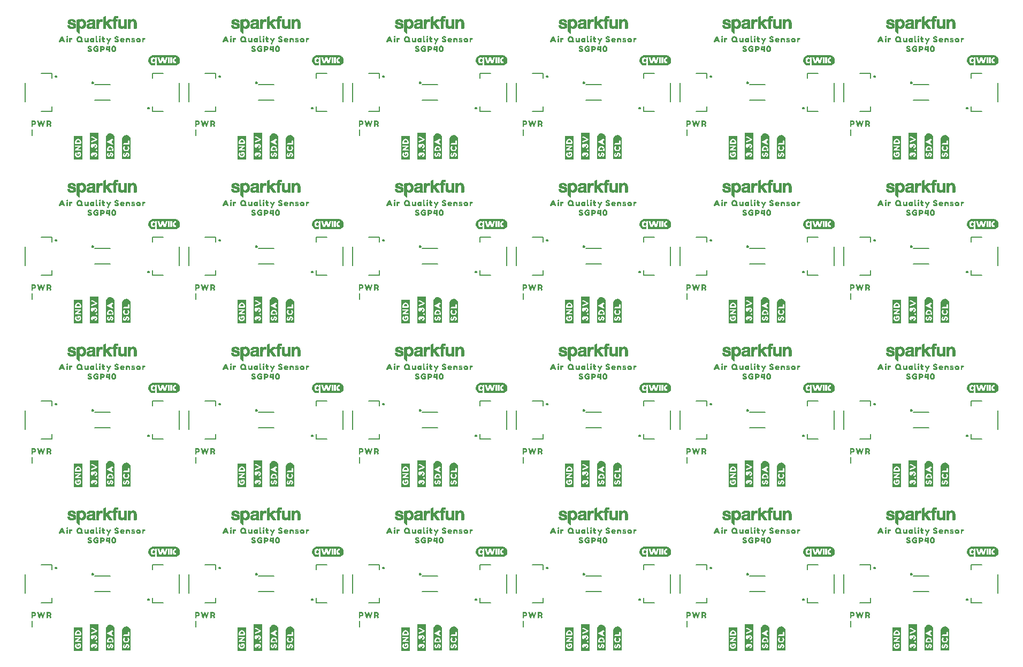
<source format=gto>
G04 EAGLE Gerber RS-274X export*
G75*
%MOMM*%
%FSLAX34Y34*%
%LPD*%
%INSilkscreen Top*%
%IPPOS*%
%AMOC8*
5,1,8,0,0,1.08239X$1,22.5*%
G01*
%ADD10C,0.203200*%

G36*
X991492Y687633D02*
X991492Y687633D01*
X1018989Y687633D01*
X1018991Y687634D01*
X1018993Y687633D01*
X1019520Y687666D01*
X1019521Y687666D01*
X1019523Y687666D01*
X1020575Y687772D01*
X1020577Y687774D01*
X1020581Y687773D01*
X1021097Y687880D01*
X1021099Y687882D01*
X1021102Y687881D01*
X1022113Y688195D01*
X1022114Y688197D01*
X1022118Y688197D01*
X1022603Y688402D01*
X1022605Y688404D01*
X1022609Y688404D01*
X1023538Y688909D01*
X1023540Y688912D01*
X1023544Y688912D01*
X1023978Y689210D01*
X1023979Y689213D01*
X1023982Y689214D01*
X1024798Y689887D01*
X1024799Y689890D01*
X1024803Y689892D01*
X1025168Y690271D01*
X1025169Y690273D01*
X1025171Y690275D01*
X1025844Y691090D01*
X1025845Y691094D01*
X1025849Y691097D01*
X1026130Y691542D01*
X1026130Y691544D01*
X1026132Y691546D01*
X1026637Y692475D01*
X1026636Y692479D01*
X1026640Y692483D01*
X1026826Y692976D01*
X1026825Y692978D01*
X1026827Y692980D01*
X1027141Y693990D01*
X1027140Y693994D01*
X1027143Y693998D01*
X1027228Y694518D01*
X1027227Y694519D01*
X1027229Y694522D01*
X1027335Y695574D01*
X1027333Y695577D01*
X1027335Y695581D01*
X1027327Y696107D01*
X1027325Y696109D01*
X1027326Y696113D01*
X1027220Y697165D01*
X1027218Y697167D01*
X1027219Y697171D01*
X1027117Y697687D01*
X1027115Y697689D01*
X1027115Y697693D01*
X1026802Y698703D01*
X1026799Y698705D01*
X1026800Y698709D01*
X1026598Y699195D01*
X1026596Y699197D01*
X1026596Y699201D01*
X1026091Y700130D01*
X1026089Y700132D01*
X1026088Y700136D01*
X1025793Y700572D01*
X1025791Y700573D01*
X1025790Y700577D01*
X1025117Y701392D01*
X1025114Y701393D01*
X1025112Y701397D01*
X1024735Y701765D01*
X1024733Y701766D01*
X1024732Y701769D01*
X1023916Y702442D01*
X1023912Y702442D01*
X1023910Y702446D01*
X1023466Y702730D01*
X1023464Y702730D01*
X1023463Y702733D01*
X1022533Y703237D01*
X1022529Y703237D01*
X1022526Y703241D01*
X1022034Y703430D01*
X1022032Y703430D01*
X1022030Y703431D01*
X1021020Y703745D01*
X1021017Y703744D01*
X1021012Y703747D01*
X1020494Y703837D01*
X1020492Y703836D01*
X1020489Y703837D01*
X1019437Y703943D01*
X1019196Y703968D01*
X1019193Y703966D01*
X1019190Y703968D01*
X985874Y703968D01*
X985345Y703963D01*
X985343Y703961D01*
X985340Y703962D01*
X983761Y703803D01*
X983757Y703800D01*
X983749Y703801D01*
X982234Y703331D01*
X982230Y703326D01*
X982222Y703326D01*
X980829Y702569D01*
X980826Y702564D01*
X980819Y702562D01*
X979601Y701546D01*
X979599Y701541D01*
X979592Y701537D01*
X978594Y700306D01*
X978594Y700301D01*
X978588Y700296D01*
X978083Y699367D01*
X978084Y699366D01*
X978082Y699365D01*
X977847Y698893D01*
X977848Y698888D01*
X977843Y698883D01*
X977530Y697873D01*
X977530Y697872D01*
X977529Y697871D01*
X977390Y697363D01*
X977391Y697358D01*
X977388Y697352D01*
X977235Y695774D01*
X977238Y695769D01*
X977235Y695761D01*
X977395Y694183D01*
X977398Y694179D01*
X977397Y694171D01*
X977863Y692655D01*
X977867Y692651D01*
X977868Y692643D01*
X978619Y691247D01*
X978624Y691244D01*
X978626Y691237D01*
X978689Y691161D01*
X978896Y690910D01*
X978897Y690910D01*
X979104Y690659D01*
X979312Y690408D01*
X979520Y690157D01*
X979637Y690015D01*
X979643Y690013D01*
X979646Y690006D01*
X980876Y689005D01*
X980881Y689005D01*
X980886Y688999D01*
X982286Y688255D01*
X982291Y688256D01*
X982297Y688250D01*
X983815Y687793D01*
X983820Y687795D01*
X983827Y687791D01*
X985405Y687633D01*
X985408Y687634D01*
X985411Y687633D01*
X987908Y687633D01*
X987927Y687645D01*
X987950Y687649D01*
X987956Y687664D01*
X987965Y687669D01*
X987963Y687680D01*
X987970Y687696D01*
X987969Y687845D01*
X987969Y692228D01*
X987962Y692239D01*
X987964Y692252D01*
X987945Y692265D01*
X987932Y692285D01*
X987919Y692283D01*
X987908Y692291D01*
X987874Y692277D01*
X987865Y692275D01*
X987863Y692272D01*
X987860Y692271D01*
X987638Y692032D01*
X987257Y691678D01*
X986824Y691394D01*
X986352Y691181D01*
X985850Y691055D01*
X985334Y690998D01*
X984813Y691019D01*
X984294Y691068D01*
X983792Y691205D01*
X983301Y691375D01*
X982848Y691629D01*
X982431Y691937D01*
X982044Y692283D01*
X981736Y692702D01*
X981459Y693142D01*
X981244Y693617D01*
X981084Y694112D01*
X980959Y694619D01*
X980860Y695661D01*
X980925Y696705D01*
X981040Y697214D01*
X981173Y697719D01*
X981389Y698192D01*
X981643Y698647D01*
X981949Y699067D01*
X982321Y699428D01*
X982724Y699753D01*
X983178Y700006D01*
X983662Y700194D01*
X984159Y700345D01*
X985200Y700425D01*
X985717Y700376D01*
X986223Y700261D01*
X986705Y700071D01*
X987147Y699802D01*
X987548Y699469D01*
X987863Y699174D01*
X987874Y699172D01*
X987880Y699163D01*
X987905Y699167D01*
X987930Y699162D01*
X987936Y699171D01*
X987947Y699173D01*
X987966Y699214D01*
X987969Y699218D01*
X987968Y699219D01*
X987969Y699220D01*
X987969Y700275D01*
X987973Y700328D01*
X990918Y700328D01*
X990918Y687688D01*
X990930Y687669D01*
X990934Y687646D01*
X990949Y687640D01*
X990954Y687631D01*
X990965Y687633D01*
X990981Y687626D01*
X991492Y687633D01*
G37*
G36*
X1250572Y946713D02*
X1250572Y946713D01*
X1278069Y946713D01*
X1278071Y946714D01*
X1278073Y946713D01*
X1278600Y946746D01*
X1278601Y946746D01*
X1278603Y946746D01*
X1279655Y946852D01*
X1279657Y946854D01*
X1279661Y946853D01*
X1280177Y946960D01*
X1280179Y946962D01*
X1280182Y946961D01*
X1281193Y947275D01*
X1281194Y947277D01*
X1281198Y947277D01*
X1281683Y947482D01*
X1281685Y947484D01*
X1281689Y947484D01*
X1282618Y947989D01*
X1282620Y947992D01*
X1282624Y947992D01*
X1283058Y948290D01*
X1283059Y948293D01*
X1283062Y948294D01*
X1283878Y948967D01*
X1283879Y948970D01*
X1283883Y948972D01*
X1284248Y949351D01*
X1284249Y949353D01*
X1284251Y949355D01*
X1284924Y950170D01*
X1284925Y950174D01*
X1284929Y950177D01*
X1285210Y950622D01*
X1285210Y950624D01*
X1285212Y950626D01*
X1285717Y951555D01*
X1285716Y951559D01*
X1285720Y951563D01*
X1285906Y952056D01*
X1285905Y952058D01*
X1285907Y952060D01*
X1286221Y953070D01*
X1286220Y953074D01*
X1286223Y953078D01*
X1286308Y953598D01*
X1286307Y953599D01*
X1286309Y953602D01*
X1286415Y954654D01*
X1286413Y954657D01*
X1286415Y954661D01*
X1286407Y955187D01*
X1286405Y955189D01*
X1286406Y955193D01*
X1286300Y956245D01*
X1286298Y956247D01*
X1286299Y956251D01*
X1286197Y956767D01*
X1286195Y956769D01*
X1286195Y956773D01*
X1285882Y957783D01*
X1285879Y957785D01*
X1285880Y957789D01*
X1285678Y958275D01*
X1285676Y958277D01*
X1285676Y958281D01*
X1285171Y959210D01*
X1285169Y959212D01*
X1285168Y959216D01*
X1284873Y959652D01*
X1284871Y959653D01*
X1284870Y959657D01*
X1284197Y960472D01*
X1284194Y960473D01*
X1284192Y960477D01*
X1283815Y960845D01*
X1283813Y960846D01*
X1283812Y960849D01*
X1282996Y961522D01*
X1282992Y961522D01*
X1282990Y961526D01*
X1282546Y961810D01*
X1282544Y961810D01*
X1282543Y961813D01*
X1281613Y962317D01*
X1281609Y962317D01*
X1281606Y962321D01*
X1281114Y962510D01*
X1281112Y962510D01*
X1281110Y962511D01*
X1280100Y962825D01*
X1280097Y962824D01*
X1280092Y962827D01*
X1279574Y962917D01*
X1279572Y962916D01*
X1279569Y962917D01*
X1278517Y963023D01*
X1278276Y963048D01*
X1278273Y963046D01*
X1278270Y963048D01*
X1244954Y963048D01*
X1244425Y963043D01*
X1244423Y963041D01*
X1244420Y963042D01*
X1242841Y962883D01*
X1242837Y962880D01*
X1242829Y962881D01*
X1241314Y962411D01*
X1241310Y962406D01*
X1241302Y962406D01*
X1239909Y961649D01*
X1239906Y961644D01*
X1239899Y961642D01*
X1238681Y960626D01*
X1238679Y960621D01*
X1238672Y960617D01*
X1237674Y959386D01*
X1237674Y959381D01*
X1237668Y959376D01*
X1237163Y958447D01*
X1237164Y958446D01*
X1237162Y958445D01*
X1236927Y957973D01*
X1236928Y957968D01*
X1236923Y957963D01*
X1236610Y956953D01*
X1236610Y956952D01*
X1236609Y956951D01*
X1236470Y956443D01*
X1236471Y956438D01*
X1236468Y956432D01*
X1236315Y954854D01*
X1236318Y954849D01*
X1236315Y954841D01*
X1236475Y953263D01*
X1236478Y953259D01*
X1236477Y953251D01*
X1236943Y951735D01*
X1236947Y951731D01*
X1236948Y951723D01*
X1237699Y950327D01*
X1237704Y950324D01*
X1237706Y950317D01*
X1237769Y950241D01*
X1237976Y949990D01*
X1237977Y949990D01*
X1238184Y949739D01*
X1238392Y949488D01*
X1238600Y949237D01*
X1238717Y949095D01*
X1238723Y949093D01*
X1238726Y949086D01*
X1239956Y948085D01*
X1239961Y948085D01*
X1239966Y948079D01*
X1241366Y947335D01*
X1241371Y947336D01*
X1241377Y947330D01*
X1242895Y946873D01*
X1242900Y946875D01*
X1242907Y946871D01*
X1244485Y946713D01*
X1244488Y946714D01*
X1244491Y946713D01*
X1246988Y946713D01*
X1247007Y946725D01*
X1247030Y946729D01*
X1247036Y946744D01*
X1247045Y946749D01*
X1247043Y946760D01*
X1247050Y946776D01*
X1247049Y946925D01*
X1247049Y951308D01*
X1247042Y951319D01*
X1247044Y951332D01*
X1247025Y951345D01*
X1247012Y951365D01*
X1246999Y951363D01*
X1246988Y951371D01*
X1246954Y951357D01*
X1246945Y951355D01*
X1246943Y951352D01*
X1246940Y951351D01*
X1246718Y951112D01*
X1246337Y950758D01*
X1245904Y950474D01*
X1245432Y950261D01*
X1244930Y950135D01*
X1244414Y950078D01*
X1243893Y950099D01*
X1243374Y950148D01*
X1242872Y950285D01*
X1242381Y950455D01*
X1241928Y950709D01*
X1241511Y951017D01*
X1241124Y951363D01*
X1240816Y951782D01*
X1240539Y952222D01*
X1240324Y952697D01*
X1240164Y953192D01*
X1240039Y953699D01*
X1239940Y954741D01*
X1240005Y955785D01*
X1240120Y956294D01*
X1240253Y956799D01*
X1240469Y957272D01*
X1240723Y957727D01*
X1241029Y958147D01*
X1241401Y958508D01*
X1241804Y958833D01*
X1242258Y959086D01*
X1242742Y959274D01*
X1243239Y959425D01*
X1244280Y959505D01*
X1244797Y959456D01*
X1245303Y959341D01*
X1245785Y959151D01*
X1246227Y958882D01*
X1246628Y958549D01*
X1246943Y958254D01*
X1246954Y958252D01*
X1246960Y958243D01*
X1246985Y958247D01*
X1247010Y958242D01*
X1247016Y958251D01*
X1247027Y958253D01*
X1247046Y958294D01*
X1247049Y958298D01*
X1247048Y958299D01*
X1247049Y958300D01*
X1247049Y959355D01*
X1247053Y959408D01*
X1249998Y959408D01*
X1249998Y946768D01*
X1250010Y946749D01*
X1250014Y946726D01*
X1250029Y946720D01*
X1250034Y946711D01*
X1250045Y946713D01*
X1250061Y946706D01*
X1250572Y946713D01*
G37*
G36*
X473332Y169473D02*
X473332Y169473D01*
X500829Y169473D01*
X500831Y169474D01*
X500833Y169473D01*
X501360Y169506D01*
X501361Y169506D01*
X501363Y169506D01*
X502415Y169612D01*
X502417Y169614D01*
X502421Y169613D01*
X502937Y169720D01*
X502939Y169722D01*
X502942Y169721D01*
X503953Y170035D01*
X503954Y170037D01*
X503958Y170037D01*
X504443Y170242D01*
X504445Y170244D01*
X504449Y170244D01*
X505378Y170749D01*
X505380Y170752D01*
X505384Y170752D01*
X505818Y171050D01*
X505819Y171053D01*
X505822Y171054D01*
X506638Y171727D01*
X506639Y171730D01*
X506643Y171732D01*
X507008Y172111D01*
X507009Y172113D01*
X507011Y172115D01*
X507684Y172930D01*
X507685Y172934D01*
X507689Y172937D01*
X507970Y173382D01*
X507970Y173384D01*
X507972Y173386D01*
X508477Y174315D01*
X508476Y174319D01*
X508480Y174323D01*
X508666Y174816D01*
X508665Y174818D01*
X508667Y174820D01*
X508981Y175830D01*
X508980Y175834D01*
X508983Y175838D01*
X509068Y176358D01*
X509067Y176359D01*
X509069Y176362D01*
X509175Y177414D01*
X509173Y177417D01*
X509175Y177421D01*
X509167Y177947D01*
X509165Y177949D01*
X509166Y177953D01*
X509060Y179005D01*
X509058Y179007D01*
X509059Y179011D01*
X508957Y179527D01*
X508955Y179529D01*
X508955Y179533D01*
X508642Y180543D01*
X508639Y180545D01*
X508640Y180549D01*
X508438Y181035D01*
X508436Y181037D01*
X508436Y181041D01*
X507931Y181970D01*
X507929Y181972D01*
X507928Y181976D01*
X507633Y182412D01*
X507631Y182413D01*
X507630Y182417D01*
X506957Y183232D01*
X506954Y183233D01*
X506952Y183237D01*
X506575Y183605D01*
X506573Y183606D01*
X506572Y183609D01*
X505756Y184282D01*
X505752Y184282D01*
X505750Y184286D01*
X505306Y184570D01*
X505304Y184570D01*
X505303Y184573D01*
X504373Y185077D01*
X504369Y185077D01*
X504366Y185081D01*
X503874Y185270D01*
X503872Y185270D01*
X503870Y185271D01*
X502860Y185585D01*
X502857Y185584D01*
X502852Y185587D01*
X502334Y185677D01*
X502332Y185676D01*
X502329Y185677D01*
X501277Y185783D01*
X501036Y185808D01*
X501033Y185806D01*
X501030Y185808D01*
X467714Y185808D01*
X467185Y185803D01*
X467183Y185801D01*
X467180Y185802D01*
X465601Y185643D01*
X465597Y185640D01*
X465589Y185641D01*
X464074Y185171D01*
X464070Y185166D01*
X464062Y185166D01*
X462669Y184409D01*
X462666Y184404D01*
X462659Y184402D01*
X461441Y183386D01*
X461439Y183381D01*
X461432Y183377D01*
X460434Y182146D01*
X460434Y182141D01*
X460428Y182136D01*
X459923Y181207D01*
X459924Y181206D01*
X459922Y181205D01*
X459687Y180733D01*
X459688Y180728D01*
X459683Y180723D01*
X459370Y179713D01*
X459370Y179712D01*
X459369Y179711D01*
X459230Y179203D01*
X459231Y179198D01*
X459228Y179192D01*
X459075Y177614D01*
X459078Y177609D01*
X459075Y177601D01*
X459235Y176023D01*
X459238Y176019D01*
X459237Y176011D01*
X459703Y174495D01*
X459707Y174491D01*
X459708Y174483D01*
X460459Y173087D01*
X460464Y173084D01*
X460466Y173077D01*
X460529Y173001D01*
X460736Y172750D01*
X460737Y172750D01*
X460944Y172499D01*
X461152Y172248D01*
X461360Y171997D01*
X461477Y171855D01*
X461483Y171853D01*
X461486Y171846D01*
X462716Y170845D01*
X462721Y170845D01*
X462726Y170839D01*
X464126Y170095D01*
X464131Y170096D01*
X464137Y170090D01*
X465655Y169633D01*
X465660Y169635D01*
X465667Y169631D01*
X467245Y169473D01*
X467248Y169474D01*
X467251Y169473D01*
X469748Y169473D01*
X469767Y169485D01*
X469790Y169489D01*
X469796Y169504D01*
X469805Y169509D01*
X469803Y169520D01*
X469810Y169536D01*
X469809Y169685D01*
X469809Y174068D01*
X469802Y174079D01*
X469804Y174092D01*
X469785Y174105D01*
X469772Y174125D01*
X469759Y174123D01*
X469748Y174131D01*
X469714Y174117D01*
X469705Y174115D01*
X469703Y174112D01*
X469700Y174111D01*
X469478Y173872D01*
X469097Y173518D01*
X468664Y173234D01*
X468192Y173021D01*
X467690Y172895D01*
X467174Y172838D01*
X466653Y172859D01*
X466134Y172908D01*
X465632Y173045D01*
X465141Y173215D01*
X464688Y173469D01*
X464271Y173777D01*
X463884Y174123D01*
X463576Y174542D01*
X463299Y174982D01*
X463084Y175457D01*
X462924Y175952D01*
X462799Y176459D01*
X462700Y177501D01*
X462765Y178545D01*
X462880Y179054D01*
X463013Y179559D01*
X463229Y180032D01*
X463483Y180487D01*
X463789Y180907D01*
X464161Y181268D01*
X464564Y181593D01*
X465018Y181846D01*
X465502Y182034D01*
X465999Y182185D01*
X467040Y182265D01*
X467557Y182216D01*
X468063Y182101D01*
X468545Y181911D01*
X468987Y181642D01*
X469388Y181309D01*
X469703Y181014D01*
X469714Y181012D01*
X469720Y181003D01*
X469745Y181007D01*
X469770Y181002D01*
X469776Y181011D01*
X469787Y181013D01*
X469806Y181054D01*
X469809Y181058D01*
X469808Y181059D01*
X469809Y181060D01*
X469809Y182115D01*
X469813Y182168D01*
X472758Y182168D01*
X472758Y169528D01*
X472770Y169509D01*
X472774Y169486D01*
X472789Y169480D01*
X472794Y169471D01*
X472805Y169473D01*
X472821Y169466D01*
X473332Y169473D01*
G37*
G36*
X1250572Y687633D02*
X1250572Y687633D01*
X1278069Y687633D01*
X1278071Y687634D01*
X1278073Y687633D01*
X1278600Y687666D01*
X1278601Y687666D01*
X1278603Y687666D01*
X1279655Y687772D01*
X1279657Y687774D01*
X1279661Y687773D01*
X1280177Y687880D01*
X1280179Y687882D01*
X1280182Y687881D01*
X1281193Y688195D01*
X1281194Y688197D01*
X1281198Y688197D01*
X1281683Y688402D01*
X1281685Y688404D01*
X1281689Y688404D01*
X1282618Y688909D01*
X1282620Y688912D01*
X1282624Y688912D01*
X1283058Y689210D01*
X1283059Y689213D01*
X1283062Y689214D01*
X1283878Y689887D01*
X1283879Y689890D01*
X1283883Y689892D01*
X1284248Y690271D01*
X1284249Y690273D01*
X1284251Y690275D01*
X1284924Y691090D01*
X1284925Y691094D01*
X1284929Y691097D01*
X1285210Y691542D01*
X1285210Y691544D01*
X1285212Y691546D01*
X1285717Y692475D01*
X1285716Y692479D01*
X1285720Y692483D01*
X1285906Y692976D01*
X1285905Y692978D01*
X1285907Y692980D01*
X1286221Y693990D01*
X1286220Y693994D01*
X1286223Y693998D01*
X1286308Y694518D01*
X1286307Y694519D01*
X1286309Y694522D01*
X1286415Y695574D01*
X1286413Y695577D01*
X1286415Y695581D01*
X1286407Y696107D01*
X1286405Y696109D01*
X1286406Y696113D01*
X1286300Y697165D01*
X1286298Y697167D01*
X1286299Y697171D01*
X1286197Y697687D01*
X1286195Y697689D01*
X1286195Y697693D01*
X1285882Y698703D01*
X1285879Y698705D01*
X1285880Y698709D01*
X1285678Y699195D01*
X1285676Y699197D01*
X1285676Y699201D01*
X1285171Y700130D01*
X1285169Y700132D01*
X1285168Y700136D01*
X1284873Y700572D01*
X1284871Y700573D01*
X1284870Y700577D01*
X1284197Y701392D01*
X1284194Y701393D01*
X1284192Y701397D01*
X1283815Y701765D01*
X1283813Y701766D01*
X1283812Y701769D01*
X1282996Y702442D01*
X1282992Y702442D01*
X1282990Y702446D01*
X1282546Y702730D01*
X1282544Y702730D01*
X1282543Y702733D01*
X1281613Y703237D01*
X1281609Y703237D01*
X1281606Y703241D01*
X1281114Y703430D01*
X1281112Y703430D01*
X1281110Y703431D01*
X1280100Y703745D01*
X1280097Y703744D01*
X1280092Y703747D01*
X1279574Y703837D01*
X1279572Y703836D01*
X1279569Y703837D01*
X1278517Y703943D01*
X1278276Y703968D01*
X1278273Y703966D01*
X1278270Y703968D01*
X1244954Y703968D01*
X1244425Y703963D01*
X1244423Y703961D01*
X1244420Y703962D01*
X1242841Y703803D01*
X1242837Y703800D01*
X1242829Y703801D01*
X1241314Y703331D01*
X1241310Y703326D01*
X1241302Y703326D01*
X1239909Y702569D01*
X1239906Y702564D01*
X1239899Y702562D01*
X1238681Y701546D01*
X1238679Y701541D01*
X1238672Y701537D01*
X1237674Y700306D01*
X1237674Y700301D01*
X1237668Y700296D01*
X1237163Y699367D01*
X1237164Y699366D01*
X1237162Y699365D01*
X1236927Y698893D01*
X1236928Y698888D01*
X1236923Y698883D01*
X1236610Y697873D01*
X1236610Y697872D01*
X1236609Y697871D01*
X1236470Y697363D01*
X1236471Y697358D01*
X1236468Y697352D01*
X1236315Y695774D01*
X1236318Y695769D01*
X1236315Y695761D01*
X1236475Y694183D01*
X1236478Y694179D01*
X1236477Y694171D01*
X1236943Y692655D01*
X1236947Y692651D01*
X1236948Y692643D01*
X1237699Y691247D01*
X1237704Y691244D01*
X1237706Y691237D01*
X1237769Y691161D01*
X1237976Y690910D01*
X1237977Y690910D01*
X1238184Y690659D01*
X1238392Y690408D01*
X1238600Y690157D01*
X1238717Y690015D01*
X1238723Y690013D01*
X1238726Y690006D01*
X1239956Y689005D01*
X1239961Y689005D01*
X1239966Y688999D01*
X1241366Y688255D01*
X1241371Y688256D01*
X1241377Y688250D01*
X1242895Y687793D01*
X1242900Y687795D01*
X1242907Y687791D01*
X1244485Y687633D01*
X1244488Y687634D01*
X1244491Y687633D01*
X1246988Y687633D01*
X1247007Y687645D01*
X1247030Y687649D01*
X1247036Y687664D01*
X1247045Y687669D01*
X1247043Y687680D01*
X1247050Y687696D01*
X1247049Y687845D01*
X1247049Y692228D01*
X1247042Y692239D01*
X1247044Y692252D01*
X1247025Y692265D01*
X1247012Y692285D01*
X1246999Y692283D01*
X1246988Y692291D01*
X1246954Y692277D01*
X1246945Y692275D01*
X1246943Y692272D01*
X1246940Y692271D01*
X1246718Y692032D01*
X1246337Y691678D01*
X1245904Y691394D01*
X1245432Y691181D01*
X1244930Y691055D01*
X1244414Y690998D01*
X1243893Y691019D01*
X1243374Y691068D01*
X1242872Y691205D01*
X1242381Y691375D01*
X1241928Y691629D01*
X1241511Y691937D01*
X1241124Y692283D01*
X1240816Y692702D01*
X1240539Y693142D01*
X1240324Y693617D01*
X1240164Y694112D01*
X1240039Y694619D01*
X1239940Y695661D01*
X1240005Y696705D01*
X1240120Y697214D01*
X1240253Y697719D01*
X1240469Y698192D01*
X1240723Y698647D01*
X1241029Y699067D01*
X1241401Y699428D01*
X1241804Y699753D01*
X1242258Y700006D01*
X1242742Y700194D01*
X1243239Y700345D01*
X1244280Y700425D01*
X1244797Y700376D01*
X1245303Y700261D01*
X1245785Y700071D01*
X1246227Y699802D01*
X1246628Y699469D01*
X1246943Y699174D01*
X1246954Y699172D01*
X1246960Y699163D01*
X1246985Y699167D01*
X1247010Y699162D01*
X1247016Y699171D01*
X1247027Y699173D01*
X1247046Y699214D01*
X1247049Y699218D01*
X1247048Y699219D01*
X1247049Y699220D01*
X1247049Y700275D01*
X1247053Y700328D01*
X1249998Y700328D01*
X1249998Y687688D01*
X1250010Y687669D01*
X1250014Y687646D01*
X1250029Y687640D01*
X1250034Y687631D01*
X1250045Y687633D01*
X1250061Y687626D01*
X1250572Y687633D01*
G37*
G36*
X473332Y687633D02*
X473332Y687633D01*
X500829Y687633D01*
X500831Y687634D01*
X500833Y687633D01*
X501360Y687666D01*
X501361Y687666D01*
X501363Y687666D01*
X502415Y687772D01*
X502417Y687774D01*
X502421Y687773D01*
X502937Y687880D01*
X502939Y687882D01*
X502942Y687881D01*
X503953Y688195D01*
X503954Y688197D01*
X503958Y688197D01*
X504443Y688402D01*
X504445Y688404D01*
X504449Y688404D01*
X505378Y688909D01*
X505380Y688912D01*
X505384Y688912D01*
X505818Y689210D01*
X505819Y689213D01*
X505822Y689214D01*
X506638Y689887D01*
X506639Y689890D01*
X506643Y689892D01*
X507008Y690271D01*
X507009Y690273D01*
X507011Y690275D01*
X507684Y691090D01*
X507685Y691094D01*
X507689Y691097D01*
X507970Y691542D01*
X507970Y691544D01*
X507972Y691546D01*
X508477Y692475D01*
X508476Y692479D01*
X508480Y692483D01*
X508666Y692976D01*
X508665Y692978D01*
X508667Y692980D01*
X508981Y693990D01*
X508980Y693994D01*
X508983Y693998D01*
X509068Y694518D01*
X509067Y694519D01*
X509069Y694522D01*
X509175Y695574D01*
X509173Y695577D01*
X509175Y695581D01*
X509167Y696107D01*
X509165Y696109D01*
X509166Y696113D01*
X509060Y697165D01*
X509058Y697167D01*
X509059Y697171D01*
X508957Y697687D01*
X508955Y697689D01*
X508955Y697693D01*
X508642Y698703D01*
X508639Y698705D01*
X508640Y698709D01*
X508438Y699195D01*
X508436Y699197D01*
X508436Y699201D01*
X507931Y700130D01*
X507929Y700132D01*
X507928Y700136D01*
X507633Y700572D01*
X507631Y700573D01*
X507630Y700577D01*
X506957Y701392D01*
X506954Y701393D01*
X506952Y701397D01*
X506575Y701765D01*
X506573Y701766D01*
X506572Y701769D01*
X505756Y702442D01*
X505752Y702442D01*
X505750Y702446D01*
X505306Y702730D01*
X505304Y702730D01*
X505303Y702733D01*
X504373Y703237D01*
X504369Y703237D01*
X504366Y703241D01*
X503874Y703430D01*
X503872Y703430D01*
X503870Y703431D01*
X502860Y703745D01*
X502857Y703744D01*
X502852Y703747D01*
X502334Y703837D01*
X502332Y703836D01*
X502329Y703837D01*
X501277Y703943D01*
X501036Y703968D01*
X501033Y703966D01*
X501030Y703968D01*
X467714Y703968D01*
X467185Y703963D01*
X467183Y703961D01*
X467180Y703962D01*
X465601Y703803D01*
X465597Y703800D01*
X465589Y703801D01*
X464074Y703331D01*
X464070Y703326D01*
X464062Y703326D01*
X462669Y702569D01*
X462666Y702564D01*
X462659Y702562D01*
X461441Y701546D01*
X461439Y701541D01*
X461432Y701537D01*
X460434Y700306D01*
X460434Y700301D01*
X460428Y700296D01*
X459923Y699367D01*
X459924Y699366D01*
X459922Y699365D01*
X459687Y698893D01*
X459688Y698888D01*
X459683Y698883D01*
X459370Y697873D01*
X459370Y697872D01*
X459369Y697871D01*
X459230Y697363D01*
X459231Y697358D01*
X459228Y697352D01*
X459075Y695774D01*
X459078Y695769D01*
X459075Y695761D01*
X459235Y694183D01*
X459238Y694179D01*
X459237Y694171D01*
X459703Y692655D01*
X459707Y692651D01*
X459708Y692643D01*
X460459Y691247D01*
X460464Y691244D01*
X460466Y691237D01*
X460529Y691161D01*
X460736Y690910D01*
X460737Y690910D01*
X460944Y690659D01*
X461152Y690408D01*
X461360Y690157D01*
X461477Y690015D01*
X461483Y690013D01*
X461486Y690006D01*
X462716Y689005D01*
X462721Y689005D01*
X462726Y688999D01*
X464126Y688255D01*
X464131Y688256D01*
X464137Y688250D01*
X465655Y687793D01*
X465660Y687795D01*
X465667Y687791D01*
X467245Y687633D01*
X467248Y687634D01*
X467251Y687633D01*
X469748Y687633D01*
X469767Y687645D01*
X469790Y687649D01*
X469796Y687664D01*
X469805Y687669D01*
X469803Y687680D01*
X469810Y687696D01*
X469809Y687845D01*
X469809Y692228D01*
X469802Y692239D01*
X469804Y692252D01*
X469785Y692265D01*
X469772Y692285D01*
X469759Y692283D01*
X469748Y692291D01*
X469714Y692277D01*
X469705Y692275D01*
X469703Y692272D01*
X469700Y692271D01*
X469478Y692032D01*
X469097Y691678D01*
X468664Y691394D01*
X468192Y691181D01*
X467690Y691055D01*
X467174Y690998D01*
X466653Y691019D01*
X466134Y691068D01*
X465632Y691205D01*
X465141Y691375D01*
X464688Y691629D01*
X464271Y691937D01*
X463884Y692283D01*
X463576Y692702D01*
X463299Y693142D01*
X463084Y693617D01*
X462924Y694112D01*
X462799Y694619D01*
X462700Y695661D01*
X462765Y696705D01*
X462880Y697214D01*
X463013Y697719D01*
X463229Y698192D01*
X463483Y698647D01*
X463789Y699067D01*
X464161Y699428D01*
X464564Y699753D01*
X465018Y700006D01*
X465502Y700194D01*
X465999Y700345D01*
X467040Y700425D01*
X467557Y700376D01*
X468063Y700261D01*
X468545Y700071D01*
X468987Y699802D01*
X469388Y699469D01*
X469703Y699174D01*
X469714Y699172D01*
X469720Y699163D01*
X469745Y699167D01*
X469770Y699162D01*
X469776Y699171D01*
X469787Y699173D01*
X469806Y699214D01*
X469809Y699218D01*
X469808Y699219D01*
X469809Y699220D01*
X469809Y700275D01*
X469813Y700328D01*
X472758Y700328D01*
X472758Y687688D01*
X472770Y687669D01*
X472774Y687646D01*
X472789Y687640D01*
X472794Y687631D01*
X472805Y687633D01*
X472821Y687626D01*
X473332Y687633D01*
G37*
G36*
X732412Y687633D02*
X732412Y687633D01*
X759909Y687633D01*
X759911Y687634D01*
X759913Y687633D01*
X760440Y687666D01*
X760441Y687666D01*
X760443Y687666D01*
X761495Y687772D01*
X761497Y687774D01*
X761501Y687773D01*
X762017Y687880D01*
X762019Y687882D01*
X762022Y687881D01*
X763033Y688195D01*
X763034Y688197D01*
X763038Y688197D01*
X763523Y688402D01*
X763525Y688404D01*
X763529Y688404D01*
X764458Y688909D01*
X764460Y688912D01*
X764464Y688912D01*
X764898Y689210D01*
X764899Y689213D01*
X764902Y689214D01*
X765718Y689887D01*
X765719Y689890D01*
X765723Y689892D01*
X766088Y690271D01*
X766089Y690273D01*
X766091Y690275D01*
X766764Y691090D01*
X766765Y691094D01*
X766769Y691097D01*
X767050Y691542D01*
X767050Y691544D01*
X767052Y691546D01*
X767557Y692475D01*
X767556Y692479D01*
X767560Y692483D01*
X767746Y692976D01*
X767745Y692978D01*
X767747Y692980D01*
X768061Y693990D01*
X768060Y693994D01*
X768063Y693998D01*
X768148Y694518D01*
X768147Y694519D01*
X768149Y694522D01*
X768255Y695574D01*
X768253Y695577D01*
X768255Y695581D01*
X768247Y696107D01*
X768245Y696109D01*
X768246Y696113D01*
X768140Y697165D01*
X768138Y697167D01*
X768139Y697171D01*
X768037Y697687D01*
X768035Y697689D01*
X768035Y697693D01*
X767722Y698703D01*
X767719Y698705D01*
X767720Y698709D01*
X767518Y699195D01*
X767516Y699197D01*
X767516Y699201D01*
X767011Y700130D01*
X767009Y700132D01*
X767008Y700136D01*
X766713Y700572D01*
X766711Y700573D01*
X766710Y700577D01*
X766037Y701392D01*
X766034Y701393D01*
X766032Y701397D01*
X765655Y701765D01*
X765653Y701766D01*
X765652Y701769D01*
X764836Y702442D01*
X764832Y702442D01*
X764830Y702446D01*
X764386Y702730D01*
X764384Y702730D01*
X764383Y702733D01*
X763453Y703237D01*
X763449Y703237D01*
X763446Y703241D01*
X762954Y703430D01*
X762952Y703430D01*
X762950Y703431D01*
X761940Y703745D01*
X761937Y703744D01*
X761932Y703747D01*
X761414Y703837D01*
X761412Y703836D01*
X761409Y703837D01*
X760357Y703943D01*
X760116Y703968D01*
X760113Y703966D01*
X760110Y703968D01*
X726794Y703968D01*
X726265Y703963D01*
X726263Y703961D01*
X726260Y703962D01*
X724681Y703803D01*
X724677Y703800D01*
X724669Y703801D01*
X723154Y703331D01*
X723150Y703326D01*
X723142Y703326D01*
X721749Y702569D01*
X721746Y702564D01*
X721739Y702562D01*
X720521Y701546D01*
X720519Y701541D01*
X720512Y701537D01*
X719514Y700306D01*
X719514Y700301D01*
X719508Y700296D01*
X719003Y699367D01*
X719004Y699366D01*
X719002Y699365D01*
X718767Y698893D01*
X718768Y698888D01*
X718763Y698883D01*
X718450Y697873D01*
X718450Y697872D01*
X718449Y697871D01*
X718310Y697363D01*
X718311Y697358D01*
X718308Y697352D01*
X718155Y695774D01*
X718158Y695769D01*
X718155Y695761D01*
X718315Y694183D01*
X718318Y694179D01*
X718317Y694171D01*
X718783Y692655D01*
X718787Y692651D01*
X718788Y692643D01*
X719539Y691247D01*
X719544Y691244D01*
X719546Y691237D01*
X719609Y691161D01*
X719816Y690910D01*
X719817Y690910D01*
X720024Y690659D01*
X720232Y690408D01*
X720440Y690157D01*
X720557Y690015D01*
X720563Y690013D01*
X720566Y690006D01*
X721796Y689005D01*
X721801Y689005D01*
X721806Y688999D01*
X723206Y688255D01*
X723211Y688256D01*
X723217Y688250D01*
X724735Y687793D01*
X724740Y687795D01*
X724747Y687791D01*
X726325Y687633D01*
X726328Y687634D01*
X726331Y687633D01*
X728828Y687633D01*
X728847Y687645D01*
X728870Y687649D01*
X728876Y687664D01*
X728885Y687669D01*
X728883Y687680D01*
X728890Y687696D01*
X728889Y687845D01*
X728889Y692228D01*
X728882Y692239D01*
X728884Y692252D01*
X728865Y692265D01*
X728852Y692285D01*
X728839Y692283D01*
X728828Y692291D01*
X728794Y692277D01*
X728785Y692275D01*
X728783Y692272D01*
X728780Y692271D01*
X728558Y692032D01*
X728177Y691678D01*
X727744Y691394D01*
X727272Y691181D01*
X726770Y691055D01*
X726254Y690998D01*
X725733Y691019D01*
X725214Y691068D01*
X724712Y691205D01*
X724221Y691375D01*
X723768Y691629D01*
X723351Y691937D01*
X722964Y692283D01*
X722656Y692702D01*
X722379Y693142D01*
X722164Y693617D01*
X722004Y694112D01*
X721879Y694619D01*
X721780Y695661D01*
X721845Y696705D01*
X721960Y697214D01*
X722093Y697719D01*
X722309Y698192D01*
X722563Y698647D01*
X722869Y699067D01*
X723241Y699428D01*
X723644Y699753D01*
X724098Y700006D01*
X724582Y700194D01*
X725079Y700345D01*
X726120Y700425D01*
X726637Y700376D01*
X727143Y700261D01*
X727625Y700071D01*
X728067Y699802D01*
X728468Y699469D01*
X728783Y699174D01*
X728794Y699172D01*
X728800Y699163D01*
X728825Y699167D01*
X728850Y699162D01*
X728856Y699171D01*
X728867Y699173D01*
X728886Y699214D01*
X728889Y699218D01*
X728888Y699219D01*
X728889Y699220D01*
X728889Y700275D01*
X728893Y700328D01*
X731838Y700328D01*
X731838Y687688D01*
X731850Y687669D01*
X731854Y687646D01*
X731869Y687640D01*
X731874Y687631D01*
X731885Y687633D01*
X731901Y687626D01*
X732412Y687633D01*
G37*
G36*
X1250572Y169473D02*
X1250572Y169473D01*
X1278069Y169473D01*
X1278071Y169474D01*
X1278073Y169473D01*
X1278600Y169506D01*
X1278601Y169506D01*
X1278603Y169506D01*
X1279655Y169612D01*
X1279657Y169614D01*
X1279661Y169613D01*
X1280177Y169720D01*
X1280179Y169722D01*
X1280182Y169721D01*
X1281193Y170035D01*
X1281194Y170037D01*
X1281198Y170037D01*
X1281683Y170242D01*
X1281685Y170244D01*
X1281689Y170244D01*
X1282618Y170749D01*
X1282620Y170752D01*
X1282624Y170752D01*
X1283058Y171050D01*
X1283059Y171053D01*
X1283062Y171054D01*
X1283878Y171727D01*
X1283879Y171730D01*
X1283883Y171732D01*
X1284248Y172111D01*
X1284249Y172113D01*
X1284251Y172115D01*
X1284924Y172930D01*
X1284925Y172934D01*
X1284929Y172937D01*
X1285210Y173382D01*
X1285210Y173384D01*
X1285212Y173386D01*
X1285717Y174315D01*
X1285716Y174319D01*
X1285720Y174323D01*
X1285906Y174816D01*
X1285905Y174818D01*
X1285907Y174820D01*
X1286221Y175830D01*
X1286220Y175834D01*
X1286223Y175838D01*
X1286308Y176358D01*
X1286307Y176359D01*
X1286309Y176362D01*
X1286415Y177414D01*
X1286413Y177417D01*
X1286415Y177421D01*
X1286407Y177947D01*
X1286405Y177949D01*
X1286406Y177953D01*
X1286300Y179005D01*
X1286298Y179007D01*
X1286299Y179011D01*
X1286197Y179527D01*
X1286195Y179529D01*
X1286195Y179533D01*
X1285882Y180543D01*
X1285879Y180545D01*
X1285880Y180549D01*
X1285678Y181035D01*
X1285676Y181037D01*
X1285676Y181041D01*
X1285171Y181970D01*
X1285169Y181972D01*
X1285168Y181976D01*
X1284873Y182412D01*
X1284871Y182413D01*
X1284870Y182417D01*
X1284197Y183232D01*
X1284194Y183233D01*
X1284192Y183237D01*
X1283815Y183605D01*
X1283813Y183606D01*
X1283812Y183609D01*
X1282996Y184282D01*
X1282992Y184282D01*
X1282990Y184286D01*
X1282546Y184570D01*
X1282544Y184570D01*
X1282543Y184573D01*
X1281613Y185077D01*
X1281609Y185077D01*
X1281606Y185081D01*
X1281114Y185270D01*
X1281112Y185270D01*
X1281110Y185271D01*
X1280100Y185585D01*
X1280097Y185584D01*
X1280092Y185587D01*
X1279574Y185677D01*
X1279572Y185676D01*
X1279569Y185677D01*
X1278517Y185783D01*
X1278276Y185808D01*
X1278273Y185806D01*
X1278270Y185808D01*
X1244954Y185808D01*
X1244425Y185803D01*
X1244423Y185801D01*
X1244420Y185802D01*
X1242841Y185643D01*
X1242837Y185640D01*
X1242829Y185641D01*
X1241314Y185171D01*
X1241310Y185166D01*
X1241302Y185166D01*
X1239909Y184409D01*
X1239906Y184404D01*
X1239899Y184402D01*
X1238681Y183386D01*
X1238679Y183381D01*
X1238672Y183377D01*
X1237674Y182146D01*
X1237674Y182141D01*
X1237668Y182136D01*
X1237163Y181207D01*
X1237164Y181206D01*
X1237162Y181205D01*
X1236927Y180733D01*
X1236928Y180728D01*
X1236923Y180723D01*
X1236610Y179713D01*
X1236610Y179712D01*
X1236609Y179711D01*
X1236470Y179203D01*
X1236471Y179198D01*
X1236468Y179192D01*
X1236315Y177614D01*
X1236318Y177609D01*
X1236315Y177601D01*
X1236475Y176023D01*
X1236478Y176019D01*
X1236477Y176011D01*
X1236943Y174495D01*
X1236947Y174491D01*
X1236948Y174483D01*
X1237699Y173087D01*
X1237704Y173084D01*
X1237706Y173077D01*
X1237769Y173001D01*
X1237976Y172750D01*
X1237977Y172750D01*
X1238184Y172499D01*
X1238392Y172248D01*
X1238600Y171997D01*
X1238717Y171855D01*
X1238723Y171853D01*
X1238726Y171846D01*
X1239956Y170845D01*
X1239961Y170845D01*
X1239966Y170839D01*
X1241366Y170095D01*
X1241371Y170096D01*
X1241377Y170090D01*
X1242895Y169633D01*
X1242900Y169635D01*
X1242907Y169631D01*
X1244485Y169473D01*
X1244488Y169474D01*
X1244491Y169473D01*
X1246988Y169473D01*
X1247007Y169485D01*
X1247030Y169489D01*
X1247036Y169504D01*
X1247045Y169509D01*
X1247043Y169520D01*
X1247050Y169536D01*
X1247049Y169685D01*
X1247049Y174068D01*
X1247042Y174079D01*
X1247044Y174092D01*
X1247025Y174105D01*
X1247012Y174125D01*
X1246999Y174123D01*
X1246988Y174131D01*
X1246954Y174117D01*
X1246945Y174115D01*
X1246943Y174112D01*
X1246940Y174111D01*
X1246718Y173872D01*
X1246337Y173518D01*
X1245904Y173234D01*
X1245432Y173021D01*
X1244930Y172895D01*
X1244414Y172838D01*
X1243893Y172859D01*
X1243374Y172908D01*
X1242872Y173045D01*
X1242381Y173215D01*
X1241928Y173469D01*
X1241511Y173777D01*
X1241124Y174123D01*
X1240816Y174542D01*
X1240539Y174982D01*
X1240324Y175457D01*
X1240164Y175952D01*
X1240039Y176459D01*
X1239940Y177501D01*
X1240005Y178545D01*
X1240120Y179054D01*
X1240253Y179559D01*
X1240469Y180032D01*
X1240723Y180487D01*
X1241029Y180907D01*
X1241401Y181268D01*
X1241804Y181593D01*
X1242258Y181846D01*
X1242742Y182034D01*
X1243239Y182185D01*
X1244280Y182265D01*
X1244797Y182216D01*
X1245303Y182101D01*
X1245785Y181911D01*
X1246227Y181642D01*
X1246628Y181309D01*
X1246943Y181014D01*
X1246954Y181012D01*
X1246960Y181003D01*
X1246985Y181007D01*
X1247010Y181002D01*
X1247016Y181011D01*
X1247027Y181013D01*
X1247046Y181054D01*
X1247049Y181058D01*
X1247048Y181059D01*
X1247049Y181060D01*
X1247049Y182115D01*
X1247053Y182168D01*
X1249998Y182168D01*
X1249998Y169528D01*
X1250010Y169509D01*
X1250014Y169486D01*
X1250029Y169480D01*
X1250034Y169471D01*
X1250045Y169473D01*
X1250061Y169466D01*
X1250572Y169473D01*
G37*
G36*
X214252Y687633D02*
X214252Y687633D01*
X241749Y687633D01*
X241751Y687634D01*
X241753Y687633D01*
X242280Y687666D01*
X242281Y687666D01*
X242283Y687666D01*
X243335Y687772D01*
X243337Y687774D01*
X243341Y687773D01*
X243857Y687880D01*
X243859Y687882D01*
X243862Y687881D01*
X244873Y688195D01*
X244874Y688197D01*
X244878Y688197D01*
X245363Y688402D01*
X245365Y688404D01*
X245369Y688404D01*
X246298Y688909D01*
X246300Y688912D01*
X246304Y688912D01*
X246738Y689210D01*
X246739Y689213D01*
X246742Y689214D01*
X247558Y689887D01*
X247559Y689890D01*
X247563Y689892D01*
X247928Y690271D01*
X247929Y690273D01*
X247931Y690275D01*
X248604Y691090D01*
X248605Y691094D01*
X248609Y691097D01*
X248890Y691542D01*
X248890Y691544D01*
X248892Y691546D01*
X249397Y692475D01*
X249396Y692479D01*
X249400Y692483D01*
X249586Y692976D01*
X249585Y692978D01*
X249587Y692980D01*
X249901Y693990D01*
X249900Y693994D01*
X249903Y693998D01*
X249988Y694518D01*
X249987Y694519D01*
X249989Y694522D01*
X250095Y695574D01*
X250093Y695577D01*
X250095Y695581D01*
X250087Y696107D01*
X250085Y696109D01*
X250086Y696113D01*
X249980Y697165D01*
X249978Y697167D01*
X249979Y697171D01*
X249877Y697687D01*
X249875Y697689D01*
X249875Y697693D01*
X249562Y698703D01*
X249559Y698705D01*
X249560Y698709D01*
X249358Y699195D01*
X249356Y699197D01*
X249356Y699201D01*
X248851Y700130D01*
X248849Y700132D01*
X248848Y700136D01*
X248553Y700572D01*
X248551Y700573D01*
X248550Y700577D01*
X247877Y701392D01*
X247874Y701393D01*
X247872Y701397D01*
X247495Y701765D01*
X247493Y701766D01*
X247492Y701769D01*
X246676Y702442D01*
X246672Y702442D01*
X246670Y702446D01*
X246226Y702730D01*
X246224Y702730D01*
X246223Y702733D01*
X245293Y703237D01*
X245289Y703237D01*
X245286Y703241D01*
X244794Y703430D01*
X244792Y703430D01*
X244790Y703431D01*
X243780Y703745D01*
X243777Y703744D01*
X243772Y703747D01*
X243254Y703837D01*
X243252Y703836D01*
X243249Y703837D01*
X242197Y703943D01*
X241956Y703968D01*
X241953Y703966D01*
X241950Y703968D01*
X208634Y703968D01*
X208105Y703963D01*
X208103Y703961D01*
X208100Y703962D01*
X206521Y703803D01*
X206517Y703800D01*
X206509Y703801D01*
X204994Y703331D01*
X204990Y703326D01*
X204982Y703326D01*
X203589Y702569D01*
X203586Y702564D01*
X203579Y702562D01*
X202361Y701546D01*
X202359Y701541D01*
X202352Y701537D01*
X201354Y700306D01*
X201354Y700301D01*
X201348Y700296D01*
X200843Y699367D01*
X200844Y699366D01*
X200842Y699365D01*
X200607Y698893D01*
X200608Y698888D01*
X200603Y698883D01*
X200290Y697873D01*
X200290Y697872D01*
X200289Y697871D01*
X200150Y697363D01*
X200151Y697358D01*
X200148Y697352D01*
X199995Y695774D01*
X199998Y695769D01*
X199995Y695761D01*
X200155Y694183D01*
X200158Y694179D01*
X200157Y694171D01*
X200623Y692655D01*
X200627Y692651D01*
X200628Y692643D01*
X201379Y691247D01*
X201384Y691244D01*
X201386Y691237D01*
X201449Y691161D01*
X201656Y690910D01*
X201657Y690910D01*
X201864Y690659D01*
X202072Y690408D01*
X202280Y690157D01*
X202397Y690015D01*
X202403Y690013D01*
X202406Y690006D01*
X203636Y689005D01*
X203641Y689005D01*
X203646Y688999D01*
X205046Y688255D01*
X205051Y688256D01*
X205057Y688250D01*
X206575Y687793D01*
X206580Y687795D01*
X206587Y687791D01*
X208165Y687633D01*
X208168Y687634D01*
X208171Y687633D01*
X210668Y687633D01*
X210687Y687645D01*
X210710Y687649D01*
X210716Y687664D01*
X210725Y687669D01*
X210723Y687680D01*
X210730Y687696D01*
X210729Y687845D01*
X210729Y692228D01*
X210722Y692239D01*
X210724Y692252D01*
X210705Y692265D01*
X210692Y692285D01*
X210679Y692283D01*
X210668Y692291D01*
X210634Y692277D01*
X210625Y692275D01*
X210623Y692272D01*
X210620Y692271D01*
X210398Y692032D01*
X210017Y691678D01*
X209584Y691394D01*
X209112Y691181D01*
X208610Y691055D01*
X208094Y690998D01*
X207573Y691019D01*
X207054Y691068D01*
X206552Y691205D01*
X206061Y691375D01*
X205608Y691629D01*
X205191Y691937D01*
X204804Y692283D01*
X204496Y692702D01*
X204219Y693142D01*
X204004Y693617D01*
X203844Y694112D01*
X203719Y694619D01*
X203620Y695661D01*
X203685Y696705D01*
X203800Y697214D01*
X203933Y697719D01*
X204149Y698192D01*
X204403Y698647D01*
X204709Y699067D01*
X205081Y699428D01*
X205484Y699753D01*
X205938Y700006D01*
X206422Y700194D01*
X206919Y700345D01*
X207960Y700425D01*
X208477Y700376D01*
X208983Y700261D01*
X209465Y700071D01*
X209907Y699802D01*
X210308Y699469D01*
X210623Y699174D01*
X210634Y699172D01*
X210640Y699163D01*
X210665Y699167D01*
X210690Y699162D01*
X210696Y699171D01*
X210707Y699173D01*
X210726Y699214D01*
X210729Y699218D01*
X210728Y699219D01*
X210729Y699220D01*
X210729Y700275D01*
X210733Y700328D01*
X213678Y700328D01*
X213678Y687688D01*
X213690Y687669D01*
X213694Y687646D01*
X213709Y687640D01*
X213714Y687631D01*
X213725Y687633D01*
X213741Y687626D01*
X214252Y687633D01*
G37*
G36*
X1509652Y687633D02*
X1509652Y687633D01*
X1537149Y687633D01*
X1537151Y687634D01*
X1537153Y687633D01*
X1537680Y687666D01*
X1537681Y687666D01*
X1537683Y687666D01*
X1538735Y687772D01*
X1538737Y687774D01*
X1538741Y687773D01*
X1539257Y687880D01*
X1539259Y687882D01*
X1539262Y687881D01*
X1540273Y688195D01*
X1540274Y688197D01*
X1540278Y688197D01*
X1540763Y688402D01*
X1540765Y688404D01*
X1540769Y688404D01*
X1541698Y688909D01*
X1541700Y688912D01*
X1541704Y688912D01*
X1542138Y689210D01*
X1542139Y689213D01*
X1542142Y689214D01*
X1542958Y689887D01*
X1542959Y689890D01*
X1542963Y689892D01*
X1543328Y690271D01*
X1543329Y690273D01*
X1543331Y690275D01*
X1544004Y691090D01*
X1544005Y691094D01*
X1544009Y691097D01*
X1544290Y691542D01*
X1544290Y691544D01*
X1544292Y691546D01*
X1544797Y692475D01*
X1544796Y692479D01*
X1544800Y692483D01*
X1544986Y692976D01*
X1544985Y692978D01*
X1544987Y692980D01*
X1545301Y693990D01*
X1545300Y693994D01*
X1545303Y693998D01*
X1545388Y694518D01*
X1545387Y694519D01*
X1545389Y694522D01*
X1545495Y695574D01*
X1545493Y695577D01*
X1545495Y695581D01*
X1545487Y696107D01*
X1545485Y696109D01*
X1545486Y696113D01*
X1545380Y697165D01*
X1545378Y697167D01*
X1545379Y697171D01*
X1545277Y697687D01*
X1545275Y697689D01*
X1545275Y697693D01*
X1544962Y698703D01*
X1544959Y698705D01*
X1544960Y698709D01*
X1544758Y699195D01*
X1544756Y699197D01*
X1544756Y699201D01*
X1544251Y700130D01*
X1544249Y700132D01*
X1544248Y700136D01*
X1543953Y700572D01*
X1543951Y700573D01*
X1543950Y700577D01*
X1543277Y701392D01*
X1543274Y701393D01*
X1543272Y701397D01*
X1542895Y701765D01*
X1542893Y701766D01*
X1542892Y701769D01*
X1542076Y702442D01*
X1542072Y702442D01*
X1542070Y702446D01*
X1541626Y702730D01*
X1541624Y702730D01*
X1541623Y702733D01*
X1540693Y703237D01*
X1540689Y703237D01*
X1540686Y703241D01*
X1540194Y703430D01*
X1540192Y703430D01*
X1540190Y703431D01*
X1539180Y703745D01*
X1539177Y703744D01*
X1539172Y703747D01*
X1538654Y703837D01*
X1538652Y703836D01*
X1538649Y703837D01*
X1537597Y703943D01*
X1537356Y703968D01*
X1537353Y703966D01*
X1537350Y703968D01*
X1504034Y703968D01*
X1503505Y703963D01*
X1503503Y703961D01*
X1503500Y703962D01*
X1501921Y703803D01*
X1501917Y703800D01*
X1501909Y703801D01*
X1500394Y703331D01*
X1500390Y703326D01*
X1500382Y703326D01*
X1498989Y702569D01*
X1498986Y702564D01*
X1498979Y702562D01*
X1497761Y701546D01*
X1497759Y701541D01*
X1497752Y701537D01*
X1496754Y700306D01*
X1496754Y700301D01*
X1496748Y700296D01*
X1496243Y699367D01*
X1496244Y699366D01*
X1496242Y699365D01*
X1496007Y698893D01*
X1496008Y698888D01*
X1496003Y698883D01*
X1495690Y697873D01*
X1495690Y697872D01*
X1495689Y697871D01*
X1495550Y697363D01*
X1495551Y697358D01*
X1495548Y697352D01*
X1495395Y695774D01*
X1495398Y695769D01*
X1495395Y695761D01*
X1495555Y694183D01*
X1495558Y694179D01*
X1495557Y694171D01*
X1496023Y692655D01*
X1496027Y692651D01*
X1496028Y692643D01*
X1496779Y691247D01*
X1496784Y691244D01*
X1496786Y691237D01*
X1496849Y691161D01*
X1497056Y690910D01*
X1497057Y690910D01*
X1497264Y690659D01*
X1497472Y690408D01*
X1497680Y690157D01*
X1497797Y690015D01*
X1497803Y690013D01*
X1497806Y690006D01*
X1499036Y689005D01*
X1499041Y689005D01*
X1499046Y688999D01*
X1500446Y688255D01*
X1500451Y688256D01*
X1500457Y688250D01*
X1501975Y687793D01*
X1501980Y687795D01*
X1501987Y687791D01*
X1503565Y687633D01*
X1503568Y687634D01*
X1503571Y687633D01*
X1506068Y687633D01*
X1506087Y687645D01*
X1506110Y687649D01*
X1506116Y687664D01*
X1506125Y687669D01*
X1506123Y687680D01*
X1506130Y687696D01*
X1506129Y687845D01*
X1506129Y692228D01*
X1506122Y692239D01*
X1506124Y692252D01*
X1506105Y692265D01*
X1506092Y692285D01*
X1506079Y692283D01*
X1506068Y692291D01*
X1506034Y692277D01*
X1506025Y692275D01*
X1506023Y692272D01*
X1506020Y692271D01*
X1505798Y692032D01*
X1505417Y691678D01*
X1504984Y691394D01*
X1504512Y691181D01*
X1504010Y691055D01*
X1503494Y690998D01*
X1502973Y691019D01*
X1502454Y691068D01*
X1501952Y691205D01*
X1501461Y691375D01*
X1501008Y691629D01*
X1500591Y691937D01*
X1500204Y692283D01*
X1499896Y692702D01*
X1499619Y693142D01*
X1499404Y693617D01*
X1499244Y694112D01*
X1499119Y694619D01*
X1499020Y695661D01*
X1499085Y696705D01*
X1499200Y697214D01*
X1499333Y697719D01*
X1499549Y698192D01*
X1499803Y698647D01*
X1500109Y699067D01*
X1500481Y699428D01*
X1500884Y699753D01*
X1501338Y700006D01*
X1501822Y700194D01*
X1502319Y700345D01*
X1503360Y700425D01*
X1503877Y700376D01*
X1504383Y700261D01*
X1504865Y700071D01*
X1505307Y699802D01*
X1505708Y699469D01*
X1506023Y699174D01*
X1506034Y699172D01*
X1506040Y699163D01*
X1506065Y699167D01*
X1506090Y699162D01*
X1506096Y699171D01*
X1506107Y699173D01*
X1506126Y699214D01*
X1506129Y699218D01*
X1506128Y699219D01*
X1506129Y699220D01*
X1506129Y700275D01*
X1506133Y700328D01*
X1509078Y700328D01*
X1509078Y687688D01*
X1509090Y687669D01*
X1509094Y687646D01*
X1509109Y687640D01*
X1509114Y687631D01*
X1509125Y687633D01*
X1509141Y687626D01*
X1509652Y687633D01*
G37*
G36*
X991492Y169473D02*
X991492Y169473D01*
X1018989Y169473D01*
X1018991Y169474D01*
X1018993Y169473D01*
X1019520Y169506D01*
X1019521Y169506D01*
X1019523Y169506D01*
X1020575Y169612D01*
X1020577Y169614D01*
X1020581Y169613D01*
X1021097Y169720D01*
X1021099Y169722D01*
X1021102Y169721D01*
X1022113Y170035D01*
X1022114Y170037D01*
X1022118Y170037D01*
X1022603Y170242D01*
X1022605Y170244D01*
X1022609Y170244D01*
X1023538Y170749D01*
X1023540Y170752D01*
X1023544Y170752D01*
X1023978Y171050D01*
X1023979Y171053D01*
X1023982Y171054D01*
X1024798Y171727D01*
X1024799Y171730D01*
X1024803Y171732D01*
X1025168Y172111D01*
X1025169Y172113D01*
X1025171Y172115D01*
X1025844Y172930D01*
X1025845Y172934D01*
X1025849Y172937D01*
X1026130Y173382D01*
X1026130Y173384D01*
X1026132Y173386D01*
X1026637Y174315D01*
X1026636Y174319D01*
X1026640Y174323D01*
X1026826Y174816D01*
X1026825Y174818D01*
X1026827Y174820D01*
X1027141Y175830D01*
X1027140Y175834D01*
X1027143Y175838D01*
X1027228Y176358D01*
X1027227Y176359D01*
X1027229Y176362D01*
X1027335Y177414D01*
X1027333Y177417D01*
X1027335Y177421D01*
X1027327Y177947D01*
X1027325Y177949D01*
X1027326Y177953D01*
X1027220Y179005D01*
X1027218Y179007D01*
X1027219Y179011D01*
X1027117Y179527D01*
X1027115Y179529D01*
X1027115Y179533D01*
X1026802Y180543D01*
X1026799Y180545D01*
X1026800Y180549D01*
X1026598Y181035D01*
X1026596Y181037D01*
X1026596Y181041D01*
X1026091Y181970D01*
X1026089Y181972D01*
X1026088Y181976D01*
X1025793Y182412D01*
X1025791Y182413D01*
X1025790Y182417D01*
X1025117Y183232D01*
X1025114Y183233D01*
X1025112Y183237D01*
X1024735Y183605D01*
X1024733Y183606D01*
X1024732Y183609D01*
X1023916Y184282D01*
X1023912Y184282D01*
X1023910Y184286D01*
X1023466Y184570D01*
X1023464Y184570D01*
X1023463Y184573D01*
X1022533Y185077D01*
X1022529Y185077D01*
X1022526Y185081D01*
X1022034Y185270D01*
X1022032Y185270D01*
X1022030Y185271D01*
X1021020Y185585D01*
X1021017Y185584D01*
X1021012Y185587D01*
X1020494Y185677D01*
X1020492Y185676D01*
X1020489Y185677D01*
X1019437Y185783D01*
X1019196Y185808D01*
X1019193Y185806D01*
X1019190Y185808D01*
X985874Y185808D01*
X985345Y185803D01*
X985343Y185801D01*
X985340Y185802D01*
X983761Y185643D01*
X983757Y185640D01*
X983749Y185641D01*
X982234Y185171D01*
X982230Y185166D01*
X982222Y185166D01*
X980829Y184409D01*
X980826Y184404D01*
X980819Y184402D01*
X979601Y183386D01*
X979599Y183381D01*
X979592Y183377D01*
X978594Y182146D01*
X978594Y182141D01*
X978588Y182136D01*
X978083Y181207D01*
X978084Y181206D01*
X978082Y181205D01*
X977847Y180733D01*
X977848Y180728D01*
X977843Y180723D01*
X977530Y179713D01*
X977530Y179712D01*
X977529Y179711D01*
X977390Y179203D01*
X977391Y179198D01*
X977388Y179192D01*
X977235Y177614D01*
X977238Y177609D01*
X977235Y177601D01*
X977395Y176023D01*
X977398Y176019D01*
X977397Y176011D01*
X977863Y174495D01*
X977867Y174491D01*
X977868Y174483D01*
X978619Y173087D01*
X978624Y173084D01*
X978626Y173077D01*
X978689Y173001D01*
X978896Y172750D01*
X978897Y172750D01*
X979104Y172499D01*
X979312Y172248D01*
X979520Y171997D01*
X979637Y171855D01*
X979643Y171853D01*
X979646Y171846D01*
X980876Y170845D01*
X980881Y170845D01*
X980886Y170839D01*
X982286Y170095D01*
X982291Y170096D01*
X982297Y170090D01*
X983815Y169633D01*
X983820Y169635D01*
X983827Y169631D01*
X985405Y169473D01*
X985408Y169474D01*
X985411Y169473D01*
X987908Y169473D01*
X987927Y169485D01*
X987950Y169489D01*
X987956Y169504D01*
X987965Y169509D01*
X987963Y169520D01*
X987970Y169536D01*
X987969Y169685D01*
X987969Y174068D01*
X987962Y174079D01*
X987964Y174092D01*
X987945Y174105D01*
X987932Y174125D01*
X987919Y174123D01*
X987908Y174131D01*
X987874Y174117D01*
X987865Y174115D01*
X987863Y174112D01*
X987860Y174111D01*
X987638Y173872D01*
X987257Y173518D01*
X986824Y173234D01*
X986352Y173021D01*
X985850Y172895D01*
X985334Y172838D01*
X984813Y172859D01*
X984294Y172908D01*
X983792Y173045D01*
X983301Y173215D01*
X982848Y173469D01*
X982431Y173777D01*
X982044Y174123D01*
X981736Y174542D01*
X981459Y174982D01*
X981244Y175457D01*
X981084Y175952D01*
X980959Y176459D01*
X980860Y177501D01*
X980925Y178545D01*
X981040Y179054D01*
X981173Y179559D01*
X981389Y180032D01*
X981643Y180487D01*
X981949Y180907D01*
X982321Y181268D01*
X982724Y181593D01*
X983178Y181846D01*
X983662Y182034D01*
X984159Y182185D01*
X985200Y182265D01*
X985717Y182216D01*
X986223Y182101D01*
X986705Y181911D01*
X987147Y181642D01*
X987548Y181309D01*
X987863Y181014D01*
X987874Y181012D01*
X987880Y181003D01*
X987905Y181007D01*
X987930Y181002D01*
X987936Y181011D01*
X987947Y181013D01*
X987966Y181054D01*
X987969Y181058D01*
X987968Y181059D01*
X987969Y181060D01*
X987969Y182115D01*
X987973Y182168D01*
X990918Y182168D01*
X990918Y169528D01*
X990930Y169509D01*
X990934Y169486D01*
X990949Y169480D01*
X990954Y169471D01*
X990965Y169473D01*
X990981Y169466D01*
X991492Y169473D01*
G37*
G36*
X1250572Y428553D02*
X1250572Y428553D01*
X1278069Y428553D01*
X1278071Y428554D01*
X1278073Y428553D01*
X1278600Y428586D01*
X1278601Y428586D01*
X1278603Y428586D01*
X1279655Y428692D01*
X1279657Y428694D01*
X1279661Y428693D01*
X1280177Y428800D01*
X1280179Y428802D01*
X1280182Y428801D01*
X1281193Y429115D01*
X1281194Y429117D01*
X1281198Y429117D01*
X1281683Y429322D01*
X1281685Y429324D01*
X1281689Y429324D01*
X1282618Y429829D01*
X1282620Y429832D01*
X1282624Y429832D01*
X1283058Y430130D01*
X1283059Y430133D01*
X1283062Y430134D01*
X1283878Y430807D01*
X1283879Y430810D01*
X1283883Y430812D01*
X1284248Y431191D01*
X1284249Y431193D01*
X1284251Y431195D01*
X1284924Y432010D01*
X1284925Y432014D01*
X1284929Y432017D01*
X1285210Y432462D01*
X1285210Y432464D01*
X1285212Y432466D01*
X1285717Y433395D01*
X1285716Y433399D01*
X1285720Y433403D01*
X1285906Y433896D01*
X1285905Y433898D01*
X1285907Y433900D01*
X1286221Y434910D01*
X1286220Y434914D01*
X1286223Y434918D01*
X1286308Y435438D01*
X1286307Y435439D01*
X1286309Y435442D01*
X1286415Y436494D01*
X1286413Y436497D01*
X1286415Y436501D01*
X1286407Y437027D01*
X1286405Y437029D01*
X1286406Y437033D01*
X1286300Y438085D01*
X1286298Y438087D01*
X1286299Y438091D01*
X1286197Y438607D01*
X1286195Y438609D01*
X1286195Y438613D01*
X1285882Y439623D01*
X1285879Y439625D01*
X1285880Y439629D01*
X1285678Y440115D01*
X1285676Y440117D01*
X1285676Y440121D01*
X1285171Y441050D01*
X1285169Y441052D01*
X1285168Y441056D01*
X1284873Y441492D01*
X1284871Y441493D01*
X1284870Y441497D01*
X1284197Y442312D01*
X1284194Y442313D01*
X1284192Y442317D01*
X1283815Y442685D01*
X1283813Y442686D01*
X1283812Y442689D01*
X1282996Y443362D01*
X1282992Y443362D01*
X1282990Y443366D01*
X1282546Y443650D01*
X1282544Y443650D01*
X1282543Y443653D01*
X1281613Y444157D01*
X1281609Y444157D01*
X1281606Y444161D01*
X1281114Y444350D01*
X1281112Y444350D01*
X1281110Y444351D01*
X1280100Y444665D01*
X1280097Y444664D01*
X1280092Y444667D01*
X1279574Y444757D01*
X1279572Y444756D01*
X1279569Y444757D01*
X1278517Y444863D01*
X1278276Y444888D01*
X1278273Y444886D01*
X1278270Y444888D01*
X1244954Y444888D01*
X1244425Y444883D01*
X1244423Y444881D01*
X1244420Y444882D01*
X1242841Y444723D01*
X1242837Y444720D01*
X1242829Y444721D01*
X1241314Y444251D01*
X1241310Y444246D01*
X1241302Y444246D01*
X1239909Y443489D01*
X1239906Y443484D01*
X1239899Y443482D01*
X1238681Y442466D01*
X1238679Y442461D01*
X1238672Y442457D01*
X1237674Y441226D01*
X1237674Y441221D01*
X1237668Y441216D01*
X1237163Y440287D01*
X1237164Y440286D01*
X1237162Y440285D01*
X1236927Y439813D01*
X1236928Y439808D01*
X1236923Y439803D01*
X1236610Y438793D01*
X1236610Y438792D01*
X1236609Y438791D01*
X1236470Y438283D01*
X1236471Y438278D01*
X1236468Y438272D01*
X1236315Y436694D01*
X1236318Y436689D01*
X1236315Y436681D01*
X1236475Y435103D01*
X1236478Y435099D01*
X1236477Y435091D01*
X1236943Y433575D01*
X1236947Y433571D01*
X1236948Y433563D01*
X1237699Y432167D01*
X1237704Y432164D01*
X1237706Y432157D01*
X1237769Y432081D01*
X1237976Y431830D01*
X1237977Y431830D01*
X1238184Y431579D01*
X1238392Y431328D01*
X1238600Y431077D01*
X1238717Y430935D01*
X1238723Y430933D01*
X1238726Y430926D01*
X1239956Y429925D01*
X1239961Y429925D01*
X1239966Y429919D01*
X1241366Y429175D01*
X1241371Y429176D01*
X1241377Y429170D01*
X1242895Y428713D01*
X1242900Y428715D01*
X1242907Y428711D01*
X1244485Y428553D01*
X1244488Y428554D01*
X1244491Y428553D01*
X1246988Y428553D01*
X1247007Y428565D01*
X1247030Y428569D01*
X1247036Y428584D01*
X1247045Y428589D01*
X1247043Y428600D01*
X1247050Y428616D01*
X1247049Y428765D01*
X1247049Y433148D01*
X1247042Y433159D01*
X1247044Y433172D01*
X1247025Y433185D01*
X1247012Y433205D01*
X1246999Y433203D01*
X1246988Y433211D01*
X1246954Y433197D01*
X1246945Y433195D01*
X1246943Y433192D01*
X1246940Y433191D01*
X1246718Y432952D01*
X1246337Y432598D01*
X1245904Y432314D01*
X1245432Y432101D01*
X1244930Y431975D01*
X1244414Y431918D01*
X1243893Y431939D01*
X1243374Y431988D01*
X1242872Y432125D01*
X1242381Y432295D01*
X1241928Y432549D01*
X1241511Y432857D01*
X1241124Y433203D01*
X1240816Y433622D01*
X1240539Y434062D01*
X1240324Y434537D01*
X1240164Y435032D01*
X1240039Y435539D01*
X1239940Y436581D01*
X1240005Y437625D01*
X1240120Y438134D01*
X1240253Y438639D01*
X1240469Y439112D01*
X1240723Y439567D01*
X1241029Y439987D01*
X1241401Y440348D01*
X1241804Y440673D01*
X1242258Y440926D01*
X1242742Y441114D01*
X1243239Y441265D01*
X1244280Y441345D01*
X1244797Y441296D01*
X1245303Y441181D01*
X1245785Y440991D01*
X1246227Y440722D01*
X1246628Y440389D01*
X1246943Y440094D01*
X1246954Y440092D01*
X1246960Y440083D01*
X1246985Y440087D01*
X1247010Y440082D01*
X1247016Y440091D01*
X1247027Y440093D01*
X1247046Y440134D01*
X1247049Y440138D01*
X1247048Y440139D01*
X1247049Y440140D01*
X1247049Y441195D01*
X1247053Y441248D01*
X1249998Y441248D01*
X1249998Y428608D01*
X1250010Y428589D01*
X1250014Y428566D01*
X1250029Y428560D01*
X1250034Y428551D01*
X1250045Y428553D01*
X1250061Y428546D01*
X1250572Y428553D01*
G37*
G36*
X473332Y428553D02*
X473332Y428553D01*
X500829Y428553D01*
X500831Y428554D01*
X500833Y428553D01*
X501360Y428586D01*
X501361Y428586D01*
X501363Y428586D01*
X502415Y428692D01*
X502417Y428694D01*
X502421Y428693D01*
X502937Y428800D01*
X502939Y428802D01*
X502942Y428801D01*
X503953Y429115D01*
X503954Y429117D01*
X503958Y429117D01*
X504443Y429322D01*
X504445Y429324D01*
X504449Y429324D01*
X505378Y429829D01*
X505380Y429832D01*
X505384Y429832D01*
X505818Y430130D01*
X505819Y430133D01*
X505822Y430134D01*
X506638Y430807D01*
X506639Y430810D01*
X506643Y430812D01*
X507008Y431191D01*
X507009Y431193D01*
X507011Y431195D01*
X507684Y432010D01*
X507685Y432014D01*
X507689Y432017D01*
X507970Y432462D01*
X507970Y432464D01*
X507972Y432466D01*
X508477Y433395D01*
X508476Y433399D01*
X508480Y433403D01*
X508666Y433896D01*
X508665Y433898D01*
X508667Y433900D01*
X508981Y434910D01*
X508980Y434914D01*
X508983Y434918D01*
X509068Y435438D01*
X509067Y435439D01*
X509069Y435442D01*
X509175Y436494D01*
X509173Y436497D01*
X509175Y436501D01*
X509167Y437027D01*
X509165Y437029D01*
X509166Y437033D01*
X509060Y438085D01*
X509058Y438087D01*
X509059Y438091D01*
X508957Y438607D01*
X508955Y438609D01*
X508955Y438613D01*
X508642Y439623D01*
X508639Y439625D01*
X508640Y439629D01*
X508438Y440115D01*
X508436Y440117D01*
X508436Y440121D01*
X507931Y441050D01*
X507929Y441052D01*
X507928Y441056D01*
X507633Y441492D01*
X507631Y441493D01*
X507630Y441497D01*
X506957Y442312D01*
X506954Y442313D01*
X506952Y442317D01*
X506575Y442685D01*
X506573Y442686D01*
X506572Y442689D01*
X505756Y443362D01*
X505752Y443362D01*
X505750Y443366D01*
X505306Y443650D01*
X505304Y443650D01*
X505303Y443653D01*
X504373Y444157D01*
X504369Y444157D01*
X504366Y444161D01*
X503874Y444350D01*
X503872Y444350D01*
X503870Y444351D01*
X502860Y444665D01*
X502857Y444664D01*
X502852Y444667D01*
X502334Y444757D01*
X502332Y444756D01*
X502329Y444757D01*
X501277Y444863D01*
X501036Y444888D01*
X501033Y444886D01*
X501030Y444888D01*
X467714Y444888D01*
X467185Y444883D01*
X467183Y444881D01*
X467180Y444882D01*
X465601Y444723D01*
X465597Y444720D01*
X465589Y444721D01*
X464074Y444251D01*
X464070Y444246D01*
X464062Y444246D01*
X462669Y443489D01*
X462666Y443484D01*
X462659Y443482D01*
X461441Y442466D01*
X461439Y442461D01*
X461432Y442457D01*
X460434Y441226D01*
X460434Y441221D01*
X460428Y441216D01*
X459923Y440287D01*
X459924Y440286D01*
X459922Y440285D01*
X459687Y439813D01*
X459688Y439808D01*
X459683Y439803D01*
X459370Y438793D01*
X459370Y438792D01*
X459369Y438791D01*
X459230Y438283D01*
X459231Y438278D01*
X459228Y438272D01*
X459075Y436694D01*
X459078Y436689D01*
X459075Y436681D01*
X459235Y435103D01*
X459238Y435099D01*
X459237Y435091D01*
X459703Y433575D01*
X459707Y433571D01*
X459708Y433563D01*
X460459Y432167D01*
X460464Y432164D01*
X460466Y432157D01*
X460529Y432081D01*
X460736Y431830D01*
X460737Y431830D01*
X460944Y431579D01*
X461152Y431328D01*
X461360Y431077D01*
X461477Y430935D01*
X461483Y430933D01*
X461486Y430926D01*
X462716Y429925D01*
X462721Y429925D01*
X462726Y429919D01*
X464126Y429175D01*
X464131Y429176D01*
X464137Y429170D01*
X465655Y428713D01*
X465660Y428715D01*
X465667Y428711D01*
X467245Y428553D01*
X467248Y428554D01*
X467251Y428553D01*
X469748Y428553D01*
X469767Y428565D01*
X469790Y428569D01*
X469796Y428584D01*
X469805Y428589D01*
X469803Y428600D01*
X469810Y428616D01*
X469809Y428765D01*
X469809Y433148D01*
X469802Y433159D01*
X469804Y433172D01*
X469785Y433185D01*
X469772Y433205D01*
X469759Y433203D01*
X469748Y433211D01*
X469714Y433197D01*
X469705Y433195D01*
X469703Y433192D01*
X469700Y433191D01*
X469478Y432952D01*
X469097Y432598D01*
X468664Y432314D01*
X468192Y432101D01*
X467690Y431975D01*
X467174Y431918D01*
X466653Y431939D01*
X466134Y431988D01*
X465632Y432125D01*
X465141Y432295D01*
X464688Y432549D01*
X464271Y432857D01*
X463884Y433203D01*
X463576Y433622D01*
X463299Y434062D01*
X463084Y434537D01*
X462924Y435032D01*
X462799Y435539D01*
X462700Y436581D01*
X462765Y437625D01*
X462880Y438134D01*
X463013Y438639D01*
X463229Y439112D01*
X463483Y439567D01*
X463789Y439987D01*
X464161Y440348D01*
X464564Y440673D01*
X465018Y440926D01*
X465502Y441114D01*
X465999Y441265D01*
X467040Y441345D01*
X467557Y441296D01*
X468063Y441181D01*
X468545Y440991D01*
X468987Y440722D01*
X469388Y440389D01*
X469703Y440094D01*
X469714Y440092D01*
X469720Y440083D01*
X469745Y440087D01*
X469770Y440082D01*
X469776Y440091D01*
X469787Y440093D01*
X469806Y440134D01*
X469809Y440138D01*
X469808Y440139D01*
X469809Y440140D01*
X469809Y441195D01*
X469813Y441248D01*
X472758Y441248D01*
X472758Y428608D01*
X472770Y428589D01*
X472774Y428566D01*
X472789Y428560D01*
X472794Y428551D01*
X472805Y428553D01*
X472821Y428546D01*
X473332Y428553D01*
G37*
G36*
X1509652Y946713D02*
X1509652Y946713D01*
X1537149Y946713D01*
X1537151Y946714D01*
X1537153Y946713D01*
X1537680Y946746D01*
X1537681Y946746D01*
X1537683Y946746D01*
X1538735Y946852D01*
X1538737Y946854D01*
X1538741Y946853D01*
X1539257Y946960D01*
X1539259Y946962D01*
X1539262Y946961D01*
X1540273Y947275D01*
X1540274Y947277D01*
X1540278Y947277D01*
X1540763Y947482D01*
X1540765Y947484D01*
X1540769Y947484D01*
X1541698Y947989D01*
X1541700Y947992D01*
X1541704Y947992D01*
X1542138Y948290D01*
X1542139Y948293D01*
X1542142Y948294D01*
X1542958Y948967D01*
X1542959Y948970D01*
X1542963Y948972D01*
X1543328Y949351D01*
X1543329Y949353D01*
X1543331Y949355D01*
X1544004Y950170D01*
X1544005Y950174D01*
X1544009Y950177D01*
X1544290Y950622D01*
X1544290Y950624D01*
X1544292Y950626D01*
X1544797Y951555D01*
X1544796Y951559D01*
X1544800Y951563D01*
X1544986Y952056D01*
X1544985Y952058D01*
X1544987Y952060D01*
X1545301Y953070D01*
X1545300Y953074D01*
X1545303Y953078D01*
X1545388Y953598D01*
X1545387Y953599D01*
X1545389Y953602D01*
X1545495Y954654D01*
X1545493Y954657D01*
X1545495Y954661D01*
X1545487Y955187D01*
X1545485Y955189D01*
X1545486Y955193D01*
X1545380Y956245D01*
X1545378Y956247D01*
X1545379Y956251D01*
X1545277Y956767D01*
X1545275Y956769D01*
X1545275Y956773D01*
X1544962Y957783D01*
X1544959Y957785D01*
X1544960Y957789D01*
X1544758Y958275D01*
X1544756Y958277D01*
X1544756Y958281D01*
X1544251Y959210D01*
X1544249Y959212D01*
X1544248Y959216D01*
X1543953Y959652D01*
X1543951Y959653D01*
X1543950Y959657D01*
X1543277Y960472D01*
X1543274Y960473D01*
X1543272Y960477D01*
X1542895Y960845D01*
X1542893Y960846D01*
X1542892Y960849D01*
X1542076Y961522D01*
X1542072Y961522D01*
X1542070Y961526D01*
X1541626Y961810D01*
X1541624Y961810D01*
X1541623Y961813D01*
X1540693Y962317D01*
X1540689Y962317D01*
X1540686Y962321D01*
X1540194Y962510D01*
X1540192Y962510D01*
X1540190Y962511D01*
X1539180Y962825D01*
X1539177Y962824D01*
X1539172Y962827D01*
X1538654Y962917D01*
X1538652Y962916D01*
X1538649Y962917D01*
X1537597Y963023D01*
X1537356Y963048D01*
X1537353Y963046D01*
X1537350Y963048D01*
X1504034Y963048D01*
X1503505Y963043D01*
X1503503Y963041D01*
X1503500Y963042D01*
X1501921Y962883D01*
X1501917Y962880D01*
X1501909Y962881D01*
X1500394Y962411D01*
X1500390Y962406D01*
X1500382Y962406D01*
X1498989Y961649D01*
X1498986Y961644D01*
X1498979Y961642D01*
X1497761Y960626D01*
X1497759Y960621D01*
X1497752Y960617D01*
X1496754Y959386D01*
X1496754Y959381D01*
X1496748Y959376D01*
X1496243Y958447D01*
X1496244Y958446D01*
X1496242Y958445D01*
X1496007Y957973D01*
X1496008Y957968D01*
X1496003Y957963D01*
X1495690Y956953D01*
X1495690Y956952D01*
X1495689Y956951D01*
X1495550Y956443D01*
X1495551Y956438D01*
X1495548Y956432D01*
X1495395Y954854D01*
X1495398Y954849D01*
X1495395Y954841D01*
X1495555Y953263D01*
X1495558Y953259D01*
X1495557Y953251D01*
X1496023Y951735D01*
X1496027Y951731D01*
X1496028Y951723D01*
X1496779Y950327D01*
X1496784Y950324D01*
X1496786Y950317D01*
X1496849Y950241D01*
X1497056Y949990D01*
X1497057Y949990D01*
X1497264Y949739D01*
X1497472Y949488D01*
X1497680Y949237D01*
X1497797Y949095D01*
X1497803Y949093D01*
X1497806Y949086D01*
X1499036Y948085D01*
X1499041Y948085D01*
X1499046Y948079D01*
X1500446Y947335D01*
X1500451Y947336D01*
X1500457Y947330D01*
X1501975Y946873D01*
X1501980Y946875D01*
X1501987Y946871D01*
X1503565Y946713D01*
X1503568Y946714D01*
X1503571Y946713D01*
X1506068Y946713D01*
X1506087Y946725D01*
X1506110Y946729D01*
X1506116Y946744D01*
X1506125Y946749D01*
X1506123Y946760D01*
X1506130Y946776D01*
X1506129Y946925D01*
X1506129Y951308D01*
X1506122Y951319D01*
X1506124Y951332D01*
X1506105Y951345D01*
X1506092Y951365D01*
X1506079Y951363D01*
X1506068Y951371D01*
X1506034Y951357D01*
X1506025Y951355D01*
X1506023Y951352D01*
X1506020Y951351D01*
X1505798Y951112D01*
X1505417Y950758D01*
X1504984Y950474D01*
X1504512Y950261D01*
X1504010Y950135D01*
X1503494Y950078D01*
X1502973Y950099D01*
X1502454Y950148D01*
X1501952Y950285D01*
X1501461Y950455D01*
X1501008Y950709D01*
X1500591Y951017D01*
X1500204Y951363D01*
X1499896Y951782D01*
X1499619Y952222D01*
X1499404Y952697D01*
X1499244Y953192D01*
X1499119Y953699D01*
X1499020Y954741D01*
X1499085Y955785D01*
X1499200Y956294D01*
X1499333Y956799D01*
X1499549Y957272D01*
X1499803Y957727D01*
X1500109Y958147D01*
X1500481Y958508D01*
X1500884Y958833D01*
X1501338Y959086D01*
X1501822Y959274D01*
X1502319Y959425D01*
X1503360Y959505D01*
X1503877Y959456D01*
X1504383Y959341D01*
X1504865Y959151D01*
X1505307Y958882D01*
X1505708Y958549D01*
X1506023Y958254D01*
X1506034Y958252D01*
X1506040Y958243D01*
X1506065Y958247D01*
X1506090Y958242D01*
X1506096Y958251D01*
X1506107Y958253D01*
X1506126Y958294D01*
X1506129Y958298D01*
X1506128Y958299D01*
X1506129Y958300D01*
X1506129Y959355D01*
X1506133Y959408D01*
X1509078Y959408D01*
X1509078Y946768D01*
X1509090Y946749D01*
X1509094Y946726D01*
X1509109Y946720D01*
X1509114Y946711D01*
X1509125Y946713D01*
X1509141Y946706D01*
X1509652Y946713D01*
G37*
G36*
X1509652Y428553D02*
X1509652Y428553D01*
X1537149Y428553D01*
X1537151Y428554D01*
X1537153Y428553D01*
X1537680Y428586D01*
X1537681Y428586D01*
X1537683Y428586D01*
X1538735Y428692D01*
X1538737Y428694D01*
X1538741Y428693D01*
X1539257Y428800D01*
X1539259Y428802D01*
X1539262Y428801D01*
X1540273Y429115D01*
X1540274Y429117D01*
X1540278Y429117D01*
X1540763Y429322D01*
X1540765Y429324D01*
X1540769Y429324D01*
X1541698Y429829D01*
X1541700Y429832D01*
X1541704Y429832D01*
X1542138Y430130D01*
X1542139Y430133D01*
X1542142Y430134D01*
X1542958Y430807D01*
X1542959Y430810D01*
X1542963Y430812D01*
X1543328Y431191D01*
X1543329Y431193D01*
X1543331Y431195D01*
X1544004Y432010D01*
X1544005Y432014D01*
X1544009Y432017D01*
X1544290Y432462D01*
X1544290Y432464D01*
X1544292Y432466D01*
X1544797Y433395D01*
X1544796Y433399D01*
X1544800Y433403D01*
X1544986Y433896D01*
X1544985Y433898D01*
X1544987Y433900D01*
X1545301Y434910D01*
X1545300Y434914D01*
X1545303Y434918D01*
X1545388Y435438D01*
X1545387Y435439D01*
X1545389Y435442D01*
X1545495Y436494D01*
X1545493Y436497D01*
X1545495Y436501D01*
X1545487Y437027D01*
X1545485Y437029D01*
X1545486Y437033D01*
X1545380Y438085D01*
X1545378Y438087D01*
X1545379Y438091D01*
X1545277Y438607D01*
X1545275Y438609D01*
X1545275Y438613D01*
X1544962Y439623D01*
X1544959Y439625D01*
X1544960Y439629D01*
X1544758Y440115D01*
X1544756Y440117D01*
X1544756Y440121D01*
X1544251Y441050D01*
X1544249Y441052D01*
X1544248Y441056D01*
X1543953Y441492D01*
X1543951Y441493D01*
X1543950Y441497D01*
X1543277Y442312D01*
X1543274Y442313D01*
X1543272Y442317D01*
X1542895Y442685D01*
X1542893Y442686D01*
X1542892Y442689D01*
X1542076Y443362D01*
X1542072Y443362D01*
X1542070Y443366D01*
X1541626Y443650D01*
X1541624Y443650D01*
X1541623Y443653D01*
X1540693Y444157D01*
X1540689Y444157D01*
X1540686Y444161D01*
X1540194Y444350D01*
X1540192Y444350D01*
X1540190Y444351D01*
X1539180Y444665D01*
X1539177Y444664D01*
X1539172Y444667D01*
X1538654Y444757D01*
X1538652Y444756D01*
X1538649Y444757D01*
X1537597Y444863D01*
X1537356Y444888D01*
X1537353Y444886D01*
X1537350Y444888D01*
X1504034Y444888D01*
X1503505Y444883D01*
X1503503Y444881D01*
X1503500Y444882D01*
X1501921Y444723D01*
X1501917Y444720D01*
X1501909Y444721D01*
X1500394Y444251D01*
X1500390Y444246D01*
X1500382Y444246D01*
X1498989Y443489D01*
X1498986Y443484D01*
X1498979Y443482D01*
X1497761Y442466D01*
X1497759Y442461D01*
X1497752Y442457D01*
X1496754Y441226D01*
X1496754Y441221D01*
X1496748Y441216D01*
X1496243Y440287D01*
X1496244Y440286D01*
X1496242Y440285D01*
X1496007Y439813D01*
X1496008Y439808D01*
X1496003Y439803D01*
X1495690Y438793D01*
X1495690Y438792D01*
X1495689Y438791D01*
X1495550Y438283D01*
X1495551Y438278D01*
X1495548Y438272D01*
X1495395Y436694D01*
X1495398Y436689D01*
X1495395Y436681D01*
X1495555Y435103D01*
X1495558Y435099D01*
X1495557Y435091D01*
X1496023Y433575D01*
X1496027Y433571D01*
X1496028Y433563D01*
X1496779Y432167D01*
X1496784Y432164D01*
X1496786Y432157D01*
X1496849Y432081D01*
X1497056Y431830D01*
X1497057Y431830D01*
X1497264Y431579D01*
X1497472Y431328D01*
X1497680Y431077D01*
X1497797Y430935D01*
X1497803Y430933D01*
X1497806Y430926D01*
X1499036Y429925D01*
X1499041Y429925D01*
X1499046Y429919D01*
X1500446Y429175D01*
X1500451Y429176D01*
X1500457Y429170D01*
X1501975Y428713D01*
X1501980Y428715D01*
X1501987Y428711D01*
X1503565Y428553D01*
X1503568Y428554D01*
X1503571Y428553D01*
X1506068Y428553D01*
X1506087Y428565D01*
X1506110Y428569D01*
X1506116Y428584D01*
X1506125Y428589D01*
X1506123Y428600D01*
X1506130Y428616D01*
X1506129Y428765D01*
X1506129Y433148D01*
X1506122Y433159D01*
X1506124Y433172D01*
X1506105Y433185D01*
X1506092Y433205D01*
X1506079Y433203D01*
X1506068Y433211D01*
X1506034Y433197D01*
X1506025Y433195D01*
X1506023Y433192D01*
X1506020Y433191D01*
X1505798Y432952D01*
X1505417Y432598D01*
X1504984Y432314D01*
X1504512Y432101D01*
X1504010Y431975D01*
X1503494Y431918D01*
X1502973Y431939D01*
X1502454Y431988D01*
X1501952Y432125D01*
X1501461Y432295D01*
X1501008Y432549D01*
X1500591Y432857D01*
X1500204Y433203D01*
X1499896Y433622D01*
X1499619Y434062D01*
X1499404Y434537D01*
X1499244Y435032D01*
X1499119Y435539D01*
X1499020Y436581D01*
X1499085Y437625D01*
X1499200Y438134D01*
X1499333Y438639D01*
X1499549Y439112D01*
X1499803Y439567D01*
X1500109Y439987D01*
X1500481Y440348D01*
X1500884Y440673D01*
X1501338Y440926D01*
X1501822Y441114D01*
X1502319Y441265D01*
X1503360Y441345D01*
X1503877Y441296D01*
X1504383Y441181D01*
X1504865Y440991D01*
X1505307Y440722D01*
X1505708Y440389D01*
X1506023Y440094D01*
X1506034Y440092D01*
X1506040Y440083D01*
X1506065Y440087D01*
X1506090Y440082D01*
X1506096Y440091D01*
X1506107Y440093D01*
X1506126Y440134D01*
X1506129Y440138D01*
X1506128Y440139D01*
X1506129Y440140D01*
X1506129Y441195D01*
X1506133Y441248D01*
X1509078Y441248D01*
X1509078Y428608D01*
X1509090Y428589D01*
X1509094Y428566D01*
X1509109Y428560D01*
X1509114Y428551D01*
X1509125Y428553D01*
X1509141Y428546D01*
X1509652Y428553D01*
G37*
G36*
X214252Y946713D02*
X214252Y946713D01*
X241749Y946713D01*
X241751Y946714D01*
X241753Y946713D01*
X242280Y946746D01*
X242281Y946746D01*
X242283Y946746D01*
X243335Y946852D01*
X243337Y946854D01*
X243341Y946853D01*
X243857Y946960D01*
X243859Y946962D01*
X243862Y946961D01*
X244873Y947275D01*
X244874Y947277D01*
X244878Y947277D01*
X245363Y947482D01*
X245365Y947484D01*
X245369Y947484D01*
X246298Y947989D01*
X246300Y947992D01*
X246304Y947992D01*
X246738Y948290D01*
X246739Y948293D01*
X246742Y948294D01*
X247558Y948967D01*
X247559Y948970D01*
X247563Y948972D01*
X247928Y949351D01*
X247929Y949353D01*
X247931Y949355D01*
X248604Y950170D01*
X248605Y950174D01*
X248609Y950177D01*
X248890Y950622D01*
X248890Y950624D01*
X248892Y950626D01*
X249397Y951555D01*
X249396Y951559D01*
X249400Y951563D01*
X249586Y952056D01*
X249585Y952058D01*
X249587Y952060D01*
X249901Y953070D01*
X249900Y953074D01*
X249903Y953078D01*
X249988Y953598D01*
X249987Y953599D01*
X249989Y953602D01*
X250095Y954654D01*
X250093Y954657D01*
X250095Y954661D01*
X250087Y955187D01*
X250085Y955189D01*
X250086Y955193D01*
X249980Y956245D01*
X249978Y956247D01*
X249979Y956251D01*
X249877Y956767D01*
X249875Y956769D01*
X249875Y956773D01*
X249562Y957783D01*
X249559Y957785D01*
X249560Y957789D01*
X249358Y958275D01*
X249356Y958277D01*
X249356Y958281D01*
X248851Y959210D01*
X248849Y959212D01*
X248848Y959216D01*
X248553Y959652D01*
X248551Y959653D01*
X248550Y959657D01*
X247877Y960472D01*
X247874Y960473D01*
X247872Y960477D01*
X247495Y960845D01*
X247493Y960846D01*
X247492Y960849D01*
X246676Y961522D01*
X246672Y961522D01*
X246670Y961526D01*
X246226Y961810D01*
X246224Y961810D01*
X246223Y961813D01*
X245293Y962317D01*
X245289Y962317D01*
X245286Y962321D01*
X244794Y962510D01*
X244792Y962510D01*
X244790Y962511D01*
X243780Y962825D01*
X243777Y962824D01*
X243772Y962827D01*
X243254Y962917D01*
X243252Y962916D01*
X243249Y962917D01*
X242197Y963023D01*
X241956Y963048D01*
X241953Y963046D01*
X241950Y963048D01*
X208634Y963048D01*
X208105Y963043D01*
X208103Y963041D01*
X208100Y963042D01*
X206521Y962883D01*
X206517Y962880D01*
X206509Y962881D01*
X204994Y962411D01*
X204990Y962406D01*
X204982Y962406D01*
X203589Y961649D01*
X203586Y961644D01*
X203579Y961642D01*
X202361Y960626D01*
X202359Y960621D01*
X202352Y960617D01*
X201354Y959386D01*
X201354Y959381D01*
X201348Y959376D01*
X200843Y958447D01*
X200844Y958446D01*
X200842Y958445D01*
X200607Y957973D01*
X200608Y957968D01*
X200603Y957963D01*
X200290Y956953D01*
X200290Y956952D01*
X200289Y956951D01*
X200150Y956443D01*
X200151Y956438D01*
X200148Y956432D01*
X199995Y954854D01*
X199998Y954849D01*
X199995Y954841D01*
X200155Y953263D01*
X200158Y953259D01*
X200157Y953251D01*
X200623Y951735D01*
X200627Y951731D01*
X200628Y951723D01*
X201379Y950327D01*
X201384Y950324D01*
X201386Y950317D01*
X201449Y950241D01*
X201656Y949990D01*
X201657Y949990D01*
X201864Y949739D01*
X202072Y949488D01*
X202280Y949237D01*
X202397Y949095D01*
X202403Y949093D01*
X202406Y949086D01*
X203636Y948085D01*
X203641Y948085D01*
X203646Y948079D01*
X205046Y947335D01*
X205051Y947336D01*
X205057Y947330D01*
X206575Y946873D01*
X206580Y946875D01*
X206587Y946871D01*
X208165Y946713D01*
X208168Y946714D01*
X208171Y946713D01*
X210668Y946713D01*
X210687Y946725D01*
X210710Y946729D01*
X210716Y946744D01*
X210725Y946749D01*
X210723Y946760D01*
X210730Y946776D01*
X210729Y946925D01*
X210729Y951308D01*
X210722Y951319D01*
X210724Y951332D01*
X210705Y951345D01*
X210692Y951365D01*
X210679Y951363D01*
X210668Y951371D01*
X210634Y951357D01*
X210625Y951355D01*
X210623Y951352D01*
X210620Y951351D01*
X210398Y951112D01*
X210017Y950758D01*
X209584Y950474D01*
X209112Y950261D01*
X208610Y950135D01*
X208094Y950078D01*
X207573Y950099D01*
X207054Y950148D01*
X206552Y950285D01*
X206061Y950455D01*
X205608Y950709D01*
X205191Y951017D01*
X204804Y951363D01*
X204496Y951782D01*
X204219Y952222D01*
X204004Y952697D01*
X203844Y953192D01*
X203719Y953699D01*
X203620Y954741D01*
X203685Y955785D01*
X203800Y956294D01*
X203933Y956799D01*
X204149Y957272D01*
X204403Y957727D01*
X204709Y958147D01*
X205081Y958508D01*
X205484Y958833D01*
X205938Y959086D01*
X206422Y959274D01*
X206919Y959425D01*
X207960Y959505D01*
X208477Y959456D01*
X208983Y959341D01*
X209465Y959151D01*
X209907Y958882D01*
X210308Y958549D01*
X210623Y958254D01*
X210634Y958252D01*
X210640Y958243D01*
X210665Y958247D01*
X210690Y958242D01*
X210696Y958251D01*
X210707Y958253D01*
X210726Y958294D01*
X210729Y958298D01*
X210728Y958299D01*
X210729Y958300D01*
X210729Y959355D01*
X210733Y959408D01*
X213678Y959408D01*
X213678Y946768D01*
X213690Y946749D01*
X213694Y946726D01*
X213709Y946720D01*
X213714Y946711D01*
X213725Y946713D01*
X213741Y946706D01*
X214252Y946713D01*
G37*
G36*
X473332Y946713D02*
X473332Y946713D01*
X500829Y946713D01*
X500831Y946714D01*
X500833Y946713D01*
X501360Y946746D01*
X501361Y946746D01*
X501363Y946746D01*
X502415Y946852D01*
X502417Y946854D01*
X502421Y946853D01*
X502937Y946960D01*
X502939Y946962D01*
X502942Y946961D01*
X503953Y947275D01*
X503954Y947277D01*
X503958Y947277D01*
X504443Y947482D01*
X504445Y947484D01*
X504449Y947484D01*
X505378Y947989D01*
X505380Y947992D01*
X505384Y947992D01*
X505818Y948290D01*
X505819Y948293D01*
X505822Y948294D01*
X506638Y948967D01*
X506639Y948970D01*
X506643Y948972D01*
X507008Y949351D01*
X507009Y949353D01*
X507011Y949355D01*
X507684Y950170D01*
X507685Y950174D01*
X507689Y950177D01*
X507970Y950622D01*
X507970Y950624D01*
X507972Y950626D01*
X508477Y951555D01*
X508476Y951559D01*
X508480Y951563D01*
X508666Y952056D01*
X508665Y952058D01*
X508667Y952060D01*
X508981Y953070D01*
X508980Y953074D01*
X508983Y953078D01*
X509068Y953598D01*
X509067Y953599D01*
X509069Y953602D01*
X509175Y954654D01*
X509173Y954657D01*
X509175Y954661D01*
X509167Y955187D01*
X509165Y955189D01*
X509166Y955193D01*
X509060Y956245D01*
X509058Y956247D01*
X509059Y956251D01*
X508957Y956767D01*
X508955Y956769D01*
X508955Y956773D01*
X508642Y957783D01*
X508639Y957785D01*
X508640Y957789D01*
X508438Y958275D01*
X508436Y958277D01*
X508436Y958281D01*
X507931Y959210D01*
X507929Y959212D01*
X507928Y959216D01*
X507633Y959652D01*
X507631Y959653D01*
X507630Y959657D01*
X506957Y960472D01*
X506954Y960473D01*
X506952Y960477D01*
X506575Y960845D01*
X506573Y960846D01*
X506572Y960849D01*
X505756Y961522D01*
X505752Y961522D01*
X505750Y961526D01*
X505306Y961810D01*
X505304Y961810D01*
X505303Y961813D01*
X504373Y962317D01*
X504369Y962317D01*
X504366Y962321D01*
X503874Y962510D01*
X503872Y962510D01*
X503870Y962511D01*
X502860Y962825D01*
X502857Y962824D01*
X502852Y962827D01*
X502334Y962917D01*
X502332Y962916D01*
X502329Y962917D01*
X501277Y963023D01*
X501036Y963048D01*
X501033Y963046D01*
X501030Y963048D01*
X467714Y963048D01*
X467185Y963043D01*
X467183Y963041D01*
X467180Y963042D01*
X465601Y962883D01*
X465597Y962880D01*
X465589Y962881D01*
X464074Y962411D01*
X464070Y962406D01*
X464062Y962406D01*
X462669Y961649D01*
X462666Y961644D01*
X462659Y961642D01*
X461441Y960626D01*
X461439Y960621D01*
X461432Y960617D01*
X460434Y959386D01*
X460434Y959381D01*
X460428Y959376D01*
X459923Y958447D01*
X459924Y958446D01*
X459922Y958445D01*
X459687Y957973D01*
X459688Y957968D01*
X459683Y957963D01*
X459370Y956953D01*
X459370Y956952D01*
X459369Y956951D01*
X459230Y956443D01*
X459231Y956438D01*
X459228Y956432D01*
X459075Y954854D01*
X459078Y954849D01*
X459075Y954841D01*
X459235Y953263D01*
X459238Y953259D01*
X459237Y953251D01*
X459703Y951735D01*
X459707Y951731D01*
X459708Y951723D01*
X460459Y950327D01*
X460464Y950324D01*
X460466Y950317D01*
X460529Y950241D01*
X460736Y949990D01*
X460737Y949990D01*
X460944Y949739D01*
X461152Y949488D01*
X461360Y949237D01*
X461477Y949095D01*
X461483Y949093D01*
X461486Y949086D01*
X462716Y948085D01*
X462721Y948085D01*
X462726Y948079D01*
X464126Y947335D01*
X464131Y947336D01*
X464137Y947330D01*
X465655Y946873D01*
X465660Y946875D01*
X465667Y946871D01*
X467245Y946713D01*
X467248Y946714D01*
X467251Y946713D01*
X469748Y946713D01*
X469767Y946725D01*
X469790Y946729D01*
X469796Y946744D01*
X469805Y946749D01*
X469803Y946760D01*
X469810Y946776D01*
X469809Y946925D01*
X469809Y951308D01*
X469802Y951319D01*
X469804Y951332D01*
X469785Y951345D01*
X469772Y951365D01*
X469759Y951363D01*
X469748Y951371D01*
X469714Y951357D01*
X469705Y951355D01*
X469703Y951352D01*
X469700Y951351D01*
X469478Y951112D01*
X469097Y950758D01*
X468664Y950474D01*
X468192Y950261D01*
X467690Y950135D01*
X467174Y950078D01*
X466653Y950099D01*
X466134Y950148D01*
X465632Y950285D01*
X465141Y950455D01*
X464688Y950709D01*
X464271Y951017D01*
X463884Y951363D01*
X463576Y951782D01*
X463299Y952222D01*
X463084Y952697D01*
X462924Y953192D01*
X462799Y953699D01*
X462700Y954741D01*
X462765Y955785D01*
X462880Y956294D01*
X463013Y956799D01*
X463229Y957272D01*
X463483Y957727D01*
X463789Y958147D01*
X464161Y958508D01*
X464564Y958833D01*
X465018Y959086D01*
X465502Y959274D01*
X465999Y959425D01*
X467040Y959505D01*
X467557Y959456D01*
X468063Y959341D01*
X468545Y959151D01*
X468987Y958882D01*
X469388Y958549D01*
X469703Y958254D01*
X469714Y958252D01*
X469720Y958243D01*
X469745Y958247D01*
X469770Y958242D01*
X469776Y958251D01*
X469787Y958253D01*
X469806Y958294D01*
X469809Y958298D01*
X469808Y958299D01*
X469809Y958300D01*
X469809Y959355D01*
X469813Y959408D01*
X472758Y959408D01*
X472758Y946768D01*
X472770Y946749D01*
X472774Y946726D01*
X472789Y946720D01*
X472794Y946711D01*
X472805Y946713D01*
X472821Y946706D01*
X473332Y946713D01*
G37*
G36*
X732412Y946713D02*
X732412Y946713D01*
X759909Y946713D01*
X759911Y946714D01*
X759913Y946713D01*
X760440Y946746D01*
X760441Y946746D01*
X760443Y946746D01*
X761495Y946852D01*
X761497Y946854D01*
X761501Y946853D01*
X762017Y946960D01*
X762019Y946962D01*
X762022Y946961D01*
X763033Y947275D01*
X763034Y947277D01*
X763038Y947277D01*
X763523Y947482D01*
X763525Y947484D01*
X763529Y947484D01*
X764458Y947989D01*
X764460Y947992D01*
X764464Y947992D01*
X764898Y948290D01*
X764899Y948293D01*
X764902Y948294D01*
X765718Y948967D01*
X765719Y948970D01*
X765723Y948972D01*
X766088Y949351D01*
X766089Y949353D01*
X766091Y949355D01*
X766764Y950170D01*
X766765Y950174D01*
X766769Y950177D01*
X767050Y950622D01*
X767050Y950624D01*
X767052Y950626D01*
X767557Y951555D01*
X767556Y951559D01*
X767560Y951563D01*
X767746Y952056D01*
X767745Y952058D01*
X767747Y952060D01*
X768061Y953070D01*
X768060Y953074D01*
X768063Y953078D01*
X768148Y953598D01*
X768147Y953599D01*
X768149Y953602D01*
X768255Y954654D01*
X768253Y954657D01*
X768255Y954661D01*
X768247Y955187D01*
X768245Y955189D01*
X768246Y955193D01*
X768140Y956245D01*
X768138Y956247D01*
X768139Y956251D01*
X768037Y956767D01*
X768035Y956769D01*
X768035Y956773D01*
X767722Y957783D01*
X767719Y957785D01*
X767720Y957789D01*
X767518Y958275D01*
X767516Y958277D01*
X767516Y958281D01*
X767011Y959210D01*
X767009Y959212D01*
X767008Y959216D01*
X766713Y959652D01*
X766711Y959653D01*
X766710Y959657D01*
X766037Y960472D01*
X766034Y960473D01*
X766032Y960477D01*
X765655Y960845D01*
X765653Y960846D01*
X765652Y960849D01*
X764836Y961522D01*
X764832Y961522D01*
X764830Y961526D01*
X764386Y961810D01*
X764384Y961810D01*
X764383Y961813D01*
X763453Y962317D01*
X763449Y962317D01*
X763446Y962321D01*
X762954Y962510D01*
X762952Y962510D01*
X762950Y962511D01*
X761940Y962825D01*
X761937Y962824D01*
X761932Y962827D01*
X761414Y962917D01*
X761412Y962916D01*
X761409Y962917D01*
X760357Y963023D01*
X760116Y963048D01*
X760113Y963046D01*
X760110Y963048D01*
X726794Y963048D01*
X726265Y963043D01*
X726263Y963041D01*
X726260Y963042D01*
X724681Y962883D01*
X724677Y962880D01*
X724669Y962881D01*
X723154Y962411D01*
X723150Y962406D01*
X723142Y962406D01*
X721749Y961649D01*
X721746Y961644D01*
X721739Y961642D01*
X720521Y960626D01*
X720519Y960621D01*
X720512Y960617D01*
X719514Y959386D01*
X719514Y959381D01*
X719508Y959376D01*
X719003Y958447D01*
X719004Y958446D01*
X719002Y958445D01*
X718767Y957973D01*
X718768Y957968D01*
X718763Y957963D01*
X718450Y956953D01*
X718450Y956952D01*
X718449Y956951D01*
X718310Y956443D01*
X718311Y956438D01*
X718308Y956432D01*
X718155Y954854D01*
X718158Y954849D01*
X718155Y954841D01*
X718315Y953263D01*
X718318Y953259D01*
X718317Y953251D01*
X718783Y951735D01*
X718787Y951731D01*
X718788Y951723D01*
X719539Y950327D01*
X719544Y950324D01*
X719546Y950317D01*
X719609Y950241D01*
X719816Y949990D01*
X719817Y949990D01*
X720024Y949739D01*
X720232Y949488D01*
X720440Y949237D01*
X720557Y949095D01*
X720563Y949093D01*
X720566Y949086D01*
X721796Y948085D01*
X721801Y948085D01*
X721806Y948079D01*
X723206Y947335D01*
X723211Y947336D01*
X723217Y947330D01*
X724735Y946873D01*
X724740Y946875D01*
X724747Y946871D01*
X726325Y946713D01*
X726328Y946714D01*
X726331Y946713D01*
X728828Y946713D01*
X728847Y946725D01*
X728870Y946729D01*
X728876Y946744D01*
X728885Y946749D01*
X728883Y946760D01*
X728890Y946776D01*
X728889Y946925D01*
X728889Y951308D01*
X728882Y951319D01*
X728884Y951332D01*
X728865Y951345D01*
X728852Y951365D01*
X728839Y951363D01*
X728828Y951371D01*
X728794Y951357D01*
X728785Y951355D01*
X728783Y951352D01*
X728780Y951351D01*
X728558Y951112D01*
X728177Y950758D01*
X727744Y950474D01*
X727272Y950261D01*
X726770Y950135D01*
X726254Y950078D01*
X725733Y950099D01*
X725214Y950148D01*
X724712Y950285D01*
X724221Y950455D01*
X723768Y950709D01*
X723351Y951017D01*
X722964Y951363D01*
X722656Y951782D01*
X722379Y952222D01*
X722164Y952697D01*
X722004Y953192D01*
X721879Y953699D01*
X721780Y954741D01*
X721845Y955785D01*
X721960Y956294D01*
X722093Y956799D01*
X722309Y957272D01*
X722563Y957727D01*
X722869Y958147D01*
X723241Y958508D01*
X723644Y958833D01*
X724098Y959086D01*
X724582Y959274D01*
X725079Y959425D01*
X726120Y959505D01*
X726637Y959456D01*
X727143Y959341D01*
X727625Y959151D01*
X728067Y958882D01*
X728468Y958549D01*
X728783Y958254D01*
X728794Y958252D01*
X728800Y958243D01*
X728825Y958247D01*
X728850Y958242D01*
X728856Y958251D01*
X728867Y958253D01*
X728886Y958294D01*
X728889Y958298D01*
X728888Y958299D01*
X728889Y958300D01*
X728889Y959355D01*
X728893Y959408D01*
X731838Y959408D01*
X731838Y946768D01*
X731850Y946749D01*
X731854Y946726D01*
X731869Y946720D01*
X731874Y946711D01*
X731885Y946713D01*
X731901Y946706D01*
X732412Y946713D01*
G37*
G36*
X991492Y946713D02*
X991492Y946713D01*
X1018989Y946713D01*
X1018991Y946714D01*
X1018993Y946713D01*
X1019520Y946746D01*
X1019521Y946746D01*
X1019523Y946746D01*
X1020575Y946852D01*
X1020577Y946854D01*
X1020581Y946853D01*
X1021097Y946960D01*
X1021099Y946962D01*
X1021102Y946961D01*
X1022113Y947275D01*
X1022114Y947277D01*
X1022118Y947277D01*
X1022603Y947482D01*
X1022605Y947484D01*
X1022609Y947484D01*
X1023538Y947989D01*
X1023540Y947992D01*
X1023544Y947992D01*
X1023978Y948290D01*
X1023979Y948293D01*
X1023982Y948294D01*
X1024798Y948967D01*
X1024799Y948970D01*
X1024803Y948972D01*
X1025168Y949351D01*
X1025169Y949353D01*
X1025171Y949355D01*
X1025844Y950170D01*
X1025845Y950174D01*
X1025849Y950177D01*
X1026130Y950622D01*
X1026130Y950624D01*
X1026132Y950626D01*
X1026637Y951555D01*
X1026636Y951559D01*
X1026640Y951563D01*
X1026826Y952056D01*
X1026825Y952058D01*
X1026827Y952060D01*
X1027141Y953070D01*
X1027140Y953074D01*
X1027143Y953078D01*
X1027228Y953598D01*
X1027227Y953599D01*
X1027229Y953602D01*
X1027335Y954654D01*
X1027333Y954657D01*
X1027335Y954661D01*
X1027327Y955187D01*
X1027325Y955189D01*
X1027326Y955193D01*
X1027220Y956245D01*
X1027218Y956247D01*
X1027219Y956251D01*
X1027117Y956767D01*
X1027115Y956769D01*
X1027115Y956773D01*
X1026802Y957783D01*
X1026799Y957785D01*
X1026800Y957789D01*
X1026598Y958275D01*
X1026596Y958277D01*
X1026596Y958281D01*
X1026091Y959210D01*
X1026089Y959212D01*
X1026088Y959216D01*
X1025793Y959652D01*
X1025791Y959653D01*
X1025790Y959657D01*
X1025117Y960472D01*
X1025114Y960473D01*
X1025112Y960477D01*
X1024735Y960845D01*
X1024733Y960846D01*
X1024732Y960849D01*
X1023916Y961522D01*
X1023912Y961522D01*
X1023910Y961526D01*
X1023466Y961810D01*
X1023464Y961810D01*
X1023463Y961813D01*
X1022533Y962317D01*
X1022529Y962317D01*
X1022526Y962321D01*
X1022034Y962510D01*
X1022032Y962510D01*
X1022030Y962511D01*
X1021020Y962825D01*
X1021017Y962824D01*
X1021012Y962827D01*
X1020494Y962917D01*
X1020492Y962916D01*
X1020489Y962917D01*
X1019437Y963023D01*
X1019196Y963048D01*
X1019193Y963046D01*
X1019190Y963048D01*
X985874Y963048D01*
X985345Y963043D01*
X985343Y963041D01*
X985340Y963042D01*
X983761Y962883D01*
X983757Y962880D01*
X983749Y962881D01*
X982234Y962411D01*
X982230Y962406D01*
X982222Y962406D01*
X980829Y961649D01*
X980826Y961644D01*
X980819Y961642D01*
X979601Y960626D01*
X979599Y960621D01*
X979592Y960617D01*
X978594Y959386D01*
X978594Y959381D01*
X978588Y959376D01*
X978083Y958447D01*
X978084Y958446D01*
X978082Y958445D01*
X977847Y957973D01*
X977848Y957968D01*
X977843Y957963D01*
X977530Y956953D01*
X977530Y956952D01*
X977529Y956951D01*
X977390Y956443D01*
X977391Y956438D01*
X977388Y956432D01*
X977235Y954854D01*
X977238Y954849D01*
X977235Y954841D01*
X977395Y953263D01*
X977398Y953259D01*
X977397Y953251D01*
X977863Y951735D01*
X977867Y951731D01*
X977868Y951723D01*
X978619Y950327D01*
X978624Y950324D01*
X978626Y950317D01*
X978689Y950241D01*
X978896Y949990D01*
X978897Y949990D01*
X979104Y949739D01*
X979312Y949488D01*
X979520Y949237D01*
X979637Y949095D01*
X979643Y949093D01*
X979646Y949086D01*
X980876Y948085D01*
X980881Y948085D01*
X980886Y948079D01*
X982286Y947335D01*
X982291Y947336D01*
X982297Y947330D01*
X983815Y946873D01*
X983820Y946875D01*
X983827Y946871D01*
X985405Y946713D01*
X985408Y946714D01*
X985411Y946713D01*
X987908Y946713D01*
X987927Y946725D01*
X987950Y946729D01*
X987956Y946744D01*
X987965Y946749D01*
X987963Y946760D01*
X987970Y946776D01*
X987969Y946925D01*
X987969Y951308D01*
X987962Y951319D01*
X987964Y951332D01*
X987945Y951345D01*
X987932Y951365D01*
X987919Y951363D01*
X987908Y951371D01*
X987874Y951357D01*
X987865Y951355D01*
X987863Y951352D01*
X987860Y951351D01*
X987638Y951112D01*
X987257Y950758D01*
X986824Y950474D01*
X986352Y950261D01*
X985850Y950135D01*
X985334Y950078D01*
X984813Y950099D01*
X984294Y950148D01*
X983792Y950285D01*
X983301Y950455D01*
X982848Y950709D01*
X982431Y951017D01*
X982044Y951363D01*
X981736Y951782D01*
X981459Y952222D01*
X981244Y952697D01*
X981084Y953192D01*
X980959Y953699D01*
X980860Y954741D01*
X980925Y955785D01*
X981040Y956294D01*
X981173Y956799D01*
X981389Y957272D01*
X981643Y957727D01*
X981949Y958147D01*
X982321Y958508D01*
X982724Y958833D01*
X983178Y959086D01*
X983662Y959274D01*
X984159Y959425D01*
X985200Y959505D01*
X985717Y959456D01*
X986223Y959341D01*
X986705Y959151D01*
X987147Y958882D01*
X987548Y958549D01*
X987863Y958254D01*
X987874Y958252D01*
X987880Y958243D01*
X987905Y958247D01*
X987930Y958242D01*
X987936Y958251D01*
X987947Y958253D01*
X987966Y958294D01*
X987969Y958298D01*
X987968Y958299D01*
X987969Y958300D01*
X987969Y959355D01*
X987973Y959408D01*
X990918Y959408D01*
X990918Y946768D01*
X990930Y946749D01*
X990934Y946726D01*
X990949Y946720D01*
X990954Y946711D01*
X990965Y946713D01*
X990981Y946706D01*
X991492Y946713D01*
G37*
G36*
X1509652Y169473D02*
X1509652Y169473D01*
X1537149Y169473D01*
X1537151Y169474D01*
X1537153Y169473D01*
X1537680Y169506D01*
X1537681Y169506D01*
X1537683Y169506D01*
X1538735Y169612D01*
X1538737Y169614D01*
X1538741Y169613D01*
X1539257Y169720D01*
X1539259Y169722D01*
X1539262Y169721D01*
X1540273Y170035D01*
X1540274Y170037D01*
X1540278Y170037D01*
X1540763Y170242D01*
X1540765Y170244D01*
X1540769Y170244D01*
X1541698Y170749D01*
X1541700Y170752D01*
X1541704Y170752D01*
X1542138Y171050D01*
X1542139Y171053D01*
X1542142Y171054D01*
X1542958Y171727D01*
X1542959Y171730D01*
X1542963Y171732D01*
X1543328Y172111D01*
X1543329Y172113D01*
X1543331Y172115D01*
X1544004Y172930D01*
X1544005Y172934D01*
X1544009Y172937D01*
X1544290Y173382D01*
X1544290Y173384D01*
X1544292Y173386D01*
X1544797Y174315D01*
X1544796Y174319D01*
X1544800Y174323D01*
X1544986Y174816D01*
X1544985Y174818D01*
X1544987Y174820D01*
X1545301Y175830D01*
X1545300Y175834D01*
X1545303Y175838D01*
X1545388Y176358D01*
X1545387Y176359D01*
X1545389Y176362D01*
X1545495Y177414D01*
X1545493Y177417D01*
X1545495Y177421D01*
X1545487Y177947D01*
X1545485Y177949D01*
X1545486Y177953D01*
X1545380Y179005D01*
X1545378Y179007D01*
X1545379Y179011D01*
X1545277Y179527D01*
X1545275Y179529D01*
X1545275Y179533D01*
X1544962Y180543D01*
X1544959Y180545D01*
X1544960Y180549D01*
X1544758Y181035D01*
X1544756Y181037D01*
X1544756Y181041D01*
X1544251Y181970D01*
X1544249Y181972D01*
X1544248Y181976D01*
X1543953Y182412D01*
X1543951Y182413D01*
X1543950Y182417D01*
X1543277Y183232D01*
X1543274Y183233D01*
X1543272Y183237D01*
X1542895Y183605D01*
X1542893Y183606D01*
X1542892Y183609D01*
X1542076Y184282D01*
X1542072Y184282D01*
X1542070Y184286D01*
X1541626Y184570D01*
X1541624Y184570D01*
X1541623Y184573D01*
X1540693Y185077D01*
X1540689Y185077D01*
X1540686Y185081D01*
X1540194Y185270D01*
X1540192Y185270D01*
X1540190Y185271D01*
X1539180Y185585D01*
X1539177Y185584D01*
X1539172Y185587D01*
X1538654Y185677D01*
X1538652Y185676D01*
X1538649Y185677D01*
X1537597Y185783D01*
X1537356Y185808D01*
X1537353Y185806D01*
X1537350Y185808D01*
X1504034Y185808D01*
X1503505Y185803D01*
X1503503Y185801D01*
X1503500Y185802D01*
X1501921Y185643D01*
X1501917Y185640D01*
X1501909Y185641D01*
X1500394Y185171D01*
X1500390Y185166D01*
X1500382Y185166D01*
X1498989Y184409D01*
X1498986Y184404D01*
X1498979Y184402D01*
X1497761Y183386D01*
X1497759Y183381D01*
X1497752Y183377D01*
X1496754Y182146D01*
X1496754Y182141D01*
X1496748Y182136D01*
X1496243Y181207D01*
X1496244Y181206D01*
X1496242Y181205D01*
X1496007Y180733D01*
X1496008Y180728D01*
X1496003Y180723D01*
X1495690Y179713D01*
X1495690Y179712D01*
X1495689Y179711D01*
X1495550Y179203D01*
X1495551Y179198D01*
X1495548Y179192D01*
X1495395Y177614D01*
X1495398Y177609D01*
X1495395Y177601D01*
X1495555Y176023D01*
X1495558Y176019D01*
X1495557Y176011D01*
X1496023Y174495D01*
X1496027Y174491D01*
X1496028Y174483D01*
X1496779Y173087D01*
X1496784Y173084D01*
X1496786Y173077D01*
X1496849Y173001D01*
X1497056Y172750D01*
X1497057Y172750D01*
X1497264Y172499D01*
X1497472Y172248D01*
X1497680Y171997D01*
X1497797Y171855D01*
X1497803Y171853D01*
X1497806Y171846D01*
X1499036Y170845D01*
X1499041Y170845D01*
X1499046Y170839D01*
X1500446Y170095D01*
X1500451Y170096D01*
X1500457Y170090D01*
X1501975Y169633D01*
X1501980Y169635D01*
X1501987Y169631D01*
X1503565Y169473D01*
X1503568Y169474D01*
X1503571Y169473D01*
X1506068Y169473D01*
X1506087Y169485D01*
X1506110Y169489D01*
X1506116Y169504D01*
X1506125Y169509D01*
X1506123Y169520D01*
X1506130Y169536D01*
X1506129Y169685D01*
X1506129Y174068D01*
X1506122Y174079D01*
X1506124Y174092D01*
X1506105Y174105D01*
X1506092Y174125D01*
X1506079Y174123D01*
X1506068Y174131D01*
X1506034Y174117D01*
X1506025Y174115D01*
X1506023Y174112D01*
X1506020Y174111D01*
X1505798Y173872D01*
X1505417Y173518D01*
X1504984Y173234D01*
X1504512Y173021D01*
X1504010Y172895D01*
X1503494Y172838D01*
X1502973Y172859D01*
X1502454Y172908D01*
X1501952Y173045D01*
X1501461Y173215D01*
X1501008Y173469D01*
X1500591Y173777D01*
X1500204Y174123D01*
X1499896Y174542D01*
X1499619Y174982D01*
X1499404Y175457D01*
X1499244Y175952D01*
X1499119Y176459D01*
X1499020Y177501D01*
X1499085Y178545D01*
X1499200Y179054D01*
X1499333Y179559D01*
X1499549Y180032D01*
X1499803Y180487D01*
X1500109Y180907D01*
X1500481Y181268D01*
X1500884Y181593D01*
X1501338Y181846D01*
X1501822Y182034D01*
X1502319Y182185D01*
X1503360Y182265D01*
X1503877Y182216D01*
X1504383Y182101D01*
X1504865Y181911D01*
X1505307Y181642D01*
X1505708Y181309D01*
X1506023Y181014D01*
X1506034Y181012D01*
X1506040Y181003D01*
X1506065Y181007D01*
X1506090Y181002D01*
X1506096Y181011D01*
X1506107Y181013D01*
X1506126Y181054D01*
X1506129Y181058D01*
X1506128Y181059D01*
X1506129Y181060D01*
X1506129Y182115D01*
X1506133Y182168D01*
X1509078Y182168D01*
X1509078Y169528D01*
X1509090Y169509D01*
X1509094Y169486D01*
X1509109Y169480D01*
X1509114Y169471D01*
X1509125Y169473D01*
X1509141Y169466D01*
X1509652Y169473D01*
G37*
G36*
X214252Y169473D02*
X214252Y169473D01*
X241749Y169473D01*
X241751Y169474D01*
X241753Y169473D01*
X242280Y169506D01*
X242281Y169506D01*
X242283Y169506D01*
X243335Y169612D01*
X243337Y169614D01*
X243341Y169613D01*
X243857Y169720D01*
X243859Y169722D01*
X243862Y169721D01*
X244873Y170035D01*
X244874Y170037D01*
X244878Y170037D01*
X245363Y170242D01*
X245365Y170244D01*
X245369Y170244D01*
X246298Y170749D01*
X246300Y170752D01*
X246304Y170752D01*
X246738Y171050D01*
X246739Y171053D01*
X246742Y171054D01*
X247558Y171727D01*
X247559Y171730D01*
X247563Y171732D01*
X247928Y172111D01*
X247929Y172113D01*
X247931Y172115D01*
X248604Y172930D01*
X248605Y172934D01*
X248609Y172937D01*
X248890Y173382D01*
X248890Y173384D01*
X248892Y173386D01*
X249397Y174315D01*
X249396Y174319D01*
X249400Y174323D01*
X249586Y174816D01*
X249585Y174818D01*
X249587Y174820D01*
X249901Y175830D01*
X249900Y175834D01*
X249903Y175838D01*
X249988Y176358D01*
X249987Y176359D01*
X249989Y176362D01*
X250095Y177414D01*
X250093Y177417D01*
X250095Y177421D01*
X250087Y177947D01*
X250085Y177949D01*
X250086Y177953D01*
X249980Y179005D01*
X249978Y179007D01*
X249979Y179011D01*
X249877Y179527D01*
X249875Y179529D01*
X249875Y179533D01*
X249562Y180543D01*
X249559Y180545D01*
X249560Y180549D01*
X249358Y181035D01*
X249356Y181037D01*
X249356Y181041D01*
X248851Y181970D01*
X248849Y181972D01*
X248848Y181976D01*
X248553Y182412D01*
X248551Y182413D01*
X248550Y182417D01*
X247877Y183232D01*
X247874Y183233D01*
X247872Y183237D01*
X247495Y183605D01*
X247493Y183606D01*
X247492Y183609D01*
X246676Y184282D01*
X246672Y184282D01*
X246670Y184286D01*
X246226Y184570D01*
X246224Y184570D01*
X246223Y184573D01*
X245293Y185077D01*
X245289Y185077D01*
X245286Y185081D01*
X244794Y185270D01*
X244792Y185270D01*
X244790Y185271D01*
X243780Y185585D01*
X243777Y185584D01*
X243772Y185587D01*
X243254Y185677D01*
X243252Y185676D01*
X243249Y185677D01*
X242197Y185783D01*
X241956Y185808D01*
X241953Y185806D01*
X241950Y185808D01*
X208634Y185808D01*
X208105Y185803D01*
X208103Y185801D01*
X208100Y185802D01*
X206521Y185643D01*
X206517Y185640D01*
X206509Y185641D01*
X204994Y185171D01*
X204990Y185166D01*
X204982Y185166D01*
X203589Y184409D01*
X203586Y184404D01*
X203579Y184402D01*
X202361Y183386D01*
X202359Y183381D01*
X202352Y183377D01*
X201354Y182146D01*
X201354Y182141D01*
X201348Y182136D01*
X200843Y181207D01*
X200844Y181206D01*
X200842Y181205D01*
X200607Y180733D01*
X200608Y180728D01*
X200603Y180723D01*
X200290Y179713D01*
X200290Y179712D01*
X200289Y179711D01*
X200150Y179203D01*
X200151Y179198D01*
X200148Y179192D01*
X199995Y177614D01*
X199998Y177609D01*
X199995Y177601D01*
X200155Y176023D01*
X200158Y176019D01*
X200157Y176011D01*
X200623Y174495D01*
X200627Y174491D01*
X200628Y174483D01*
X201379Y173087D01*
X201384Y173084D01*
X201386Y173077D01*
X201449Y173001D01*
X201656Y172750D01*
X201657Y172750D01*
X201864Y172499D01*
X202072Y172248D01*
X202280Y171997D01*
X202397Y171855D01*
X202403Y171853D01*
X202406Y171846D01*
X203636Y170845D01*
X203641Y170845D01*
X203646Y170839D01*
X205046Y170095D01*
X205051Y170096D01*
X205057Y170090D01*
X206575Y169633D01*
X206580Y169635D01*
X206587Y169631D01*
X208165Y169473D01*
X208168Y169474D01*
X208171Y169473D01*
X210668Y169473D01*
X210687Y169485D01*
X210710Y169489D01*
X210716Y169504D01*
X210725Y169509D01*
X210723Y169520D01*
X210730Y169536D01*
X210729Y169685D01*
X210729Y174068D01*
X210722Y174079D01*
X210724Y174092D01*
X210705Y174105D01*
X210692Y174125D01*
X210679Y174123D01*
X210668Y174131D01*
X210634Y174117D01*
X210625Y174115D01*
X210623Y174112D01*
X210620Y174111D01*
X210398Y173872D01*
X210017Y173518D01*
X209584Y173234D01*
X209112Y173021D01*
X208610Y172895D01*
X208094Y172838D01*
X207573Y172859D01*
X207054Y172908D01*
X206552Y173045D01*
X206061Y173215D01*
X205608Y173469D01*
X205191Y173777D01*
X204804Y174123D01*
X204496Y174542D01*
X204219Y174982D01*
X204004Y175457D01*
X203844Y175952D01*
X203719Y176459D01*
X203620Y177501D01*
X203685Y178545D01*
X203800Y179054D01*
X203933Y179559D01*
X204149Y180032D01*
X204403Y180487D01*
X204709Y180907D01*
X205081Y181268D01*
X205484Y181593D01*
X205938Y181846D01*
X206422Y182034D01*
X206919Y182185D01*
X207960Y182265D01*
X208477Y182216D01*
X208983Y182101D01*
X209465Y181911D01*
X209907Y181642D01*
X210308Y181309D01*
X210623Y181014D01*
X210634Y181012D01*
X210640Y181003D01*
X210665Y181007D01*
X210690Y181002D01*
X210696Y181011D01*
X210707Y181013D01*
X210726Y181054D01*
X210729Y181058D01*
X210728Y181059D01*
X210729Y181060D01*
X210729Y182115D01*
X210733Y182168D01*
X213678Y182168D01*
X213678Y169528D01*
X213690Y169509D01*
X213694Y169486D01*
X213709Y169480D01*
X213714Y169471D01*
X213725Y169473D01*
X213741Y169466D01*
X214252Y169473D01*
G37*
G36*
X214252Y428553D02*
X214252Y428553D01*
X241749Y428553D01*
X241751Y428554D01*
X241753Y428553D01*
X242280Y428586D01*
X242281Y428586D01*
X242283Y428586D01*
X243335Y428692D01*
X243337Y428694D01*
X243341Y428693D01*
X243857Y428800D01*
X243859Y428802D01*
X243862Y428801D01*
X244873Y429115D01*
X244874Y429117D01*
X244878Y429117D01*
X245363Y429322D01*
X245365Y429324D01*
X245369Y429324D01*
X246298Y429829D01*
X246300Y429832D01*
X246304Y429832D01*
X246738Y430130D01*
X246739Y430133D01*
X246742Y430134D01*
X247558Y430807D01*
X247559Y430810D01*
X247563Y430812D01*
X247928Y431191D01*
X247929Y431193D01*
X247931Y431195D01*
X248604Y432010D01*
X248605Y432014D01*
X248609Y432017D01*
X248890Y432462D01*
X248890Y432464D01*
X248892Y432466D01*
X249397Y433395D01*
X249396Y433399D01*
X249400Y433403D01*
X249586Y433896D01*
X249585Y433898D01*
X249587Y433900D01*
X249901Y434910D01*
X249900Y434914D01*
X249903Y434918D01*
X249988Y435438D01*
X249987Y435439D01*
X249989Y435442D01*
X250095Y436494D01*
X250093Y436497D01*
X250095Y436501D01*
X250087Y437027D01*
X250085Y437029D01*
X250086Y437033D01*
X249980Y438085D01*
X249978Y438087D01*
X249979Y438091D01*
X249877Y438607D01*
X249875Y438609D01*
X249875Y438613D01*
X249562Y439623D01*
X249559Y439625D01*
X249560Y439629D01*
X249358Y440115D01*
X249356Y440117D01*
X249356Y440121D01*
X248851Y441050D01*
X248849Y441052D01*
X248848Y441056D01*
X248553Y441492D01*
X248551Y441493D01*
X248550Y441497D01*
X247877Y442312D01*
X247874Y442313D01*
X247872Y442317D01*
X247495Y442685D01*
X247493Y442686D01*
X247492Y442689D01*
X246676Y443362D01*
X246672Y443362D01*
X246670Y443366D01*
X246226Y443650D01*
X246224Y443650D01*
X246223Y443653D01*
X245293Y444157D01*
X245289Y444157D01*
X245286Y444161D01*
X244794Y444350D01*
X244792Y444350D01*
X244790Y444351D01*
X243780Y444665D01*
X243777Y444664D01*
X243772Y444667D01*
X243254Y444757D01*
X243252Y444756D01*
X243249Y444757D01*
X242197Y444863D01*
X241956Y444888D01*
X241953Y444886D01*
X241950Y444888D01*
X208634Y444888D01*
X208105Y444883D01*
X208103Y444881D01*
X208100Y444882D01*
X206521Y444723D01*
X206517Y444720D01*
X206509Y444721D01*
X204994Y444251D01*
X204990Y444246D01*
X204982Y444246D01*
X203589Y443489D01*
X203586Y443484D01*
X203579Y443482D01*
X202361Y442466D01*
X202359Y442461D01*
X202352Y442457D01*
X201354Y441226D01*
X201354Y441221D01*
X201348Y441216D01*
X200843Y440287D01*
X200844Y440286D01*
X200842Y440285D01*
X200607Y439813D01*
X200608Y439808D01*
X200603Y439803D01*
X200290Y438793D01*
X200290Y438792D01*
X200289Y438791D01*
X200150Y438283D01*
X200151Y438278D01*
X200148Y438272D01*
X199995Y436694D01*
X199998Y436689D01*
X199995Y436681D01*
X200155Y435103D01*
X200158Y435099D01*
X200157Y435091D01*
X200623Y433575D01*
X200627Y433571D01*
X200628Y433563D01*
X201379Y432167D01*
X201384Y432164D01*
X201386Y432157D01*
X201449Y432081D01*
X201656Y431830D01*
X201657Y431830D01*
X201864Y431579D01*
X202072Y431328D01*
X202280Y431077D01*
X202397Y430935D01*
X202403Y430933D01*
X202406Y430926D01*
X203636Y429925D01*
X203641Y429925D01*
X203646Y429919D01*
X205046Y429175D01*
X205051Y429176D01*
X205057Y429170D01*
X206575Y428713D01*
X206580Y428715D01*
X206587Y428711D01*
X208165Y428553D01*
X208168Y428554D01*
X208171Y428553D01*
X210668Y428553D01*
X210687Y428565D01*
X210710Y428569D01*
X210716Y428584D01*
X210725Y428589D01*
X210723Y428600D01*
X210730Y428616D01*
X210729Y428765D01*
X210729Y433148D01*
X210722Y433159D01*
X210724Y433172D01*
X210705Y433185D01*
X210692Y433205D01*
X210679Y433203D01*
X210668Y433211D01*
X210634Y433197D01*
X210625Y433195D01*
X210623Y433192D01*
X210620Y433191D01*
X210398Y432952D01*
X210017Y432598D01*
X209584Y432314D01*
X209112Y432101D01*
X208610Y431975D01*
X208094Y431918D01*
X207573Y431939D01*
X207054Y431988D01*
X206552Y432125D01*
X206061Y432295D01*
X205608Y432549D01*
X205191Y432857D01*
X204804Y433203D01*
X204496Y433622D01*
X204219Y434062D01*
X204004Y434537D01*
X203844Y435032D01*
X203719Y435539D01*
X203620Y436581D01*
X203685Y437625D01*
X203800Y438134D01*
X203933Y438639D01*
X204149Y439112D01*
X204403Y439567D01*
X204709Y439987D01*
X205081Y440348D01*
X205484Y440673D01*
X205938Y440926D01*
X206422Y441114D01*
X206919Y441265D01*
X207960Y441345D01*
X208477Y441296D01*
X208983Y441181D01*
X209465Y440991D01*
X209907Y440722D01*
X210308Y440389D01*
X210623Y440094D01*
X210634Y440092D01*
X210640Y440083D01*
X210665Y440087D01*
X210690Y440082D01*
X210696Y440091D01*
X210707Y440093D01*
X210726Y440134D01*
X210729Y440138D01*
X210728Y440139D01*
X210729Y440140D01*
X210729Y441195D01*
X210733Y441248D01*
X213678Y441248D01*
X213678Y428608D01*
X213690Y428589D01*
X213694Y428566D01*
X213709Y428560D01*
X213714Y428551D01*
X213725Y428553D01*
X213741Y428546D01*
X214252Y428553D01*
G37*
G36*
X732412Y428553D02*
X732412Y428553D01*
X759909Y428553D01*
X759911Y428554D01*
X759913Y428553D01*
X760440Y428586D01*
X760441Y428586D01*
X760443Y428586D01*
X761495Y428692D01*
X761497Y428694D01*
X761501Y428693D01*
X762017Y428800D01*
X762019Y428802D01*
X762022Y428801D01*
X763033Y429115D01*
X763034Y429117D01*
X763038Y429117D01*
X763523Y429322D01*
X763525Y429324D01*
X763529Y429324D01*
X764458Y429829D01*
X764460Y429832D01*
X764464Y429832D01*
X764898Y430130D01*
X764899Y430133D01*
X764902Y430134D01*
X765718Y430807D01*
X765719Y430810D01*
X765723Y430812D01*
X766088Y431191D01*
X766089Y431193D01*
X766091Y431195D01*
X766764Y432010D01*
X766765Y432014D01*
X766769Y432017D01*
X767050Y432462D01*
X767050Y432464D01*
X767052Y432466D01*
X767557Y433395D01*
X767556Y433399D01*
X767560Y433403D01*
X767746Y433896D01*
X767745Y433898D01*
X767747Y433900D01*
X768061Y434910D01*
X768060Y434914D01*
X768063Y434918D01*
X768148Y435438D01*
X768147Y435439D01*
X768149Y435442D01*
X768255Y436494D01*
X768253Y436497D01*
X768255Y436501D01*
X768247Y437027D01*
X768245Y437029D01*
X768246Y437033D01*
X768140Y438085D01*
X768138Y438087D01*
X768139Y438091D01*
X768037Y438607D01*
X768035Y438609D01*
X768035Y438613D01*
X767722Y439623D01*
X767719Y439625D01*
X767720Y439629D01*
X767518Y440115D01*
X767516Y440117D01*
X767516Y440121D01*
X767011Y441050D01*
X767009Y441052D01*
X767008Y441056D01*
X766713Y441492D01*
X766711Y441493D01*
X766710Y441497D01*
X766037Y442312D01*
X766034Y442313D01*
X766032Y442317D01*
X765655Y442685D01*
X765653Y442686D01*
X765652Y442689D01*
X764836Y443362D01*
X764832Y443362D01*
X764830Y443366D01*
X764386Y443650D01*
X764384Y443650D01*
X764383Y443653D01*
X763453Y444157D01*
X763449Y444157D01*
X763446Y444161D01*
X762954Y444350D01*
X762952Y444350D01*
X762950Y444351D01*
X761940Y444665D01*
X761937Y444664D01*
X761932Y444667D01*
X761414Y444757D01*
X761412Y444756D01*
X761409Y444757D01*
X760357Y444863D01*
X760116Y444888D01*
X760113Y444886D01*
X760110Y444888D01*
X726794Y444888D01*
X726265Y444883D01*
X726263Y444881D01*
X726260Y444882D01*
X724681Y444723D01*
X724677Y444720D01*
X724669Y444721D01*
X723154Y444251D01*
X723150Y444246D01*
X723142Y444246D01*
X721749Y443489D01*
X721746Y443484D01*
X721739Y443482D01*
X720521Y442466D01*
X720519Y442461D01*
X720512Y442457D01*
X719514Y441226D01*
X719514Y441221D01*
X719508Y441216D01*
X719003Y440287D01*
X719004Y440286D01*
X719002Y440285D01*
X718767Y439813D01*
X718768Y439808D01*
X718763Y439803D01*
X718450Y438793D01*
X718450Y438792D01*
X718449Y438791D01*
X718310Y438283D01*
X718311Y438278D01*
X718308Y438272D01*
X718155Y436694D01*
X718158Y436689D01*
X718155Y436681D01*
X718315Y435103D01*
X718318Y435099D01*
X718317Y435091D01*
X718783Y433575D01*
X718787Y433571D01*
X718788Y433563D01*
X719539Y432167D01*
X719544Y432164D01*
X719546Y432157D01*
X719609Y432081D01*
X719816Y431830D01*
X719817Y431830D01*
X720024Y431579D01*
X720232Y431328D01*
X720440Y431077D01*
X720557Y430935D01*
X720563Y430933D01*
X720566Y430926D01*
X721796Y429925D01*
X721801Y429925D01*
X721806Y429919D01*
X723206Y429175D01*
X723211Y429176D01*
X723217Y429170D01*
X724735Y428713D01*
X724740Y428715D01*
X724747Y428711D01*
X726325Y428553D01*
X726328Y428554D01*
X726331Y428553D01*
X728828Y428553D01*
X728847Y428565D01*
X728870Y428569D01*
X728876Y428584D01*
X728885Y428589D01*
X728883Y428600D01*
X728890Y428616D01*
X728889Y428765D01*
X728889Y433148D01*
X728882Y433159D01*
X728884Y433172D01*
X728865Y433185D01*
X728852Y433205D01*
X728839Y433203D01*
X728828Y433211D01*
X728794Y433197D01*
X728785Y433195D01*
X728783Y433192D01*
X728780Y433191D01*
X728558Y432952D01*
X728177Y432598D01*
X727744Y432314D01*
X727272Y432101D01*
X726770Y431975D01*
X726254Y431918D01*
X725733Y431939D01*
X725214Y431988D01*
X724712Y432125D01*
X724221Y432295D01*
X723768Y432549D01*
X723351Y432857D01*
X722964Y433203D01*
X722656Y433622D01*
X722379Y434062D01*
X722164Y434537D01*
X722004Y435032D01*
X721879Y435539D01*
X721780Y436581D01*
X721845Y437625D01*
X721960Y438134D01*
X722093Y438639D01*
X722309Y439112D01*
X722563Y439567D01*
X722869Y439987D01*
X723241Y440348D01*
X723644Y440673D01*
X724098Y440926D01*
X724582Y441114D01*
X725079Y441265D01*
X726120Y441345D01*
X726637Y441296D01*
X727143Y441181D01*
X727625Y440991D01*
X728067Y440722D01*
X728468Y440389D01*
X728783Y440094D01*
X728794Y440092D01*
X728800Y440083D01*
X728825Y440087D01*
X728850Y440082D01*
X728856Y440091D01*
X728867Y440093D01*
X728886Y440134D01*
X728889Y440138D01*
X728888Y440139D01*
X728889Y440140D01*
X728889Y441195D01*
X728893Y441248D01*
X731838Y441248D01*
X731838Y428608D01*
X731850Y428589D01*
X731854Y428566D01*
X731869Y428560D01*
X731874Y428551D01*
X731885Y428553D01*
X731901Y428546D01*
X732412Y428553D01*
G37*
G36*
X991492Y428553D02*
X991492Y428553D01*
X1018989Y428553D01*
X1018991Y428554D01*
X1018993Y428553D01*
X1019520Y428586D01*
X1019521Y428586D01*
X1019523Y428586D01*
X1020575Y428692D01*
X1020577Y428694D01*
X1020581Y428693D01*
X1021097Y428800D01*
X1021099Y428802D01*
X1021102Y428801D01*
X1022113Y429115D01*
X1022114Y429117D01*
X1022118Y429117D01*
X1022603Y429322D01*
X1022605Y429324D01*
X1022609Y429324D01*
X1023538Y429829D01*
X1023540Y429832D01*
X1023544Y429832D01*
X1023978Y430130D01*
X1023979Y430133D01*
X1023982Y430134D01*
X1024798Y430807D01*
X1024799Y430810D01*
X1024803Y430812D01*
X1025168Y431191D01*
X1025169Y431193D01*
X1025171Y431195D01*
X1025844Y432010D01*
X1025845Y432014D01*
X1025849Y432017D01*
X1026130Y432462D01*
X1026130Y432464D01*
X1026132Y432466D01*
X1026637Y433395D01*
X1026636Y433399D01*
X1026640Y433403D01*
X1026826Y433896D01*
X1026825Y433898D01*
X1026827Y433900D01*
X1027141Y434910D01*
X1027140Y434914D01*
X1027143Y434918D01*
X1027228Y435438D01*
X1027227Y435439D01*
X1027229Y435442D01*
X1027335Y436494D01*
X1027333Y436497D01*
X1027335Y436501D01*
X1027327Y437027D01*
X1027325Y437029D01*
X1027326Y437033D01*
X1027220Y438085D01*
X1027218Y438087D01*
X1027219Y438091D01*
X1027117Y438607D01*
X1027115Y438609D01*
X1027115Y438613D01*
X1026802Y439623D01*
X1026799Y439625D01*
X1026800Y439629D01*
X1026598Y440115D01*
X1026596Y440117D01*
X1026596Y440121D01*
X1026091Y441050D01*
X1026089Y441052D01*
X1026088Y441056D01*
X1025793Y441492D01*
X1025791Y441493D01*
X1025790Y441497D01*
X1025117Y442312D01*
X1025114Y442313D01*
X1025112Y442317D01*
X1024735Y442685D01*
X1024733Y442686D01*
X1024732Y442689D01*
X1023916Y443362D01*
X1023912Y443362D01*
X1023910Y443366D01*
X1023466Y443650D01*
X1023464Y443650D01*
X1023463Y443653D01*
X1022533Y444157D01*
X1022529Y444157D01*
X1022526Y444161D01*
X1022034Y444350D01*
X1022032Y444350D01*
X1022030Y444351D01*
X1021020Y444665D01*
X1021017Y444664D01*
X1021012Y444667D01*
X1020494Y444757D01*
X1020492Y444756D01*
X1020489Y444757D01*
X1019437Y444863D01*
X1019196Y444888D01*
X1019193Y444886D01*
X1019190Y444888D01*
X985874Y444888D01*
X985345Y444883D01*
X985343Y444881D01*
X985340Y444882D01*
X983761Y444723D01*
X983757Y444720D01*
X983749Y444721D01*
X982234Y444251D01*
X982230Y444246D01*
X982222Y444246D01*
X980829Y443489D01*
X980826Y443484D01*
X980819Y443482D01*
X979601Y442466D01*
X979599Y442461D01*
X979592Y442457D01*
X978594Y441226D01*
X978594Y441221D01*
X978588Y441216D01*
X978083Y440287D01*
X978084Y440286D01*
X978082Y440285D01*
X977847Y439813D01*
X977848Y439808D01*
X977843Y439803D01*
X977530Y438793D01*
X977530Y438792D01*
X977529Y438791D01*
X977390Y438283D01*
X977391Y438278D01*
X977388Y438272D01*
X977235Y436694D01*
X977238Y436689D01*
X977235Y436681D01*
X977395Y435103D01*
X977398Y435099D01*
X977397Y435091D01*
X977863Y433575D01*
X977867Y433571D01*
X977868Y433563D01*
X978619Y432167D01*
X978624Y432164D01*
X978626Y432157D01*
X978689Y432081D01*
X978896Y431830D01*
X978897Y431830D01*
X979104Y431579D01*
X979312Y431328D01*
X979520Y431077D01*
X979637Y430935D01*
X979643Y430933D01*
X979646Y430926D01*
X980876Y429925D01*
X980881Y429925D01*
X980886Y429919D01*
X982286Y429175D01*
X982291Y429176D01*
X982297Y429170D01*
X983815Y428713D01*
X983820Y428715D01*
X983827Y428711D01*
X985405Y428553D01*
X985408Y428554D01*
X985411Y428553D01*
X987908Y428553D01*
X987927Y428565D01*
X987950Y428569D01*
X987956Y428584D01*
X987965Y428589D01*
X987963Y428600D01*
X987970Y428616D01*
X987969Y428765D01*
X987969Y433148D01*
X987962Y433159D01*
X987964Y433172D01*
X987945Y433185D01*
X987932Y433205D01*
X987919Y433203D01*
X987908Y433211D01*
X987874Y433197D01*
X987865Y433195D01*
X987863Y433192D01*
X987860Y433191D01*
X987638Y432952D01*
X987257Y432598D01*
X986824Y432314D01*
X986352Y432101D01*
X985850Y431975D01*
X985334Y431918D01*
X984813Y431939D01*
X984294Y431988D01*
X983792Y432125D01*
X983301Y432295D01*
X982848Y432549D01*
X982431Y432857D01*
X982044Y433203D01*
X981736Y433622D01*
X981459Y434062D01*
X981244Y434537D01*
X981084Y435032D01*
X980959Y435539D01*
X980860Y436581D01*
X980925Y437625D01*
X981040Y438134D01*
X981173Y438639D01*
X981389Y439112D01*
X981643Y439567D01*
X981949Y439987D01*
X982321Y440348D01*
X982724Y440673D01*
X983178Y440926D01*
X983662Y441114D01*
X984159Y441265D01*
X985200Y441345D01*
X985717Y441296D01*
X986223Y441181D01*
X986705Y440991D01*
X987147Y440722D01*
X987548Y440389D01*
X987863Y440094D01*
X987874Y440092D01*
X987880Y440083D01*
X987905Y440087D01*
X987930Y440082D01*
X987936Y440091D01*
X987947Y440093D01*
X987966Y440134D01*
X987969Y440138D01*
X987968Y440139D01*
X987969Y440140D01*
X987969Y441195D01*
X987973Y441248D01*
X990918Y441248D01*
X990918Y428608D01*
X990930Y428589D01*
X990934Y428566D01*
X990949Y428560D01*
X990954Y428551D01*
X990965Y428553D01*
X990981Y428546D01*
X991492Y428553D01*
G37*
G36*
X732412Y169473D02*
X732412Y169473D01*
X759909Y169473D01*
X759911Y169474D01*
X759913Y169473D01*
X760440Y169506D01*
X760441Y169506D01*
X760443Y169506D01*
X761495Y169612D01*
X761497Y169614D01*
X761501Y169613D01*
X762017Y169720D01*
X762019Y169722D01*
X762022Y169721D01*
X763033Y170035D01*
X763034Y170037D01*
X763038Y170037D01*
X763523Y170242D01*
X763525Y170244D01*
X763529Y170244D01*
X764458Y170749D01*
X764460Y170752D01*
X764464Y170752D01*
X764898Y171050D01*
X764899Y171053D01*
X764902Y171054D01*
X765718Y171727D01*
X765719Y171730D01*
X765723Y171732D01*
X766088Y172111D01*
X766089Y172113D01*
X766091Y172115D01*
X766764Y172930D01*
X766765Y172934D01*
X766769Y172937D01*
X767050Y173382D01*
X767050Y173384D01*
X767052Y173386D01*
X767557Y174315D01*
X767556Y174319D01*
X767560Y174323D01*
X767746Y174816D01*
X767745Y174818D01*
X767747Y174820D01*
X768061Y175830D01*
X768060Y175834D01*
X768063Y175838D01*
X768148Y176358D01*
X768147Y176359D01*
X768149Y176362D01*
X768255Y177414D01*
X768253Y177417D01*
X768255Y177421D01*
X768247Y177947D01*
X768245Y177949D01*
X768246Y177953D01*
X768140Y179005D01*
X768138Y179007D01*
X768139Y179011D01*
X768037Y179527D01*
X768035Y179529D01*
X768035Y179533D01*
X767722Y180543D01*
X767719Y180545D01*
X767720Y180549D01*
X767518Y181035D01*
X767516Y181037D01*
X767516Y181041D01*
X767011Y181970D01*
X767009Y181972D01*
X767008Y181976D01*
X766713Y182412D01*
X766711Y182413D01*
X766710Y182417D01*
X766037Y183232D01*
X766034Y183233D01*
X766032Y183237D01*
X765655Y183605D01*
X765653Y183606D01*
X765652Y183609D01*
X764836Y184282D01*
X764832Y184282D01*
X764830Y184286D01*
X764386Y184570D01*
X764384Y184570D01*
X764383Y184573D01*
X763453Y185077D01*
X763449Y185077D01*
X763446Y185081D01*
X762954Y185270D01*
X762952Y185270D01*
X762950Y185271D01*
X761940Y185585D01*
X761937Y185584D01*
X761932Y185587D01*
X761414Y185677D01*
X761412Y185676D01*
X761409Y185677D01*
X760357Y185783D01*
X760116Y185808D01*
X760113Y185806D01*
X760110Y185808D01*
X726794Y185808D01*
X726265Y185803D01*
X726263Y185801D01*
X726260Y185802D01*
X724681Y185643D01*
X724677Y185640D01*
X724669Y185641D01*
X723154Y185171D01*
X723150Y185166D01*
X723142Y185166D01*
X721749Y184409D01*
X721746Y184404D01*
X721739Y184402D01*
X720521Y183386D01*
X720519Y183381D01*
X720512Y183377D01*
X719514Y182146D01*
X719514Y182141D01*
X719508Y182136D01*
X719003Y181207D01*
X719004Y181206D01*
X719002Y181205D01*
X718767Y180733D01*
X718768Y180728D01*
X718763Y180723D01*
X718450Y179713D01*
X718450Y179712D01*
X718449Y179711D01*
X718310Y179203D01*
X718311Y179198D01*
X718308Y179192D01*
X718155Y177614D01*
X718158Y177609D01*
X718155Y177601D01*
X718315Y176023D01*
X718318Y176019D01*
X718317Y176011D01*
X718783Y174495D01*
X718787Y174491D01*
X718788Y174483D01*
X719539Y173087D01*
X719544Y173084D01*
X719546Y173077D01*
X719609Y173001D01*
X719816Y172750D01*
X719817Y172750D01*
X720024Y172499D01*
X720232Y172248D01*
X720440Y171997D01*
X720557Y171855D01*
X720563Y171853D01*
X720566Y171846D01*
X721796Y170845D01*
X721801Y170845D01*
X721806Y170839D01*
X723206Y170095D01*
X723211Y170096D01*
X723217Y170090D01*
X724735Y169633D01*
X724740Y169635D01*
X724747Y169631D01*
X726325Y169473D01*
X726328Y169474D01*
X726331Y169473D01*
X728828Y169473D01*
X728847Y169485D01*
X728870Y169489D01*
X728876Y169504D01*
X728885Y169509D01*
X728883Y169520D01*
X728890Y169536D01*
X728889Y169685D01*
X728889Y174068D01*
X728882Y174079D01*
X728884Y174092D01*
X728865Y174105D01*
X728852Y174125D01*
X728839Y174123D01*
X728828Y174131D01*
X728794Y174117D01*
X728785Y174115D01*
X728783Y174112D01*
X728780Y174111D01*
X728558Y173872D01*
X728177Y173518D01*
X727744Y173234D01*
X727272Y173021D01*
X726770Y172895D01*
X726254Y172838D01*
X725733Y172859D01*
X725214Y172908D01*
X724712Y173045D01*
X724221Y173215D01*
X723768Y173469D01*
X723351Y173777D01*
X722964Y174123D01*
X722656Y174542D01*
X722379Y174982D01*
X722164Y175457D01*
X722004Y175952D01*
X721879Y176459D01*
X721780Y177501D01*
X721845Y178545D01*
X721960Y179054D01*
X722093Y179559D01*
X722309Y180032D01*
X722563Y180487D01*
X722869Y180907D01*
X723241Y181268D01*
X723644Y181593D01*
X724098Y181846D01*
X724582Y182034D01*
X725079Y182185D01*
X726120Y182265D01*
X726637Y182216D01*
X727143Y182101D01*
X727625Y181911D01*
X728067Y181642D01*
X728468Y181309D01*
X728783Y181014D01*
X728794Y181012D01*
X728800Y181003D01*
X728825Y181007D01*
X728850Y181002D01*
X728856Y181011D01*
X728867Y181013D01*
X728886Y181054D01*
X728889Y181058D01*
X728888Y181059D01*
X728889Y181060D01*
X728889Y182115D01*
X728893Y182168D01*
X731838Y182168D01*
X731838Y169528D01*
X731850Y169509D01*
X731854Y169486D01*
X731869Y169480D01*
X731874Y169471D01*
X731885Y169473D01*
X731901Y169466D01*
X732412Y169473D01*
G37*
G36*
X120943Y280173D02*
X120943Y280173D01*
X120947Y280174D01*
X121147Y280774D01*
X121143Y280785D01*
X121149Y280790D01*
X121149Y321390D01*
X121136Y321408D01*
X121139Y321420D01*
X120839Y321820D01*
X120808Y321829D01*
X120800Y321839D01*
X107900Y321839D01*
X107882Y321826D01*
X107870Y321829D01*
X107470Y321529D01*
X107462Y321498D01*
X107451Y321490D01*
X107451Y280290D01*
X107487Y280243D01*
X107490Y280245D01*
X107492Y280241D01*
X108092Y280141D01*
X108097Y280144D01*
X108100Y280141D01*
X120900Y280141D01*
X120943Y280173D01*
G37*
G36*
X380023Y280173D02*
X380023Y280173D01*
X380027Y280174D01*
X380227Y280774D01*
X380223Y280785D01*
X380229Y280790D01*
X380229Y321390D01*
X380216Y321408D01*
X380219Y321420D01*
X379919Y321820D01*
X379888Y321829D01*
X379880Y321839D01*
X366980Y321839D01*
X366962Y321826D01*
X366950Y321829D01*
X366550Y321529D01*
X366542Y321498D01*
X366531Y321490D01*
X366531Y280290D01*
X366567Y280243D01*
X366570Y280245D01*
X366572Y280241D01*
X367172Y280141D01*
X367177Y280144D01*
X367180Y280141D01*
X379980Y280141D01*
X380023Y280173D01*
G37*
G36*
X898183Y280173D02*
X898183Y280173D01*
X898187Y280174D01*
X898387Y280774D01*
X898383Y280785D01*
X898389Y280790D01*
X898389Y321390D01*
X898376Y321408D01*
X898379Y321420D01*
X898079Y321820D01*
X898048Y321829D01*
X898040Y321839D01*
X885140Y321839D01*
X885122Y321826D01*
X885110Y321829D01*
X884710Y321529D01*
X884702Y321498D01*
X884691Y321490D01*
X884691Y280290D01*
X884727Y280243D01*
X884730Y280245D01*
X884732Y280241D01*
X885332Y280141D01*
X885337Y280144D01*
X885340Y280141D01*
X898140Y280141D01*
X898183Y280173D01*
G37*
G36*
X380023Y798333D02*
X380023Y798333D01*
X380027Y798334D01*
X380227Y798934D01*
X380223Y798945D01*
X380229Y798950D01*
X380229Y839550D01*
X380216Y839568D01*
X380219Y839580D01*
X379919Y839980D01*
X379888Y839989D01*
X379880Y839999D01*
X366980Y839999D01*
X366962Y839986D01*
X366950Y839989D01*
X366550Y839689D01*
X366542Y839658D01*
X366531Y839650D01*
X366531Y798450D01*
X366567Y798403D01*
X366570Y798405D01*
X366572Y798401D01*
X367172Y798301D01*
X367177Y798304D01*
X367180Y798301D01*
X379980Y798301D01*
X380023Y798333D01*
G37*
G36*
X380023Y21093D02*
X380023Y21093D01*
X380027Y21094D01*
X380227Y21694D01*
X380223Y21705D01*
X380229Y21710D01*
X380229Y62310D01*
X380216Y62328D01*
X380219Y62340D01*
X379919Y62740D01*
X379888Y62749D01*
X379880Y62759D01*
X366980Y62759D01*
X366962Y62746D01*
X366950Y62749D01*
X366550Y62449D01*
X366542Y62418D01*
X366531Y62410D01*
X366531Y21210D01*
X366567Y21163D01*
X366570Y21165D01*
X366572Y21161D01*
X367172Y21061D01*
X367177Y21064D01*
X367180Y21061D01*
X379980Y21061D01*
X380023Y21093D01*
G37*
G36*
X1416343Y21093D02*
X1416343Y21093D01*
X1416347Y21094D01*
X1416547Y21694D01*
X1416543Y21705D01*
X1416549Y21710D01*
X1416549Y62310D01*
X1416536Y62328D01*
X1416539Y62340D01*
X1416239Y62740D01*
X1416208Y62749D01*
X1416200Y62759D01*
X1403300Y62759D01*
X1403282Y62746D01*
X1403270Y62749D01*
X1402870Y62449D01*
X1402862Y62418D01*
X1402851Y62410D01*
X1402851Y21210D01*
X1402887Y21163D01*
X1402890Y21165D01*
X1402892Y21161D01*
X1403492Y21061D01*
X1403497Y21064D01*
X1403500Y21061D01*
X1416300Y21061D01*
X1416343Y21093D01*
G37*
G36*
X1157263Y21093D02*
X1157263Y21093D01*
X1157267Y21094D01*
X1157467Y21694D01*
X1157463Y21705D01*
X1157469Y21710D01*
X1157469Y62310D01*
X1157456Y62328D01*
X1157459Y62340D01*
X1157159Y62740D01*
X1157128Y62749D01*
X1157120Y62759D01*
X1144220Y62759D01*
X1144202Y62746D01*
X1144190Y62749D01*
X1143790Y62449D01*
X1143782Y62418D01*
X1143771Y62410D01*
X1143771Y21210D01*
X1143807Y21163D01*
X1143810Y21165D01*
X1143812Y21161D01*
X1144412Y21061D01*
X1144417Y21064D01*
X1144420Y21061D01*
X1157220Y21061D01*
X1157263Y21093D01*
G37*
G36*
X639103Y21093D02*
X639103Y21093D01*
X639107Y21094D01*
X639307Y21694D01*
X639303Y21705D01*
X639309Y21710D01*
X639309Y62310D01*
X639296Y62328D01*
X639299Y62340D01*
X638999Y62740D01*
X638968Y62749D01*
X638960Y62759D01*
X626060Y62759D01*
X626042Y62746D01*
X626030Y62749D01*
X625630Y62449D01*
X625622Y62418D01*
X625611Y62410D01*
X625611Y21210D01*
X625647Y21163D01*
X625650Y21165D01*
X625652Y21161D01*
X626252Y21061D01*
X626257Y21064D01*
X626260Y21061D01*
X639060Y21061D01*
X639103Y21093D01*
G37*
G36*
X120943Y21093D02*
X120943Y21093D01*
X120947Y21094D01*
X121147Y21694D01*
X121143Y21705D01*
X121149Y21710D01*
X121149Y62310D01*
X121136Y62328D01*
X121139Y62340D01*
X120839Y62740D01*
X120808Y62749D01*
X120800Y62759D01*
X107900Y62759D01*
X107882Y62746D01*
X107870Y62749D01*
X107470Y62449D01*
X107462Y62418D01*
X107451Y62410D01*
X107451Y21210D01*
X107487Y21163D01*
X107490Y21165D01*
X107492Y21161D01*
X108092Y21061D01*
X108097Y21064D01*
X108100Y21061D01*
X120900Y21061D01*
X120943Y21093D01*
G37*
G36*
X1416343Y798333D02*
X1416343Y798333D01*
X1416347Y798334D01*
X1416547Y798934D01*
X1416543Y798945D01*
X1416549Y798950D01*
X1416549Y839550D01*
X1416536Y839568D01*
X1416539Y839580D01*
X1416239Y839980D01*
X1416208Y839989D01*
X1416200Y839999D01*
X1403300Y839999D01*
X1403282Y839986D01*
X1403270Y839989D01*
X1402870Y839689D01*
X1402862Y839658D01*
X1402851Y839650D01*
X1402851Y798450D01*
X1402887Y798403D01*
X1402890Y798405D01*
X1402892Y798401D01*
X1403492Y798301D01*
X1403497Y798304D01*
X1403500Y798301D01*
X1416300Y798301D01*
X1416343Y798333D01*
G37*
G36*
X898183Y539253D02*
X898183Y539253D01*
X898187Y539254D01*
X898387Y539854D01*
X898383Y539865D01*
X898389Y539870D01*
X898389Y580470D01*
X898376Y580488D01*
X898379Y580500D01*
X898079Y580900D01*
X898048Y580909D01*
X898040Y580919D01*
X885140Y580919D01*
X885122Y580906D01*
X885110Y580909D01*
X884710Y580609D01*
X884702Y580578D01*
X884691Y580570D01*
X884691Y539370D01*
X884727Y539323D01*
X884730Y539325D01*
X884732Y539321D01*
X885332Y539221D01*
X885337Y539224D01*
X885340Y539221D01*
X898140Y539221D01*
X898183Y539253D01*
G37*
G36*
X120943Y539253D02*
X120943Y539253D01*
X120947Y539254D01*
X121147Y539854D01*
X121143Y539865D01*
X121149Y539870D01*
X121149Y580470D01*
X121136Y580488D01*
X121139Y580500D01*
X120839Y580900D01*
X120808Y580909D01*
X120800Y580919D01*
X107900Y580919D01*
X107882Y580906D01*
X107870Y580909D01*
X107470Y580609D01*
X107462Y580578D01*
X107451Y580570D01*
X107451Y539370D01*
X107487Y539323D01*
X107490Y539325D01*
X107492Y539321D01*
X108092Y539221D01*
X108097Y539224D01*
X108100Y539221D01*
X120900Y539221D01*
X120943Y539253D01*
G37*
G36*
X639103Y539253D02*
X639103Y539253D01*
X639107Y539254D01*
X639307Y539854D01*
X639303Y539865D01*
X639309Y539870D01*
X639309Y580470D01*
X639296Y580488D01*
X639299Y580500D01*
X638999Y580900D01*
X638968Y580909D01*
X638960Y580919D01*
X626060Y580919D01*
X626042Y580906D01*
X626030Y580909D01*
X625630Y580609D01*
X625622Y580578D01*
X625611Y580570D01*
X625611Y539370D01*
X625647Y539323D01*
X625650Y539325D01*
X625652Y539321D01*
X626252Y539221D01*
X626257Y539224D01*
X626260Y539221D01*
X639060Y539221D01*
X639103Y539253D01*
G37*
G36*
X380023Y539253D02*
X380023Y539253D01*
X380027Y539254D01*
X380227Y539854D01*
X380223Y539865D01*
X380229Y539870D01*
X380229Y580470D01*
X380216Y580488D01*
X380219Y580500D01*
X379919Y580900D01*
X379888Y580909D01*
X379880Y580919D01*
X366980Y580919D01*
X366962Y580906D01*
X366950Y580909D01*
X366550Y580609D01*
X366542Y580578D01*
X366531Y580570D01*
X366531Y539370D01*
X366567Y539323D01*
X366570Y539325D01*
X366572Y539321D01*
X367172Y539221D01*
X367177Y539224D01*
X367180Y539221D01*
X379980Y539221D01*
X380023Y539253D01*
G37*
G36*
X898183Y798333D02*
X898183Y798333D01*
X898187Y798334D01*
X898387Y798934D01*
X898383Y798945D01*
X898389Y798950D01*
X898389Y839550D01*
X898376Y839568D01*
X898379Y839580D01*
X898079Y839980D01*
X898048Y839989D01*
X898040Y839999D01*
X885140Y839999D01*
X885122Y839986D01*
X885110Y839989D01*
X884710Y839689D01*
X884702Y839658D01*
X884691Y839650D01*
X884691Y798450D01*
X884727Y798403D01*
X884730Y798405D01*
X884732Y798401D01*
X885332Y798301D01*
X885337Y798304D01*
X885340Y798301D01*
X898140Y798301D01*
X898183Y798333D01*
G37*
G36*
X1157263Y798333D02*
X1157263Y798333D01*
X1157267Y798334D01*
X1157467Y798934D01*
X1157463Y798945D01*
X1157469Y798950D01*
X1157469Y839550D01*
X1157456Y839568D01*
X1157459Y839580D01*
X1157159Y839980D01*
X1157128Y839989D01*
X1157120Y839999D01*
X1144220Y839999D01*
X1144202Y839986D01*
X1144190Y839989D01*
X1143790Y839689D01*
X1143782Y839658D01*
X1143771Y839650D01*
X1143771Y798450D01*
X1143807Y798403D01*
X1143810Y798405D01*
X1143812Y798401D01*
X1144412Y798301D01*
X1144417Y798304D01*
X1144420Y798301D01*
X1157220Y798301D01*
X1157263Y798333D01*
G37*
G36*
X639103Y798333D02*
X639103Y798333D01*
X639107Y798334D01*
X639307Y798934D01*
X639303Y798945D01*
X639309Y798950D01*
X639309Y839550D01*
X639296Y839568D01*
X639299Y839580D01*
X638999Y839980D01*
X638968Y839989D01*
X638960Y839999D01*
X626060Y839999D01*
X626042Y839986D01*
X626030Y839989D01*
X625630Y839689D01*
X625622Y839658D01*
X625611Y839650D01*
X625611Y798450D01*
X625647Y798403D01*
X625650Y798405D01*
X625652Y798401D01*
X626252Y798301D01*
X626257Y798304D01*
X626260Y798301D01*
X639060Y798301D01*
X639103Y798333D01*
G37*
G36*
X120943Y798333D02*
X120943Y798333D01*
X120947Y798334D01*
X121147Y798934D01*
X121143Y798945D01*
X121149Y798950D01*
X121149Y839550D01*
X121136Y839568D01*
X121139Y839580D01*
X120839Y839980D01*
X120808Y839989D01*
X120800Y839999D01*
X107900Y839999D01*
X107882Y839986D01*
X107870Y839989D01*
X107470Y839689D01*
X107462Y839658D01*
X107451Y839650D01*
X107451Y798450D01*
X107487Y798403D01*
X107490Y798405D01*
X107492Y798401D01*
X108092Y798301D01*
X108097Y798304D01*
X108100Y798301D01*
X120900Y798301D01*
X120943Y798333D01*
G37*
G36*
X898183Y21093D02*
X898183Y21093D01*
X898187Y21094D01*
X898387Y21694D01*
X898383Y21705D01*
X898389Y21710D01*
X898389Y62310D01*
X898376Y62328D01*
X898379Y62340D01*
X898079Y62740D01*
X898048Y62749D01*
X898040Y62759D01*
X885140Y62759D01*
X885122Y62746D01*
X885110Y62749D01*
X884710Y62449D01*
X884702Y62418D01*
X884691Y62410D01*
X884691Y21210D01*
X884727Y21163D01*
X884730Y21165D01*
X884732Y21161D01*
X885332Y21061D01*
X885337Y21064D01*
X885340Y21061D01*
X898140Y21061D01*
X898183Y21093D01*
G37*
G36*
X1157263Y539253D02*
X1157263Y539253D01*
X1157267Y539254D01*
X1157467Y539854D01*
X1157463Y539865D01*
X1157469Y539870D01*
X1157469Y580470D01*
X1157456Y580488D01*
X1157459Y580500D01*
X1157159Y580900D01*
X1157128Y580909D01*
X1157120Y580919D01*
X1144220Y580919D01*
X1144202Y580906D01*
X1144190Y580909D01*
X1143790Y580609D01*
X1143782Y580578D01*
X1143771Y580570D01*
X1143771Y539370D01*
X1143807Y539323D01*
X1143810Y539325D01*
X1143812Y539321D01*
X1144412Y539221D01*
X1144417Y539224D01*
X1144420Y539221D01*
X1157220Y539221D01*
X1157263Y539253D01*
G37*
G36*
X1416343Y539253D02*
X1416343Y539253D01*
X1416347Y539254D01*
X1416547Y539854D01*
X1416543Y539865D01*
X1416549Y539870D01*
X1416549Y580470D01*
X1416536Y580488D01*
X1416539Y580500D01*
X1416239Y580900D01*
X1416208Y580909D01*
X1416200Y580919D01*
X1403300Y580919D01*
X1403282Y580906D01*
X1403270Y580909D01*
X1402870Y580609D01*
X1402862Y580578D01*
X1402851Y580570D01*
X1402851Y539370D01*
X1402887Y539323D01*
X1402890Y539325D01*
X1402892Y539321D01*
X1403492Y539221D01*
X1403497Y539224D01*
X1403500Y539221D01*
X1416300Y539221D01*
X1416343Y539253D01*
G37*
G36*
X1157263Y280173D02*
X1157263Y280173D01*
X1157267Y280174D01*
X1157467Y280774D01*
X1157463Y280785D01*
X1157469Y280790D01*
X1157469Y321390D01*
X1157456Y321408D01*
X1157459Y321420D01*
X1157159Y321820D01*
X1157128Y321829D01*
X1157120Y321839D01*
X1144220Y321839D01*
X1144202Y321826D01*
X1144190Y321829D01*
X1143790Y321529D01*
X1143782Y321498D01*
X1143771Y321490D01*
X1143771Y280290D01*
X1143807Y280243D01*
X1143810Y280245D01*
X1143812Y280241D01*
X1144412Y280141D01*
X1144417Y280144D01*
X1144420Y280141D01*
X1157220Y280141D01*
X1157263Y280173D01*
G37*
G36*
X639103Y280173D02*
X639103Y280173D01*
X639107Y280174D01*
X639307Y280774D01*
X639303Y280785D01*
X639309Y280790D01*
X639309Y321390D01*
X639296Y321408D01*
X639299Y321420D01*
X638999Y321820D01*
X638968Y321829D01*
X638960Y321839D01*
X626060Y321839D01*
X626042Y321826D01*
X626030Y321829D01*
X625630Y321529D01*
X625622Y321498D01*
X625611Y321490D01*
X625611Y280290D01*
X625647Y280243D01*
X625650Y280245D01*
X625652Y280241D01*
X626252Y280141D01*
X626257Y280144D01*
X626260Y280141D01*
X639060Y280141D01*
X639103Y280173D01*
G37*
G36*
X1416343Y280173D02*
X1416343Y280173D01*
X1416347Y280174D01*
X1416547Y280774D01*
X1416543Y280785D01*
X1416549Y280790D01*
X1416549Y321390D01*
X1416536Y321408D01*
X1416539Y321420D01*
X1416239Y321820D01*
X1416208Y321829D01*
X1416200Y321839D01*
X1403300Y321839D01*
X1403282Y321826D01*
X1403270Y321829D01*
X1402870Y321529D01*
X1402862Y321498D01*
X1402851Y321490D01*
X1402851Y280290D01*
X1402887Y280243D01*
X1402890Y280245D01*
X1402892Y280241D01*
X1403492Y280141D01*
X1403497Y280144D01*
X1403500Y280141D01*
X1416300Y280141D01*
X1416343Y280173D01*
G37*
G36*
X923466Y539310D02*
X923466Y539310D01*
X923479Y539310D01*
X923779Y539710D01*
X923779Y539718D01*
X923783Y539721D01*
X923779Y539725D01*
X923779Y539732D01*
X923789Y539740D01*
X923789Y573540D01*
X923786Y573544D01*
X923789Y573547D01*
X923689Y574247D01*
X923688Y574248D01*
X923689Y574248D01*
X923589Y574848D01*
X923489Y575547D01*
X923481Y575555D01*
X923484Y575562D01*
X922584Y577362D01*
X922580Y577364D01*
X922581Y577367D01*
X922181Y577967D01*
X922171Y577971D01*
X922171Y577978D01*
X921673Y578377D01*
X921175Y578875D01*
X921171Y578875D01*
X921171Y578878D01*
X920671Y579278D01*
X920663Y579279D01*
X920662Y579284D01*
X919462Y579884D01*
X919455Y579883D01*
X919454Y579887D01*
X918755Y580087D01*
X918156Y580287D01*
X918145Y580283D01*
X918140Y580289D01*
X917443Y580289D01*
X916747Y580389D01*
X916738Y580384D01*
X916733Y580389D01*
X916033Y580289D01*
X916032Y580288D01*
X916032Y580289D01*
X915432Y580189D01*
X915429Y580185D01*
X915426Y580187D01*
X914726Y579987D01*
X914725Y579986D01*
X914724Y579987D01*
X914124Y579787D01*
X914119Y579779D01*
X914113Y579781D01*
X913515Y579383D01*
X912918Y579084D01*
X912915Y579077D01*
X912909Y579078D01*
X912409Y578678D01*
X912408Y578674D01*
X912405Y578675D01*
X911905Y578175D01*
X911905Y578171D01*
X911902Y578171D01*
X911502Y577671D01*
X911501Y577667D01*
X911499Y577667D01*
X911099Y577067D01*
X911099Y577063D01*
X911096Y577062D01*
X910496Y575862D01*
X910497Y575855D01*
X910493Y575854D01*
X910293Y575154D01*
X910294Y575150D01*
X910291Y575148D01*
X910191Y574548D01*
X910192Y574547D01*
X910191Y574547D01*
X910091Y573847D01*
X910094Y573842D01*
X910091Y573840D01*
X910091Y539640D01*
X910110Y539614D01*
X910110Y539601D01*
X910510Y539301D01*
X910532Y539301D01*
X910540Y539291D01*
X923440Y539291D01*
X923466Y539310D01*
G37*
G36*
X405306Y280230D02*
X405306Y280230D01*
X405319Y280230D01*
X405619Y280630D01*
X405619Y280638D01*
X405623Y280641D01*
X405619Y280645D01*
X405619Y280652D01*
X405629Y280660D01*
X405629Y314460D01*
X405626Y314464D01*
X405629Y314467D01*
X405529Y315167D01*
X405528Y315168D01*
X405529Y315168D01*
X405429Y315768D01*
X405329Y316467D01*
X405321Y316475D01*
X405324Y316482D01*
X404424Y318282D01*
X404420Y318284D01*
X404421Y318287D01*
X404021Y318887D01*
X404011Y318891D01*
X404011Y318898D01*
X403513Y319297D01*
X403015Y319795D01*
X403011Y319795D01*
X403011Y319798D01*
X402511Y320198D01*
X402503Y320199D01*
X402502Y320204D01*
X401302Y320804D01*
X401295Y320803D01*
X401294Y320807D01*
X400595Y321007D01*
X399996Y321207D01*
X399985Y321203D01*
X399980Y321209D01*
X399283Y321209D01*
X398587Y321309D01*
X398578Y321304D01*
X398573Y321309D01*
X397873Y321209D01*
X397872Y321208D01*
X397872Y321209D01*
X397272Y321109D01*
X397269Y321105D01*
X397266Y321107D01*
X396566Y320907D01*
X396565Y320906D01*
X396564Y320907D01*
X395964Y320707D01*
X395959Y320699D01*
X395953Y320701D01*
X395355Y320303D01*
X394758Y320004D01*
X394755Y319997D01*
X394749Y319998D01*
X394249Y319598D01*
X394248Y319594D01*
X394245Y319595D01*
X393745Y319095D01*
X393745Y319091D01*
X393742Y319091D01*
X393342Y318591D01*
X393341Y318587D01*
X393339Y318587D01*
X392939Y317987D01*
X392939Y317983D01*
X392936Y317982D01*
X392336Y316782D01*
X392337Y316775D01*
X392333Y316774D01*
X392133Y316074D01*
X392134Y316070D01*
X392131Y316068D01*
X392031Y315468D01*
X392032Y315467D01*
X392031Y315467D01*
X391931Y314767D01*
X391934Y314762D01*
X391931Y314760D01*
X391931Y280560D01*
X391950Y280534D01*
X391950Y280521D01*
X392350Y280221D01*
X392372Y280221D01*
X392380Y280211D01*
X405280Y280211D01*
X405306Y280230D01*
G37*
G36*
X923466Y280230D02*
X923466Y280230D01*
X923479Y280230D01*
X923779Y280630D01*
X923779Y280638D01*
X923783Y280641D01*
X923779Y280645D01*
X923779Y280652D01*
X923789Y280660D01*
X923789Y314460D01*
X923786Y314464D01*
X923789Y314467D01*
X923689Y315167D01*
X923688Y315168D01*
X923689Y315168D01*
X923589Y315768D01*
X923489Y316467D01*
X923481Y316475D01*
X923484Y316482D01*
X922584Y318282D01*
X922580Y318284D01*
X922581Y318287D01*
X922181Y318887D01*
X922171Y318891D01*
X922171Y318898D01*
X921673Y319297D01*
X921175Y319795D01*
X921171Y319795D01*
X921171Y319798D01*
X920671Y320198D01*
X920663Y320199D01*
X920662Y320204D01*
X919462Y320804D01*
X919455Y320803D01*
X919454Y320807D01*
X918755Y321007D01*
X918156Y321207D01*
X918145Y321203D01*
X918140Y321209D01*
X917443Y321209D01*
X916747Y321309D01*
X916738Y321304D01*
X916733Y321309D01*
X916033Y321209D01*
X916032Y321208D01*
X916032Y321209D01*
X915432Y321109D01*
X915429Y321105D01*
X915426Y321107D01*
X914726Y320907D01*
X914725Y320906D01*
X914724Y320907D01*
X914124Y320707D01*
X914119Y320699D01*
X914113Y320701D01*
X913515Y320303D01*
X912918Y320004D01*
X912915Y319997D01*
X912909Y319998D01*
X912409Y319598D01*
X912408Y319594D01*
X912405Y319595D01*
X911905Y319095D01*
X911905Y319091D01*
X911902Y319091D01*
X911502Y318591D01*
X911501Y318587D01*
X911499Y318587D01*
X911099Y317987D01*
X911099Y317983D01*
X911096Y317982D01*
X910496Y316782D01*
X910497Y316775D01*
X910493Y316774D01*
X910293Y316074D01*
X910294Y316070D01*
X910291Y316068D01*
X910191Y315468D01*
X910192Y315467D01*
X910191Y315467D01*
X910091Y314767D01*
X910094Y314762D01*
X910091Y314760D01*
X910091Y280560D01*
X910110Y280534D01*
X910110Y280521D01*
X910510Y280221D01*
X910532Y280221D01*
X910540Y280211D01*
X923440Y280211D01*
X923466Y280230D01*
G37*
G36*
X1182546Y280230D02*
X1182546Y280230D01*
X1182559Y280230D01*
X1182859Y280630D01*
X1182859Y280638D01*
X1182863Y280641D01*
X1182859Y280645D01*
X1182859Y280652D01*
X1182869Y280660D01*
X1182869Y314460D01*
X1182866Y314464D01*
X1182869Y314467D01*
X1182769Y315167D01*
X1182768Y315168D01*
X1182769Y315168D01*
X1182669Y315768D01*
X1182569Y316467D01*
X1182561Y316475D01*
X1182564Y316482D01*
X1181664Y318282D01*
X1181660Y318284D01*
X1181661Y318287D01*
X1181261Y318887D01*
X1181251Y318891D01*
X1181251Y318898D01*
X1180753Y319297D01*
X1180255Y319795D01*
X1180251Y319795D01*
X1180251Y319798D01*
X1179751Y320198D01*
X1179743Y320199D01*
X1179742Y320204D01*
X1178542Y320804D01*
X1178535Y320803D01*
X1178534Y320807D01*
X1177835Y321007D01*
X1177236Y321207D01*
X1177225Y321203D01*
X1177220Y321209D01*
X1176523Y321209D01*
X1175827Y321309D01*
X1175818Y321304D01*
X1175813Y321309D01*
X1175113Y321209D01*
X1175112Y321208D01*
X1175112Y321209D01*
X1174512Y321109D01*
X1174509Y321105D01*
X1174506Y321107D01*
X1173806Y320907D01*
X1173805Y320906D01*
X1173804Y320907D01*
X1173204Y320707D01*
X1173199Y320699D01*
X1173193Y320701D01*
X1172595Y320303D01*
X1171998Y320004D01*
X1171995Y319997D01*
X1171989Y319998D01*
X1171489Y319598D01*
X1171488Y319594D01*
X1171485Y319595D01*
X1170985Y319095D01*
X1170985Y319091D01*
X1170982Y319091D01*
X1170582Y318591D01*
X1170581Y318587D01*
X1170579Y318587D01*
X1170179Y317987D01*
X1170179Y317983D01*
X1170176Y317982D01*
X1169576Y316782D01*
X1169577Y316775D01*
X1169573Y316774D01*
X1169373Y316074D01*
X1169374Y316070D01*
X1169371Y316068D01*
X1169271Y315468D01*
X1169272Y315467D01*
X1169271Y315467D01*
X1169171Y314767D01*
X1169174Y314762D01*
X1169171Y314760D01*
X1169171Y280560D01*
X1169190Y280534D01*
X1169190Y280521D01*
X1169590Y280221D01*
X1169612Y280221D01*
X1169620Y280211D01*
X1182520Y280211D01*
X1182546Y280230D01*
G37*
G36*
X1441626Y280230D02*
X1441626Y280230D01*
X1441639Y280230D01*
X1441939Y280630D01*
X1441939Y280638D01*
X1441943Y280641D01*
X1441939Y280645D01*
X1441939Y280652D01*
X1441949Y280660D01*
X1441949Y314460D01*
X1441946Y314464D01*
X1441949Y314467D01*
X1441849Y315167D01*
X1441848Y315168D01*
X1441849Y315168D01*
X1441749Y315768D01*
X1441649Y316467D01*
X1441641Y316475D01*
X1441644Y316482D01*
X1440744Y318282D01*
X1440740Y318284D01*
X1440741Y318287D01*
X1440341Y318887D01*
X1440331Y318891D01*
X1440331Y318898D01*
X1439833Y319297D01*
X1439335Y319795D01*
X1439331Y319795D01*
X1439331Y319798D01*
X1438831Y320198D01*
X1438823Y320199D01*
X1438822Y320204D01*
X1437622Y320804D01*
X1437615Y320803D01*
X1437614Y320807D01*
X1436915Y321007D01*
X1436316Y321207D01*
X1436305Y321203D01*
X1436300Y321209D01*
X1435603Y321209D01*
X1434907Y321309D01*
X1434898Y321304D01*
X1434893Y321309D01*
X1434193Y321209D01*
X1434192Y321208D01*
X1434192Y321209D01*
X1433592Y321109D01*
X1433589Y321105D01*
X1433586Y321107D01*
X1432886Y320907D01*
X1432885Y320906D01*
X1432884Y320907D01*
X1432284Y320707D01*
X1432279Y320699D01*
X1432273Y320701D01*
X1431675Y320303D01*
X1431078Y320004D01*
X1431075Y319997D01*
X1431069Y319998D01*
X1430569Y319598D01*
X1430568Y319594D01*
X1430565Y319595D01*
X1430065Y319095D01*
X1430065Y319091D01*
X1430062Y319091D01*
X1429662Y318591D01*
X1429661Y318587D01*
X1429659Y318587D01*
X1429259Y317987D01*
X1429259Y317983D01*
X1429256Y317982D01*
X1428656Y316782D01*
X1428657Y316775D01*
X1428653Y316774D01*
X1428453Y316074D01*
X1428454Y316070D01*
X1428451Y316068D01*
X1428351Y315468D01*
X1428352Y315467D01*
X1428351Y315467D01*
X1428251Y314767D01*
X1428254Y314762D01*
X1428251Y314760D01*
X1428251Y280560D01*
X1428270Y280534D01*
X1428270Y280521D01*
X1428670Y280221D01*
X1428692Y280221D01*
X1428700Y280211D01*
X1441600Y280211D01*
X1441626Y280230D01*
G37*
G36*
X146226Y280230D02*
X146226Y280230D01*
X146239Y280230D01*
X146539Y280630D01*
X146539Y280638D01*
X146543Y280641D01*
X146539Y280645D01*
X146539Y280652D01*
X146549Y280660D01*
X146549Y314460D01*
X146546Y314464D01*
X146549Y314467D01*
X146449Y315167D01*
X146448Y315168D01*
X146449Y315168D01*
X146349Y315768D01*
X146249Y316467D01*
X146241Y316475D01*
X146244Y316482D01*
X145344Y318282D01*
X145340Y318284D01*
X145341Y318287D01*
X144941Y318887D01*
X144931Y318891D01*
X144931Y318898D01*
X144433Y319297D01*
X143935Y319795D01*
X143931Y319795D01*
X143931Y319798D01*
X143431Y320198D01*
X143423Y320199D01*
X143422Y320204D01*
X142222Y320804D01*
X142215Y320803D01*
X142214Y320807D01*
X141515Y321007D01*
X140916Y321207D01*
X140905Y321203D01*
X140900Y321209D01*
X140203Y321209D01*
X139507Y321309D01*
X139498Y321304D01*
X139493Y321309D01*
X138793Y321209D01*
X138792Y321208D01*
X138792Y321209D01*
X138192Y321109D01*
X138189Y321105D01*
X138186Y321107D01*
X137486Y320907D01*
X137485Y320906D01*
X137484Y320907D01*
X136884Y320707D01*
X136879Y320699D01*
X136873Y320701D01*
X136275Y320303D01*
X135678Y320004D01*
X135675Y319997D01*
X135669Y319998D01*
X135169Y319598D01*
X135168Y319594D01*
X135165Y319595D01*
X134665Y319095D01*
X134665Y319091D01*
X134662Y319091D01*
X134262Y318591D01*
X134261Y318587D01*
X134259Y318587D01*
X133859Y317987D01*
X133859Y317983D01*
X133856Y317982D01*
X133256Y316782D01*
X133257Y316775D01*
X133253Y316774D01*
X133053Y316074D01*
X133054Y316070D01*
X133051Y316068D01*
X132951Y315468D01*
X132952Y315467D01*
X132951Y315467D01*
X132851Y314767D01*
X132854Y314762D01*
X132851Y314760D01*
X132851Y280560D01*
X132870Y280534D01*
X132870Y280521D01*
X133270Y280221D01*
X133292Y280221D01*
X133300Y280211D01*
X146200Y280211D01*
X146226Y280230D01*
G37*
G36*
X1182546Y798390D02*
X1182546Y798390D01*
X1182559Y798390D01*
X1182859Y798790D01*
X1182859Y798798D01*
X1182863Y798801D01*
X1182859Y798805D01*
X1182859Y798812D01*
X1182869Y798820D01*
X1182869Y832620D01*
X1182866Y832624D01*
X1182869Y832627D01*
X1182769Y833327D01*
X1182768Y833328D01*
X1182769Y833328D01*
X1182669Y833928D01*
X1182569Y834627D01*
X1182561Y834635D01*
X1182564Y834642D01*
X1181664Y836442D01*
X1181660Y836444D01*
X1181661Y836447D01*
X1181261Y837047D01*
X1181251Y837051D01*
X1181251Y837058D01*
X1180753Y837457D01*
X1180255Y837955D01*
X1180251Y837955D01*
X1180251Y837958D01*
X1179751Y838358D01*
X1179743Y838359D01*
X1179742Y838364D01*
X1178542Y838964D01*
X1178535Y838963D01*
X1178534Y838967D01*
X1177835Y839167D01*
X1177236Y839367D01*
X1177225Y839363D01*
X1177220Y839369D01*
X1176523Y839369D01*
X1175827Y839469D01*
X1175818Y839464D01*
X1175813Y839469D01*
X1175113Y839369D01*
X1175112Y839368D01*
X1175112Y839369D01*
X1174512Y839269D01*
X1174509Y839265D01*
X1174506Y839267D01*
X1173806Y839067D01*
X1173805Y839066D01*
X1173804Y839067D01*
X1173204Y838867D01*
X1173199Y838859D01*
X1173193Y838861D01*
X1172595Y838463D01*
X1171998Y838164D01*
X1171995Y838157D01*
X1171989Y838158D01*
X1171489Y837758D01*
X1171488Y837754D01*
X1171485Y837755D01*
X1170985Y837255D01*
X1170985Y837251D01*
X1170982Y837251D01*
X1170582Y836751D01*
X1170581Y836747D01*
X1170579Y836747D01*
X1170179Y836147D01*
X1170179Y836143D01*
X1170176Y836142D01*
X1169576Y834942D01*
X1169577Y834935D01*
X1169573Y834934D01*
X1169373Y834234D01*
X1169374Y834230D01*
X1169371Y834228D01*
X1169271Y833628D01*
X1169272Y833627D01*
X1169271Y833627D01*
X1169171Y832927D01*
X1169174Y832922D01*
X1169171Y832920D01*
X1169171Y798720D01*
X1169190Y798694D01*
X1169190Y798681D01*
X1169590Y798381D01*
X1169612Y798381D01*
X1169620Y798371D01*
X1182520Y798371D01*
X1182546Y798390D01*
G37*
G36*
X923466Y798390D02*
X923466Y798390D01*
X923479Y798390D01*
X923779Y798790D01*
X923779Y798798D01*
X923783Y798801D01*
X923779Y798805D01*
X923779Y798812D01*
X923789Y798820D01*
X923789Y832620D01*
X923786Y832624D01*
X923789Y832627D01*
X923689Y833327D01*
X923688Y833328D01*
X923689Y833328D01*
X923589Y833928D01*
X923489Y834627D01*
X923481Y834635D01*
X923484Y834642D01*
X922584Y836442D01*
X922580Y836444D01*
X922581Y836447D01*
X922181Y837047D01*
X922171Y837051D01*
X922171Y837058D01*
X921673Y837457D01*
X921175Y837955D01*
X921171Y837955D01*
X921171Y837958D01*
X920671Y838358D01*
X920663Y838359D01*
X920662Y838364D01*
X919462Y838964D01*
X919455Y838963D01*
X919454Y838967D01*
X918755Y839167D01*
X918156Y839367D01*
X918145Y839363D01*
X918140Y839369D01*
X917443Y839369D01*
X916747Y839469D01*
X916738Y839464D01*
X916733Y839469D01*
X916033Y839369D01*
X916032Y839368D01*
X916032Y839369D01*
X915432Y839269D01*
X915429Y839265D01*
X915426Y839267D01*
X914726Y839067D01*
X914725Y839066D01*
X914724Y839067D01*
X914124Y838867D01*
X914119Y838859D01*
X914113Y838861D01*
X913515Y838463D01*
X912918Y838164D01*
X912915Y838157D01*
X912909Y838158D01*
X912409Y837758D01*
X912408Y837754D01*
X912405Y837755D01*
X911905Y837255D01*
X911905Y837251D01*
X911902Y837251D01*
X911502Y836751D01*
X911501Y836747D01*
X911499Y836747D01*
X911099Y836147D01*
X911099Y836143D01*
X911096Y836142D01*
X910496Y834942D01*
X910497Y834935D01*
X910493Y834934D01*
X910293Y834234D01*
X910294Y834230D01*
X910291Y834228D01*
X910191Y833628D01*
X910192Y833627D01*
X910191Y833627D01*
X910091Y832927D01*
X910094Y832922D01*
X910091Y832920D01*
X910091Y798720D01*
X910110Y798694D01*
X910110Y798681D01*
X910510Y798381D01*
X910532Y798381D01*
X910540Y798371D01*
X923440Y798371D01*
X923466Y798390D01*
G37*
G36*
X1441626Y798390D02*
X1441626Y798390D01*
X1441639Y798390D01*
X1441939Y798790D01*
X1441939Y798798D01*
X1441943Y798801D01*
X1441939Y798805D01*
X1441939Y798812D01*
X1441949Y798820D01*
X1441949Y832620D01*
X1441946Y832624D01*
X1441949Y832627D01*
X1441849Y833327D01*
X1441848Y833328D01*
X1441849Y833328D01*
X1441749Y833928D01*
X1441649Y834627D01*
X1441641Y834635D01*
X1441644Y834642D01*
X1440744Y836442D01*
X1440740Y836444D01*
X1440741Y836447D01*
X1440341Y837047D01*
X1440331Y837051D01*
X1440331Y837058D01*
X1439833Y837457D01*
X1439335Y837955D01*
X1439331Y837955D01*
X1439331Y837958D01*
X1438831Y838358D01*
X1438823Y838359D01*
X1438822Y838364D01*
X1437622Y838964D01*
X1437615Y838963D01*
X1437614Y838967D01*
X1436915Y839167D01*
X1436316Y839367D01*
X1436305Y839363D01*
X1436300Y839369D01*
X1435603Y839369D01*
X1434907Y839469D01*
X1434898Y839464D01*
X1434893Y839469D01*
X1434193Y839369D01*
X1434192Y839368D01*
X1434192Y839369D01*
X1433592Y839269D01*
X1433589Y839265D01*
X1433586Y839267D01*
X1432886Y839067D01*
X1432885Y839066D01*
X1432884Y839067D01*
X1432284Y838867D01*
X1432279Y838859D01*
X1432273Y838861D01*
X1431675Y838463D01*
X1431078Y838164D01*
X1431075Y838157D01*
X1431069Y838158D01*
X1430569Y837758D01*
X1430568Y837754D01*
X1430565Y837755D01*
X1430065Y837255D01*
X1430065Y837251D01*
X1430062Y837251D01*
X1429662Y836751D01*
X1429661Y836747D01*
X1429659Y836747D01*
X1429259Y836147D01*
X1429259Y836143D01*
X1429256Y836142D01*
X1428656Y834942D01*
X1428657Y834935D01*
X1428653Y834934D01*
X1428453Y834234D01*
X1428454Y834230D01*
X1428451Y834228D01*
X1428351Y833628D01*
X1428352Y833627D01*
X1428351Y833627D01*
X1428251Y832927D01*
X1428254Y832922D01*
X1428251Y832920D01*
X1428251Y798720D01*
X1428270Y798694D01*
X1428270Y798681D01*
X1428670Y798381D01*
X1428692Y798381D01*
X1428700Y798371D01*
X1441600Y798371D01*
X1441626Y798390D01*
G37*
G36*
X405306Y798390D02*
X405306Y798390D01*
X405319Y798390D01*
X405619Y798790D01*
X405619Y798798D01*
X405623Y798801D01*
X405619Y798805D01*
X405619Y798812D01*
X405629Y798820D01*
X405629Y832620D01*
X405626Y832624D01*
X405629Y832627D01*
X405529Y833327D01*
X405528Y833328D01*
X405529Y833328D01*
X405429Y833928D01*
X405329Y834627D01*
X405321Y834635D01*
X405324Y834642D01*
X404424Y836442D01*
X404420Y836444D01*
X404421Y836447D01*
X404021Y837047D01*
X404011Y837051D01*
X404011Y837058D01*
X403513Y837457D01*
X403015Y837955D01*
X403011Y837955D01*
X403011Y837958D01*
X402511Y838358D01*
X402503Y838359D01*
X402502Y838364D01*
X401302Y838964D01*
X401295Y838963D01*
X401294Y838967D01*
X400595Y839167D01*
X399996Y839367D01*
X399985Y839363D01*
X399980Y839369D01*
X399283Y839369D01*
X398587Y839469D01*
X398578Y839464D01*
X398573Y839469D01*
X397873Y839369D01*
X397872Y839368D01*
X397872Y839369D01*
X397272Y839269D01*
X397269Y839265D01*
X397266Y839267D01*
X396566Y839067D01*
X396565Y839066D01*
X396564Y839067D01*
X395964Y838867D01*
X395959Y838859D01*
X395953Y838861D01*
X395355Y838463D01*
X394758Y838164D01*
X394755Y838157D01*
X394749Y838158D01*
X394249Y837758D01*
X394248Y837754D01*
X394245Y837755D01*
X393745Y837255D01*
X393745Y837251D01*
X393742Y837251D01*
X393342Y836751D01*
X393341Y836747D01*
X393339Y836747D01*
X392939Y836147D01*
X392939Y836143D01*
X392936Y836142D01*
X392336Y834942D01*
X392337Y834935D01*
X392333Y834934D01*
X392133Y834234D01*
X392134Y834230D01*
X392131Y834228D01*
X392031Y833628D01*
X392032Y833627D01*
X392031Y833627D01*
X391931Y832927D01*
X391934Y832922D01*
X391931Y832920D01*
X391931Y798720D01*
X391950Y798694D01*
X391950Y798681D01*
X392350Y798381D01*
X392372Y798381D01*
X392380Y798371D01*
X405280Y798371D01*
X405306Y798390D01*
G37*
G36*
X146226Y798390D02*
X146226Y798390D01*
X146239Y798390D01*
X146539Y798790D01*
X146539Y798798D01*
X146543Y798801D01*
X146539Y798805D01*
X146539Y798812D01*
X146549Y798820D01*
X146549Y832620D01*
X146546Y832624D01*
X146549Y832627D01*
X146449Y833327D01*
X146448Y833328D01*
X146449Y833328D01*
X146349Y833928D01*
X146249Y834627D01*
X146241Y834635D01*
X146244Y834642D01*
X145344Y836442D01*
X145340Y836444D01*
X145341Y836447D01*
X144941Y837047D01*
X144931Y837051D01*
X144931Y837058D01*
X144433Y837457D01*
X143935Y837955D01*
X143931Y837955D01*
X143931Y837958D01*
X143431Y838358D01*
X143423Y838359D01*
X143422Y838364D01*
X142222Y838964D01*
X142215Y838963D01*
X142214Y838967D01*
X141515Y839167D01*
X140916Y839367D01*
X140905Y839363D01*
X140900Y839369D01*
X140203Y839369D01*
X139507Y839469D01*
X139498Y839464D01*
X139493Y839469D01*
X138793Y839369D01*
X138792Y839368D01*
X138792Y839369D01*
X138192Y839269D01*
X138189Y839265D01*
X138186Y839267D01*
X137486Y839067D01*
X137485Y839066D01*
X137484Y839067D01*
X136884Y838867D01*
X136879Y838859D01*
X136873Y838861D01*
X136275Y838463D01*
X135678Y838164D01*
X135675Y838157D01*
X135669Y838158D01*
X135169Y837758D01*
X135168Y837754D01*
X135165Y837755D01*
X134665Y837255D01*
X134665Y837251D01*
X134662Y837251D01*
X134262Y836751D01*
X134261Y836747D01*
X134259Y836747D01*
X133859Y836147D01*
X133859Y836143D01*
X133856Y836142D01*
X133256Y834942D01*
X133257Y834935D01*
X133253Y834934D01*
X133053Y834234D01*
X133054Y834230D01*
X133051Y834228D01*
X132951Y833628D01*
X132952Y833627D01*
X132951Y833627D01*
X132851Y832927D01*
X132854Y832922D01*
X132851Y832920D01*
X132851Y798720D01*
X132870Y798694D01*
X132870Y798681D01*
X133270Y798381D01*
X133292Y798381D01*
X133300Y798371D01*
X146200Y798371D01*
X146226Y798390D01*
G37*
G36*
X923466Y21150D02*
X923466Y21150D01*
X923479Y21150D01*
X923779Y21550D01*
X923779Y21558D01*
X923783Y21561D01*
X923779Y21565D01*
X923779Y21572D01*
X923789Y21580D01*
X923789Y55380D01*
X923786Y55384D01*
X923789Y55387D01*
X923689Y56087D01*
X923688Y56088D01*
X923689Y56088D01*
X923589Y56688D01*
X923489Y57387D01*
X923481Y57395D01*
X923484Y57402D01*
X922584Y59202D01*
X922580Y59204D01*
X922581Y59207D01*
X922181Y59807D01*
X922171Y59811D01*
X922171Y59818D01*
X921673Y60217D01*
X921175Y60715D01*
X921171Y60715D01*
X921171Y60718D01*
X920671Y61118D01*
X920663Y61119D01*
X920662Y61124D01*
X919462Y61724D01*
X919455Y61723D01*
X919454Y61727D01*
X918755Y61927D01*
X918156Y62127D01*
X918145Y62123D01*
X918140Y62129D01*
X917443Y62129D01*
X916747Y62229D01*
X916738Y62224D01*
X916733Y62229D01*
X916033Y62129D01*
X916032Y62128D01*
X916032Y62129D01*
X915432Y62029D01*
X915429Y62025D01*
X915426Y62027D01*
X914726Y61827D01*
X914725Y61826D01*
X914724Y61827D01*
X914124Y61627D01*
X914119Y61619D01*
X914113Y61621D01*
X913515Y61223D01*
X912918Y60924D01*
X912915Y60917D01*
X912909Y60918D01*
X912409Y60518D01*
X912408Y60514D01*
X912405Y60515D01*
X911905Y60015D01*
X911905Y60011D01*
X911902Y60011D01*
X911502Y59511D01*
X911501Y59507D01*
X911499Y59507D01*
X911099Y58907D01*
X911099Y58903D01*
X911096Y58902D01*
X910496Y57702D01*
X910497Y57695D01*
X910493Y57694D01*
X910293Y56994D01*
X910294Y56990D01*
X910291Y56988D01*
X910191Y56388D01*
X910192Y56387D01*
X910191Y56387D01*
X910091Y55687D01*
X910094Y55682D01*
X910091Y55680D01*
X910091Y21480D01*
X910110Y21454D01*
X910110Y21441D01*
X910510Y21141D01*
X910532Y21141D01*
X910540Y21131D01*
X923440Y21131D01*
X923466Y21150D01*
G37*
G36*
X146226Y21150D02*
X146226Y21150D01*
X146239Y21150D01*
X146539Y21550D01*
X146539Y21558D01*
X146543Y21561D01*
X146539Y21565D01*
X146539Y21572D01*
X146549Y21580D01*
X146549Y55380D01*
X146546Y55384D01*
X146549Y55387D01*
X146449Y56087D01*
X146448Y56088D01*
X146449Y56088D01*
X146349Y56688D01*
X146249Y57387D01*
X146241Y57395D01*
X146244Y57402D01*
X145344Y59202D01*
X145340Y59204D01*
X145341Y59207D01*
X144941Y59807D01*
X144931Y59811D01*
X144931Y59818D01*
X144433Y60217D01*
X143935Y60715D01*
X143931Y60715D01*
X143931Y60718D01*
X143431Y61118D01*
X143423Y61119D01*
X143422Y61124D01*
X142222Y61724D01*
X142215Y61723D01*
X142214Y61727D01*
X141515Y61927D01*
X140916Y62127D01*
X140905Y62123D01*
X140900Y62129D01*
X140203Y62129D01*
X139507Y62229D01*
X139498Y62224D01*
X139493Y62229D01*
X138793Y62129D01*
X138792Y62128D01*
X138792Y62129D01*
X138192Y62029D01*
X138189Y62025D01*
X138186Y62027D01*
X137486Y61827D01*
X137485Y61826D01*
X137484Y61827D01*
X136884Y61627D01*
X136879Y61619D01*
X136873Y61621D01*
X136275Y61223D01*
X135678Y60924D01*
X135675Y60917D01*
X135669Y60918D01*
X135169Y60518D01*
X135168Y60514D01*
X135165Y60515D01*
X134665Y60015D01*
X134665Y60011D01*
X134662Y60011D01*
X134262Y59511D01*
X134261Y59507D01*
X134259Y59507D01*
X133859Y58907D01*
X133859Y58903D01*
X133856Y58902D01*
X133256Y57702D01*
X133257Y57695D01*
X133253Y57694D01*
X133053Y56994D01*
X133054Y56990D01*
X133051Y56988D01*
X132951Y56388D01*
X132952Y56387D01*
X132951Y56387D01*
X132851Y55687D01*
X132854Y55682D01*
X132851Y55680D01*
X132851Y21480D01*
X132870Y21454D01*
X132870Y21441D01*
X133270Y21141D01*
X133292Y21141D01*
X133300Y21131D01*
X146200Y21131D01*
X146226Y21150D01*
G37*
G36*
X405306Y21150D02*
X405306Y21150D01*
X405319Y21150D01*
X405619Y21550D01*
X405619Y21558D01*
X405623Y21561D01*
X405619Y21565D01*
X405619Y21572D01*
X405629Y21580D01*
X405629Y55380D01*
X405626Y55384D01*
X405629Y55387D01*
X405529Y56087D01*
X405528Y56088D01*
X405529Y56088D01*
X405429Y56688D01*
X405329Y57387D01*
X405321Y57395D01*
X405324Y57402D01*
X404424Y59202D01*
X404420Y59204D01*
X404421Y59207D01*
X404021Y59807D01*
X404011Y59811D01*
X404011Y59818D01*
X403513Y60217D01*
X403015Y60715D01*
X403011Y60715D01*
X403011Y60718D01*
X402511Y61118D01*
X402503Y61119D01*
X402502Y61124D01*
X401302Y61724D01*
X401295Y61723D01*
X401294Y61727D01*
X400595Y61927D01*
X399996Y62127D01*
X399985Y62123D01*
X399980Y62129D01*
X399283Y62129D01*
X398587Y62229D01*
X398578Y62224D01*
X398573Y62229D01*
X397873Y62129D01*
X397872Y62128D01*
X397872Y62129D01*
X397272Y62029D01*
X397269Y62025D01*
X397266Y62027D01*
X396566Y61827D01*
X396565Y61826D01*
X396564Y61827D01*
X395964Y61627D01*
X395959Y61619D01*
X395953Y61621D01*
X395355Y61223D01*
X394758Y60924D01*
X394755Y60917D01*
X394749Y60918D01*
X394249Y60518D01*
X394248Y60514D01*
X394245Y60515D01*
X393745Y60015D01*
X393745Y60011D01*
X393742Y60011D01*
X393342Y59511D01*
X393341Y59507D01*
X393339Y59507D01*
X392939Y58907D01*
X392939Y58903D01*
X392936Y58902D01*
X392336Y57702D01*
X392337Y57695D01*
X392333Y57694D01*
X392133Y56994D01*
X392134Y56990D01*
X392131Y56988D01*
X392031Y56388D01*
X392032Y56387D01*
X392031Y56387D01*
X391931Y55687D01*
X391934Y55682D01*
X391931Y55680D01*
X391931Y21480D01*
X391950Y21454D01*
X391950Y21441D01*
X392350Y21141D01*
X392372Y21141D01*
X392380Y21131D01*
X405280Y21131D01*
X405306Y21150D01*
G37*
G36*
X1182546Y21150D02*
X1182546Y21150D01*
X1182559Y21150D01*
X1182859Y21550D01*
X1182859Y21558D01*
X1182863Y21561D01*
X1182859Y21565D01*
X1182859Y21572D01*
X1182869Y21580D01*
X1182869Y55380D01*
X1182866Y55384D01*
X1182869Y55387D01*
X1182769Y56087D01*
X1182768Y56088D01*
X1182769Y56088D01*
X1182669Y56688D01*
X1182569Y57387D01*
X1182561Y57395D01*
X1182564Y57402D01*
X1181664Y59202D01*
X1181660Y59204D01*
X1181661Y59207D01*
X1181261Y59807D01*
X1181251Y59811D01*
X1181251Y59818D01*
X1180753Y60217D01*
X1180255Y60715D01*
X1180251Y60715D01*
X1180251Y60718D01*
X1179751Y61118D01*
X1179743Y61119D01*
X1179742Y61124D01*
X1178542Y61724D01*
X1178535Y61723D01*
X1178534Y61727D01*
X1177835Y61927D01*
X1177236Y62127D01*
X1177225Y62123D01*
X1177220Y62129D01*
X1176523Y62129D01*
X1175827Y62229D01*
X1175818Y62224D01*
X1175813Y62229D01*
X1175113Y62129D01*
X1175112Y62128D01*
X1175112Y62129D01*
X1174512Y62029D01*
X1174509Y62025D01*
X1174506Y62027D01*
X1173806Y61827D01*
X1173805Y61826D01*
X1173804Y61827D01*
X1173204Y61627D01*
X1173199Y61619D01*
X1173193Y61621D01*
X1172595Y61223D01*
X1171998Y60924D01*
X1171995Y60917D01*
X1171989Y60918D01*
X1171489Y60518D01*
X1171488Y60514D01*
X1171485Y60515D01*
X1170985Y60015D01*
X1170985Y60011D01*
X1170982Y60011D01*
X1170582Y59511D01*
X1170581Y59507D01*
X1170579Y59507D01*
X1170179Y58907D01*
X1170179Y58903D01*
X1170176Y58902D01*
X1169576Y57702D01*
X1169577Y57695D01*
X1169573Y57694D01*
X1169373Y56994D01*
X1169374Y56990D01*
X1169371Y56988D01*
X1169271Y56388D01*
X1169272Y56387D01*
X1169271Y56387D01*
X1169171Y55687D01*
X1169174Y55682D01*
X1169171Y55680D01*
X1169171Y21480D01*
X1169190Y21454D01*
X1169190Y21441D01*
X1169590Y21141D01*
X1169612Y21141D01*
X1169620Y21131D01*
X1182520Y21131D01*
X1182546Y21150D01*
G37*
G36*
X1441626Y21150D02*
X1441626Y21150D01*
X1441639Y21150D01*
X1441939Y21550D01*
X1441939Y21558D01*
X1441943Y21561D01*
X1441939Y21565D01*
X1441939Y21572D01*
X1441949Y21580D01*
X1441949Y55380D01*
X1441946Y55384D01*
X1441949Y55387D01*
X1441849Y56087D01*
X1441848Y56088D01*
X1441849Y56088D01*
X1441749Y56688D01*
X1441649Y57387D01*
X1441641Y57395D01*
X1441644Y57402D01*
X1440744Y59202D01*
X1440740Y59204D01*
X1440741Y59207D01*
X1440341Y59807D01*
X1440331Y59811D01*
X1440331Y59818D01*
X1439833Y60217D01*
X1439335Y60715D01*
X1439331Y60715D01*
X1439331Y60718D01*
X1438831Y61118D01*
X1438823Y61119D01*
X1438822Y61124D01*
X1437622Y61724D01*
X1437615Y61723D01*
X1437614Y61727D01*
X1436915Y61927D01*
X1436316Y62127D01*
X1436305Y62123D01*
X1436300Y62129D01*
X1435603Y62129D01*
X1434907Y62229D01*
X1434898Y62224D01*
X1434893Y62229D01*
X1434193Y62129D01*
X1434192Y62128D01*
X1434192Y62129D01*
X1433592Y62029D01*
X1433589Y62025D01*
X1433586Y62027D01*
X1432886Y61827D01*
X1432885Y61826D01*
X1432884Y61827D01*
X1432284Y61627D01*
X1432279Y61619D01*
X1432273Y61621D01*
X1431675Y61223D01*
X1431078Y60924D01*
X1431075Y60917D01*
X1431069Y60918D01*
X1430569Y60518D01*
X1430568Y60514D01*
X1430565Y60515D01*
X1430065Y60015D01*
X1430065Y60011D01*
X1430062Y60011D01*
X1429662Y59511D01*
X1429661Y59507D01*
X1429659Y59507D01*
X1429259Y58907D01*
X1429259Y58903D01*
X1429256Y58902D01*
X1428656Y57702D01*
X1428657Y57695D01*
X1428653Y57694D01*
X1428453Y56994D01*
X1428454Y56990D01*
X1428451Y56988D01*
X1428351Y56388D01*
X1428352Y56387D01*
X1428351Y56387D01*
X1428251Y55687D01*
X1428254Y55682D01*
X1428251Y55680D01*
X1428251Y21480D01*
X1428270Y21454D01*
X1428270Y21441D01*
X1428670Y21141D01*
X1428692Y21141D01*
X1428700Y21131D01*
X1441600Y21131D01*
X1441626Y21150D01*
G37*
G36*
X664386Y21150D02*
X664386Y21150D01*
X664399Y21150D01*
X664699Y21550D01*
X664699Y21558D01*
X664703Y21561D01*
X664699Y21565D01*
X664699Y21572D01*
X664709Y21580D01*
X664709Y55380D01*
X664706Y55384D01*
X664709Y55387D01*
X664609Y56087D01*
X664608Y56088D01*
X664609Y56088D01*
X664509Y56688D01*
X664409Y57387D01*
X664401Y57395D01*
X664404Y57402D01*
X663504Y59202D01*
X663500Y59204D01*
X663501Y59207D01*
X663101Y59807D01*
X663091Y59811D01*
X663091Y59818D01*
X662593Y60217D01*
X662095Y60715D01*
X662091Y60715D01*
X662091Y60718D01*
X661591Y61118D01*
X661583Y61119D01*
X661582Y61124D01*
X660382Y61724D01*
X660375Y61723D01*
X660374Y61727D01*
X659675Y61927D01*
X659076Y62127D01*
X659065Y62123D01*
X659060Y62129D01*
X658363Y62129D01*
X657667Y62229D01*
X657658Y62224D01*
X657653Y62229D01*
X656953Y62129D01*
X656952Y62128D01*
X656952Y62129D01*
X656352Y62029D01*
X656349Y62025D01*
X656346Y62027D01*
X655646Y61827D01*
X655645Y61826D01*
X655644Y61827D01*
X655044Y61627D01*
X655039Y61619D01*
X655033Y61621D01*
X654435Y61223D01*
X653838Y60924D01*
X653835Y60917D01*
X653829Y60918D01*
X653329Y60518D01*
X653328Y60514D01*
X653325Y60515D01*
X652825Y60015D01*
X652825Y60011D01*
X652822Y60011D01*
X652422Y59511D01*
X652421Y59507D01*
X652419Y59507D01*
X652019Y58907D01*
X652019Y58903D01*
X652016Y58902D01*
X651416Y57702D01*
X651417Y57695D01*
X651413Y57694D01*
X651213Y56994D01*
X651214Y56990D01*
X651211Y56988D01*
X651111Y56388D01*
X651112Y56387D01*
X651111Y56387D01*
X651011Y55687D01*
X651014Y55682D01*
X651011Y55680D01*
X651011Y21480D01*
X651030Y21454D01*
X651030Y21441D01*
X651430Y21141D01*
X651452Y21141D01*
X651460Y21131D01*
X664360Y21131D01*
X664386Y21150D01*
G37*
G36*
X664386Y798390D02*
X664386Y798390D01*
X664399Y798390D01*
X664699Y798790D01*
X664699Y798798D01*
X664703Y798801D01*
X664699Y798805D01*
X664699Y798812D01*
X664709Y798820D01*
X664709Y832620D01*
X664706Y832624D01*
X664709Y832627D01*
X664609Y833327D01*
X664608Y833328D01*
X664609Y833328D01*
X664509Y833928D01*
X664409Y834627D01*
X664401Y834635D01*
X664404Y834642D01*
X663504Y836442D01*
X663500Y836444D01*
X663501Y836447D01*
X663101Y837047D01*
X663091Y837051D01*
X663091Y837058D01*
X662593Y837457D01*
X662095Y837955D01*
X662091Y837955D01*
X662091Y837958D01*
X661591Y838358D01*
X661583Y838359D01*
X661582Y838364D01*
X660382Y838964D01*
X660375Y838963D01*
X660374Y838967D01*
X659675Y839167D01*
X659076Y839367D01*
X659065Y839363D01*
X659060Y839369D01*
X658363Y839369D01*
X657667Y839469D01*
X657658Y839464D01*
X657653Y839469D01*
X656953Y839369D01*
X656952Y839368D01*
X656952Y839369D01*
X656352Y839269D01*
X656349Y839265D01*
X656346Y839267D01*
X655646Y839067D01*
X655645Y839066D01*
X655644Y839067D01*
X655044Y838867D01*
X655039Y838859D01*
X655033Y838861D01*
X654435Y838463D01*
X653838Y838164D01*
X653835Y838157D01*
X653829Y838158D01*
X653329Y837758D01*
X653328Y837754D01*
X653325Y837755D01*
X652825Y837255D01*
X652825Y837251D01*
X652822Y837251D01*
X652422Y836751D01*
X652421Y836747D01*
X652419Y836747D01*
X652019Y836147D01*
X652019Y836143D01*
X652016Y836142D01*
X651416Y834942D01*
X651417Y834935D01*
X651413Y834934D01*
X651213Y834234D01*
X651214Y834230D01*
X651211Y834228D01*
X651111Y833628D01*
X651112Y833627D01*
X651111Y833627D01*
X651011Y832927D01*
X651014Y832922D01*
X651011Y832920D01*
X651011Y798720D01*
X651030Y798694D01*
X651030Y798681D01*
X651430Y798381D01*
X651452Y798381D01*
X651460Y798371D01*
X664360Y798371D01*
X664386Y798390D01*
G37*
G36*
X664386Y280230D02*
X664386Y280230D01*
X664399Y280230D01*
X664699Y280630D01*
X664699Y280638D01*
X664703Y280641D01*
X664699Y280645D01*
X664699Y280652D01*
X664709Y280660D01*
X664709Y314460D01*
X664706Y314464D01*
X664709Y314467D01*
X664609Y315167D01*
X664608Y315168D01*
X664609Y315168D01*
X664509Y315768D01*
X664409Y316467D01*
X664401Y316475D01*
X664404Y316482D01*
X663504Y318282D01*
X663500Y318284D01*
X663501Y318287D01*
X663101Y318887D01*
X663091Y318891D01*
X663091Y318898D01*
X662593Y319297D01*
X662095Y319795D01*
X662091Y319795D01*
X662091Y319798D01*
X661591Y320198D01*
X661583Y320199D01*
X661582Y320204D01*
X660382Y320804D01*
X660375Y320803D01*
X660374Y320807D01*
X659675Y321007D01*
X659076Y321207D01*
X659065Y321203D01*
X659060Y321209D01*
X658363Y321209D01*
X657667Y321309D01*
X657658Y321304D01*
X657653Y321309D01*
X656953Y321209D01*
X656952Y321208D01*
X656952Y321209D01*
X656352Y321109D01*
X656349Y321105D01*
X656346Y321107D01*
X655646Y320907D01*
X655645Y320906D01*
X655644Y320907D01*
X655044Y320707D01*
X655039Y320699D01*
X655033Y320701D01*
X654435Y320303D01*
X653838Y320004D01*
X653835Y319997D01*
X653829Y319998D01*
X653329Y319598D01*
X653328Y319594D01*
X653325Y319595D01*
X652825Y319095D01*
X652825Y319091D01*
X652822Y319091D01*
X652422Y318591D01*
X652421Y318587D01*
X652419Y318587D01*
X652019Y317987D01*
X652019Y317983D01*
X652016Y317982D01*
X651416Y316782D01*
X651417Y316775D01*
X651413Y316774D01*
X651213Y316074D01*
X651214Y316070D01*
X651211Y316068D01*
X651111Y315468D01*
X651112Y315467D01*
X651111Y315467D01*
X651011Y314767D01*
X651014Y314762D01*
X651011Y314760D01*
X651011Y280560D01*
X651030Y280534D01*
X651030Y280521D01*
X651430Y280221D01*
X651452Y280221D01*
X651460Y280211D01*
X664360Y280211D01*
X664386Y280230D01*
G37*
G36*
X1182546Y539310D02*
X1182546Y539310D01*
X1182559Y539310D01*
X1182859Y539710D01*
X1182859Y539718D01*
X1182863Y539721D01*
X1182859Y539725D01*
X1182859Y539732D01*
X1182869Y539740D01*
X1182869Y573540D01*
X1182866Y573544D01*
X1182869Y573547D01*
X1182769Y574247D01*
X1182768Y574248D01*
X1182769Y574248D01*
X1182669Y574848D01*
X1182569Y575547D01*
X1182561Y575555D01*
X1182564Y575562D01*
X1181664Y577362D01*
X1181660Y577364D01*
X1181661Y577367D01*
X1181261Y577967D01*
X1181251Y577971D01*
X1181251Y577978D01*
X1180753Y578377D01*
X1180255Y578875D01*
X1180251Y578875D01*
X1180251Y578878D01*
X1179751Y579278D01*
X1179743Y579279D01*
X1179742Y579284D01*
X1178542Y579884D01*
X1178535Y579883D01*
X1178534Y579887D01*
X1177835Y580087D01*
X1177236Y580287D01*
X1177225Y580283D01*
X1177220Y580289D01*
X1176523Y580289D01*
X1175827Y580389D01*
X1175818Y580384D01*
X1175813Y580389D01*
X1175113Y580289D01*
X1175112Y580288D01*
X1175112Y580289D01*
X1174512Y580189D01*
X1174509Y580185D01*
X1174506Y580187D01*
X1173806Y579987D01*
X1173805Y579986D01*
X1173804Y579987D01*
X1173204Y579787D01*
X1173199Y579779D01*
X1173193Y579781D01*
X1172595Y579383D01*
X1171998Y579084D01*
X1171995Y579077D01*
X1171989Y579078D01*
X1171489Y578678D01*
X1171488Y578674D01*
X1171485Y578675D01*
X1170985Y578175D01*
X1170985Y578171D01*
X1170982Y578171D01*
X1170582Y577671D01*
X1170581Y577667D01*
X1170579Y577667D01*
X1170179Y577067D01*
X1170179Y577063D01*
X1170176Y577062D01*
X1169576Y575862D01*
X1169577Y575855D01*
X1169573Y575854D01*
X1169373Y575154D01*
X1169374Y575150D01*
X1169371Y575148D01*
X1169271Y574548D01*
X1169272Y574547D01*
X1169271Y574547D01*
X1169171Y573847D01*
X1169174Y573842D01*
X1169171Y573840D01*
X1169171Y539640D01*
X1169190Y539614D01*
X1169190Y539601D01*
X1169590Y539301D01*
X1169612Y539301D01*
X1169620Y539291D01*
X1182520Y539291D01*
X1182546Y539310D01*
G37*
G36*
X1441626Y539310D02*
X1441626Y539310D01*
X1441639Y539310D01*
X1441939Y539710D01*
X1441939Y539718D01*
X1441943Y539721D01*
X1441939Y539725D01*
X1441939Y539732D01*
X1441949Y539740D01*
X1441949Y573540D01*
X1441946Y573544D01*
X1441949Y573547D01*
X1441849Y574247D01*
X1441848Y574248D01*
X1441849Y574248D01*
X1441749Y574848D01*
X1441649Y575547D01*
X1441641Y575555D01*
X1441644Y575562D01*
X1440744Y577362D01*
X1440740Y577364D01*
X1440741Y577367D01*
X1440341Y577967D01*
X1440331Y577971D01*
X1440331Y577978D01*
X1439833Y578377D01*
X1439335Y578875D01*
X1439331Y578875D01*
X1439331Y578878D01*
X1438831Y579278D01*
X1438823Y579279D01*
X1438822Y579284D01*
X1437622Y579884D01*
X1437615Y579883D01*
X1437614Y579887D01*
X1436915Y580087D01*
X1436316Y580287D01*
X1436305Y580283D01*
X1436300Y580289D01*
X1435603Y580289D01*
X1434907Y580389D01*
X1434898Y580384D01*
X1434893Y580389D01*
X1434193Y580289D01*
X1434192Y580288D01*
X1434192Y580289D01*
X1433592Y580189D01*
X1433589Y580185D01*
X1433586Y580187D01*
X1432886Y579987D01*
X1432885Y579986D01*
X1432884Y579987D01*
X1432284Y579787D01*
X1432279Y579779D01*
X1432273Y579781D01*
X1431675Y579383D01*
X1431078Y579084D01*
X1431075Y579077D01*
X1431069Y579078D01*
X1430569Y578678D01*
X1430568Y578674D01*
X1430565Y578675D01*
X1430065Y578175D01*
X1430065Y578171D01*
X1430062Y578171D01*
X1429662Y577671D01*
X1429661Y577667D01*
X1429659Y577667D01*
X1429259Y577067D01*
X1429259Y577063D01*
X1429256Y577062D01*
X1428656Y575862D01*
X1428657Y575855D01*
X1428653Y575854D01*
X1428453Y575154D01*
X1428454Y575150D01*
X1428451Y575148D01*
X1428351Y574548D01*
X1428352Y574547D01*
X1428351Y574547D01*
X1428251Y573847D01*
X1428254Y573842D01*
X1428251Y573840D01*
X1428251Y539640D01*
X1428270Y539614D01*
X1428270Y539601D01*
X1428670Y539301D01*
X1428692Y539301D01*
X1428700Y539291D01*
X1441600Y539291D01*
X1441626Y539310D01*
G37*
G36*
X146226Y539310D02*
X146226Y539310D01*
X146239Y539310D01*
X146539Y539710D01*
X146539Y539718D01*
X146543Y539721D01*
X146539Y539725D01*
X146539Y539732D01*
X146549Y539740D01*
X146549Y573540D01*
X146546Y573544D01*
X146549Y573547D01*
X146449Y574247D01*
X146448Y574248D01*
X146449Y574248D01*
X146349Y574848D01*
X146249Y575547D01*
X146241Y575555D01*
X146244Y575562D01*
X145344Y577362D01*
X145340Y577364D01*
X145341Y577367D01*
X144941Y577967D01*
X144931Y577971D01*
X144931Y577978D01*
X144433Y578377D01*
X143935Y578875D01*
X143931Y578875D01*
X143931Y578878D01*
X143431Y579278D01*
X143423Y579279D01*
X143422Y579284D01*
X142222Y579884D01*
X142215Y579883D01*
X142214Y579887D01*
X141515Y580087D01*
X140916Y580287D01*
X140905Y580283D01*
X140900Y580289D01*
X140203Y580289D01*
X139507Y580389D01*
X139498Y580384D01*
X139493Y580389D01*
X138793Y580289D01*
X138792Y580288D01*
X138792Y580289D01*
X138192Y580189D01*
X138189Y580185D01*
X138186Y580187D01*
X137486Y579987D01*
X137485Y579986D01*
X137484Y579987D01*
X136884Y579787D01*
X136879Y579779D01*
X136873Y579781D01*
X136275Y579383D01*
X135678Y579084D01*
X135675Y579077D01*
X135669Y579078D01*
X135169Y578678D01*
X135168Y578674D01*
X135165Y578675D01*
X134665Y578175D01*
X134665Y578171D01*
X134662Y578171D01*
X134262Y577671D01*
X134261Y577667D01*
X134259Y577667D01*
X133859Y577067D01*
X133859Y577063D01*
X133856Y577062D01*
X133256Y575862D01*
X133257Y575855D01*
X133253Y575854D01*
X133053Y575154D01*
X133054Y575150D01*
X133051Y575148D01*
X132951Y574548D01*
X132952Y574547D01*
X132951Y574547D01*
X132851Y573847D01*
X132854Y573842D01*
X132851Y573840D01*
X132851Y539640D01*
X132870Y539614D01*
X132870Y539601D01*
X133270Y539301D01*
X133292Y539301D01*
X133300Y539291D01*
X146200Y539291D01*
X146226Y539310D01*
G37*
G36*
X664386Y539310D02*
X664386Y539310D01*
X664399Y539310D01*
X664699Y539710D01*
X664699Y539718D01*
X664703Y539721D01*
X664699Y539725D01*
X664699Y539732D01*
X664709Y539740D01*
X664709Y573540D01*
X664706Y573544D01*
X664709Y573547D01*
X664609Y574247D01*
X664608Y574248D01*
X664609Y574248D01*
X664509Y574848D01*
X664409Y575547D01*
X664401Y575555D01*
X664404Y575562D01*
X663504Y577362D01*
X663500Y577364D01*
X663501Y577367D01*
X663101Y577967D01*
X663091Y577971D01*
X663091Y577978D01*
X662593Y578377D01*
X662095Y578875D01*
X662091Y578875D01*
X662091Y578878D01*
X661591Y579278D01*
X661583Y579279D01*
X661582Y579284D01*
X660382Y579884D01*
X660375Y579883D01*
X660374Y579887D01*
X659675Y580087D01*
X659076Y580287D01*
X659065Y580283D01*
X659060Y580289D01*
X658363Y580289D01*
X657667Y580389D01*
X657658Y580384D01*
X657653Y580389D01*
X656953Y580289D01*
X656952Y580288D01*
X656952Y580289D01*
X656352Y580189D01*
X656349Y580185D01*
X656346Y580187D01*
X655646Y579987D01*
X655645Y579986D01*
X655644Y579987D01*
X655044Y579787D01*
X655039Y579779D01*
X655033Y579781D01*
X654435Y579383D01*
X653838Y579084D01*
X653835Y579077D01*
X653829Y579078D01*
X653329Y578678D01*
X653328Y578674D01*
X653325Y578675D01*
X652825Y578175D01*
X652825Y578171D01*
X652822Y578171D01*
X652422Y577671D01*
X652421Y577667D01*
X652419Y577667D01*
X652019Y577067D01*
X652019Y577063D01*
X652016Y577062D01*
X651416Y575862D01*
X651417Y575855D01*
X651413Y575854D01*
X651213Y575154D01*
X651214Y575150D01*
X651211Y575148D01*
X651111Y574548D01*
X651112Y574547D01*
X651111Y574547D01*
X651011Y573847D01*
X651014Y573842D01*
X651011Y573840D01*
X651011Y539640D01*
X651030Y539614D01*
X651030Y539601D01*
X651430Y539301D01*
X651452Y539301D01*
X651460Y539291D01*
X664360Y539291D01*
X664386Y539310D01*
G37*
G36*
X405306Y539310D02*
X405306Y539310D01*
X405319Y539310D01*
X405619Y539710D01*
X405619Y539718D01*
X405623Y539721D01*
X405619Y539725D01*
X405619Y539732D01*
X405629Y539740D01*
X405629Y573540D01*
X405626Y573544D01*
X405629Y573547D01*
X405529Y574247D01*
X405528Y574248D01*
X405529Y574248D01*
X405429Y574848D01*
X405329Y575547D01*
X405321Y575555D01*
X405324Y575562D01*
X404424Y577362D01*
X404420Y577364D01*
X404421Y577367D01*
X404021Y577967D01*
X404011Y577971D01*
X404011Y577978D01*
X403513Y578377D01*
X403015Y578875D01*
X403011Y578875D01*
X403011Y578878D01*
X402511Y579278D01*
X402503Y579279D01*
X402502Y579284D01*
X401302Y579884D01*
X401295Y579883D01*
X401294Y579887D01*
X400595Y580087D01*
X399996Y580287D01*
X399985Y580283D01*
X399980Y580289D01*
X399283Y580289D01*
X398587Y580389D01*
X398578Y580384D01*
X398573Y580389D01*
X397873Y580289D01*
X397872Y580288D01*
X397872Y580289D01*
X397272Y580189D01*
X397269Y580185D01*
X397266Y580187D01*
X396566Y579987D01*
X396565Y579986D01*
X396564Y579987D01*
X395964Y579787D01*
X395959Y579779D01*
X395953Y579781D01*
X395355Y579383D01*
X394758Y579084D01*
X394755Y579077D01*
X394749Y579078D01*
X394249Y578678D01*
X394248Y578674D01*
X394245Y578675D01*
X393745Y578175D01*
X393745Y578171D01*
X393742Y578171D01*
X393342Y577671D01*
X393341Y577667D01*
X393339Y577667D01*
X392939Y577067D01*
X392939Y577063D01*
X392936Y577062D01*
X392336Y575862D01*
X392337Y575855D01*
X392333Y575854D01*
X392133Y575154D01*
X392134Y575150D01*
X392131Y575148D01*
X392031Y574548D01*
X392032Y574547D01*
X392031Y574547D01*
X391931Y573847D01*
X391934Y573842D01*
X391931Y573840D01*
X391931Y539640D01*
X391950Y539614D01*
X391950Y539601D01*
X392350Y539301D01*
X392372Y539301D01*
X392380Y539291D01*
X405280Y539291D01*
X405306Y539310D01*
G37*
G36*
X1131967Y279537D02*
X1131967Y279537D01*
X1131965Y279540D01*
X1131969Y279542D01*
X1132069Y280142D01*
X1132066Y280147D01*
X1132069Y280150D01*
X1132069Y317350D01*
X1132033Y317397D01*
X1132026Y317392D01*
X1132020Y317399D01*
X1118520Y317399D01*
X1118473Y317363D01*
X1118475Y317360D01*
X1118471Y317358D01*
X1118371Y316758D01*
X1118374Y316753D01*
X1118371Y316750D01*
X1118371Y282950D01*
X1118376Y282943D01*
X1118373Y282934D01*
X1118386Y282930D01*
X1118407Y282903D01*
X1118426Y282917D01*
X1118428Y282916D01*
X1118391Y282890D01*
X1118386Y282873D01*
X1118373Y282863D01*
X1118378Y282856D01*
X1118371Y282850D01*
X1118371Y279550D01*
X1118407Y279503D01*
X1118414Y279508D01*
X1118420Y279501D01*
X1131920Y279501D01*
X1131967Y279537D01*
G37*
G36*
X1391047Y279537D02*
X1391047Y279537D01*
X1391045Y279540D01*
X1391049Y279542D01*
X1391149Y280142D01*
X1391146Y280147D01*
X1391149Y280150D01*
X1391149Y317350D01*
X1391113Y317397D01*
X1391106Y317392D01*
X1391100Y317399D01*
X1377600Y317399D01*
X1377553Y317363D01*
X1377555Y317360D01*
X1377551Y317358D01*
X1377451Y316758D01*
X1377454Y316753D01*
X1377451Y316750D01*
X1377451Y282950D01*
X1377456Y282943D01*
X1377453Y282934D01*
X1377466Y282930D01*
X1377487Y282903D01*
X1377506Y282917D01*
X1377508Y282916D01*
X1377471Y282890D01*
X1377466Y282873D01*
X1377453Y282863D01*
X1377458Y282856D01*
X1377451Y282850D01*
X1377451Y279550D01*
X1377487Y279503D01*
X1377494Y279508D01*
X1377500Y279501D01*
X1391000Y279501D01*
X1391047Y279537D01*
G37*
G36*
X872887Y279537D02*
X872887Y279537D01*
X872885Y279540D01*
X872889Y279542D01*
X872989Y280142D01*
X872986Y280147D01*
X872989Y280150D01*
X872989Y317350D01*
X872953Y317397D01*
X872946Y317392D01*
X872940Y317399D01*
X859440Y317399D01*
X859393Y317363D01*
X859395Y317360D01*
X859391Y317358D01*
X859291Y316758D01*
X859294Y316753D01*
X859291Y316750D01*
X859291Y282950D01*
X859296Y282943D01*
X859293Y282934D01*
X859306Y282930D01*
X859327Y282903D01*
X859346Y282917D01*
X859348Y282916D01*
X859311Y282890D01*
X859306Y282873D01*
X859293Y282863D01*
X859298Y282856D01*
X859291Y282850D01*
X859291Y279550D01*
X859327Y279503D01*
X859334Y279508D01*
X859340Y279501D01*
X872840Y279501D01*
X872887Y279537D01*
G37*
G36*
X1391047Y538617D02*
X1391047Y538617D01*
X1391045Y538620D01*
X1391049Y538622D01*
X1391149Y539222D01*
X1391146Y539227D01*
X1391149Y539230D01*
X1391149Y576430D01*
X1391113Y576477D01*
X1391106Y576472D01*
X1391100Y576479D01*
X1377600Y576479D01*
X1377553Y576443D01*
X1377555Y576440D01*
X1377551Y576438D01*
X1377451Y575838D01*
X1377454Y575833D01*
X1377451Y575830D01*
X1377451Y542030D01*
X1377456Y542023D01*
X1377453Y542014D01*
X1377466Y542010D01*
X1377487Y541983D01*
X1377506Y541997D01*
X1377508Y541996D01*
X1377471Y541970D01*
X1377466Y541953D01*
X1377453Y541943D01*
X1377458Y541936D01*
X1377451Y541930D01*
X1377451Y538630D01*
X1377487Y538583D01*
X1377494Y538588D01*
X1377500Y538581D01*
X1391000Y538581D01*
X1391047Y538617D01*
G37*
G36*
X354727Y279537D02*
X354727Y279537D01*
X354725Y279540D01*
X354729Y279542D01*
X354829Y280142D01*
X354826Y280147D01*
X354829Y280150D01*
X354829Y317350D01*
X354793Y317397D01*
X354786Y317392D01*
X354780Y317399D01*
X341280Y317399D01*
X341233Y317363D01*
X341235Y317360D01*
X341231Y317358D01*
X341131Y316758D01*
X341134Y316753D01*
X341131Y316750D01*
X341131Y282950D01*
X341136Y282943D01*
X341133Y282934D01*
X341146Y282930D01*
X341167Y282903D01*
X341186Y282917D01*
X341188Y282916D01*
X341151Y282890D01*
X341146Y282873D01*
X341133Y282863D01*
X341138Y282856D01*
X341131Y282850D01*
X341131Y279550D01*
X341167Y279503D01*
X341174Y279508D01*
X341180Y279501D01*
X354680Y279501D01*
X354727Y279537D01*
G37*
G36*
X95647Y279537D02*
X95647Y279537D01*
X95645Y279540D01*
X95649Y279542D01*
X95749Y280142D01*
X95746Y280147D01*
X95749Y280150D01*
X95749Y317350D01*
X95713Y317397D01*
X95706Y317392D01*
X95700Y317399D01*
X82200Y317399D01*
X82153Y317363D01*
X82155Y317360D01*
X82151Y317358D01*
X82051Y316758D01*
X82054Y316753D01*
X82051Y316750D01*
X82051Y282950D01*
X82056Y282943D01*
X82053Y282934D01*
X82066Y282930D01*
X82087Y282903D01*
X82106Y282917D01*
X82108Y282916D01*
X82071Y282890D01*
X82066Y282873D01*
X82053Y282863D01*
X82058Y282856D01*
X82051Y282850D01*
X82051Y279550D01*
X82087Y279503D01*
X82094Y279508D01*
X82100Y279501D01*
X95600Y279501D01*
X95647Y279537D01*
G37*
G36*
X613807Y279537D02*
X613807Y279537D01*
X613805Y279540D01*
X613809Y279542D01*
X613909Y280142D01*
X613906Y280147D01*
X613909Y280150D01*
X613909Y317350D01*
X613873Y317397D01*
X613866Y317392D01*
X613860Y317399D01*
X600360Y317399D01*
X600313Y317363D01*
X600315Y317360D01*
X600311Y317358D01*
X600211Y316758D01*
X600214Y316753D01*
X600211Y316750D01*
X600211Y282950D01*
X600216Y282943D01*
X600213Y282934D01*
X600226Y282930D01*
X600247Y282903D01*
X600266Y282917D01*
X600268Y282916D01*
X600231Y282890D01*
X600226Y282873D01*
X600213Y282863D01*
X600218Y282856D01*
X600211Y282850D01*
X600211Y279550D01*
X600247Y279503D01*
X600254Y279508D01*
X600260Y279501D01*
X613760Y279501D01*
X613807Y279537D01*
G37*
G36*
X95647Y538617D02*
X95647Y538617D01*
X95645Y538620D01*
X95649Y538622D01*
X95749Y539222D01*
X95746Y539227D01*
X95749Y539230D01*
X95749Y576430D01*
X95713Y576477D01*
X95706Y576472D01*
X95700Y576479D01*
X82200Y576479D01*
X82153Y576443D01*
X82155Y576440D01*
X82151Y576438D01*
X82051Y575838D01*
X82054Y575833D01*
X82051Y575830D01*
X82051Y542030D01*
X82056Y542023D01*
X82053Y542014D01*
X82066Y542010D01*
X82087Y541983D01*
X82106Y541997D01*
X82108Y541996D01*
X82071Y541970D01*
X82066Y541953D01*
X82053Y541943D01*
X82058Y541936D01*
X82051Y541930D01*
X82051Y538630D01*
X82087Y538583D01*
X82094Y538588D01*
X82100Y538581D01*
X95600Y538581D01*
X95647Y538617D01*
G37*
G36*
X1131967Y538617D02*
X1131967Y538617D01*
X1131965Y538620D01*
X1131969Y538622D01*
X1132069Y539222D01*
X1132066Y539227D01*
X1132069Y539230D01*
X1132069Y576430D01*
X1132033Y576477D01*
X1132026Y576472D01*
X1132020Y576479D01*
X1118520Y576479D01*
X1118473Y576443D01*
X1118475Y576440D01*
X1118471Y576438D01*
X1118371Y575838D01*
X1118374Y575833D01*
X1118371Y575830D01*
X1118371Y542030D01*
X1118376Y542023D01*
X1118373Y542014D01*
X1118386Y542010D01*
X1118407Y541983D01*
X1118426Y541997D01*
X1118428Y541996D01*
X1118391Y541970D01*
X1118386Y541953D01*
X1118373Y541943D01*
X1118378Y541936D01*
X1118371Y541930D01*
X1118371Y538630D01*
X1118407Y538583D01*
X1118414Y538588D01*
X1118420Y538581D01*
X1131920Y538581D01*
X1131967Y538617D01*
G37*
G36*
X95647Y797697D02*
X95647Y797697D01*
X95645Y797700D01*
X95649Y797702D01*
X95749Y798302D01*
X95746Y798307D01*
X95749Y798310D01*
X95749Y835510D01*
X95713Y835557D01*
X95706Y835552D01*
X95700Y835559D01*
X82200Y835559D01*
X82153Y835523D01*
X82155Y835520D01*
X82151Y835518D01*
X82051Y834918D01*
X82054Y834913D01*
X82051Y834910D01*
X82051Y801110D01*
X82056Y801103D01*
X82053Y801094D01*
X82066Y801090D01*
X82087Y801063D01*
X82106Y801077D01*
X82108Y801076D01*
X82071Y801050D01*
X82066Y801033D01*
X82053Y801023D01*
X82058Y801016D01*
X82051Y801010D01*
X82051Y797710D01*
X82087Y797663D01*
X82094Y797668D01*
X82100Y797661D01*
X95600Y797661D01*
X95647Y797697D01*
G37*
G36*
X1391047Y797697D02*
X1391047Y797697D01*
X1391045Y797700D01*
X1391049Y797702D01*
X1391149Y798302D01*
X1391146Y798307D01*
X1391149Y798310D01*
X1391149Y835510D01*
X1391113Y835557D01*
X1391106Y835552D01*
X1391100Y835559D01*
X1377600Y835559D01*
X1377553Y835523D01*
X1377555Y835520D01*
X1377551Y835518D01*
X1377451Y834918D01*
X1377454Y834913D01*
X1377451Y834910D01*
X1377451Y801110D01*
X1377456Y801103D01*
X1377453Y801094D01*
X1377466Y801090D01*
X1377487Y801063D01*
X1377506Y801077D01*
X1377508Y801076D01*
X1377471Y801050D01*
X1377466Y801033D01*
X1377453Y801023D01*
X1377458Y801016D01*
X1377451Y801010D01*
X1377451Y797710D01*
X1377487Y797663D01*
X1377494Y797668D01*
X1377500Y797661D01*
X1391000Y797661D01*
X1391047Y797697D01*
G37*
G36*
X872887Y538617D02*
X872887Y538617D01*
X872885Y538620D01*
X872889Y538622D01*
X872989Y539222D01*
X872986Y539227D01*
X872989Y539230D01*
X872989Y576430D01*
X872953Y576477D01*
X872946Y576472D01*
X872940Y576479D01*
X859440Y576479D01*
X859393Y576443D01*
X859395Y576440D01*
X859391Y576438D01*
X859291Y575838D01*
X859294Y575833D01*
X859291Y575830D01*
X859291Y542030D01*
X859296Y542023D01*
X859293Y542014D01*
X859306Y542010D01*
X859327Y541983D01*
X859346Y541997D01*
X859348Y541996D01*
X859311Y541970D01*
X859306Y541953D01*
X859293Y541943D01*
X859298Y541936D01*
X859291Y541930D01*
X859291Y538630D01*
X859327Y538583D01*
X859334Y538588D01*
X859340Y538581D01*
X872840Y538581D01*
X872887Y538617D01*
G37*
G36*
X354727Y538617D02*
X354727Y538617D01*
X354725Y538620D01*
X354729Y538622D01*
X354829Y539222D01*
X354826Y539227D01*
X354829Y539230D01*
X354829Y576430D01*
X354793Y576477D01*
X354786Y576472D01*
X354780Y576479D01*
X341280Y576479D01*
X341233Y576443D01*
X341235Y576440D01*
X341231Y576438D01*
X341131Y575838D01*
X341134Y575833D01*
X341131Y575830D01*
X341131Y542030D01*
X341136Y542023D01*
X341133Y542014D01*
X341146Y542010D01*
X341167Y541983D01*
X341186Y541997D01*
X341188Y541996D01*
X341151Y541970D01*
X341146Y541953D01*
X341133Y541943D01*
X341138Y541936D01*
X341131Y541930D01*
X341131Y538630D01*
X341167Y538583D01*
X341174Y538588D01*
X341180Y538581D01*
X354680Y538581D01*
X354727Y538617D01*
G37*
G36*
X1391047Y20457D02*
X1391047Y20457D01*
X1391045Y20460D01*
X1391049Y20462D01*
X1391149Y21062D01*
X1391146Y21067D01*
X1391149Y21070D01*
X1391149Y58270D01*
X1391113Y58317D01*
X1391106Y58312D01*
X1391100Y58319D01*
X1377600Y58319D01*
X1377553Y58283D01*
X1377555Y58280D01*
X1377551Y58278D01*
X1377451Y57678D01*
X1377454Y57673D01*
X1377451Y57670D01*
X1377451Y23870D01*
X1377456Y23863D01*
X1377453Y23854D01*
X1377466Y23850D01*
X1377487Y23823D01*
X1377506Y23837D01*
X1377508Y23836D01*
X1377471Y23810D01*
X1377466Y23793D01*
X1377453Y23783D01*
X1377458Y23776D01*
X1377451Y23770D01*
X1377451Y20470D01*
X1377487Y20423D01*
X1377494Y20428D01*
X1377500Y20421D01*
X1391000Y20421D01*
X1391047Y20457D01*
G37*
G36*
X613807Y20457D02*
X613807Y20457D01*
X613805Y20460D01*
X613809Y20462D01*
X613909Y21062D01*
X613906Y21067D01*
X613909Y21070D01*
X613909Y58270D01*
X613873Y58317D01*
X613866Y58312D01*
X613860Y58319D01*
X600360Y58319D01*
X600313Y58283D01*
X600315Y58280D01*
X600311Y58278D01*
X600211Y57678D01*
X600214Y57673D01*
X600211Y57670D01*
X600211Y23870D01*
X600216Y23863D01*
X600213Y23854D01*
X600226Y23850D01*
X600247Y23823D01*
X600266Y23837D01*
X600268Y23836D01*
X600231Y23810D01*
X600226Y23793D01*
X600213Y23783D01*
X600218Y23776D01*
X600211Y23770D01*
X600211Y20470D01*
X600247Y20423D01*
X600254Y20428D01*
X600260Y20421D01*
X613760Y20421D01*
X613807Y20457D01*
G37*
G36*
X95647Y20457D02*
X95647Y20457D01*
X95645Y20460D01*
X95649Y20462D01*
X95749Y21062D01*
X95746Y21067D01*
X95749Y21070D01*
X95749Y58270D01*
X95713Y58317D01*
X95706Y58312D01*
X95700Y58319D01*
X82200Y58319D01*
X82153Y58283D01*
X82155Y58280D01*
X82151Y58278D01*
X82051Y57678D01*
X82054Y57673D01*
X82051Y57670D01*
X82051Y23870D01*
X82056Y23863D01*
X82053Y23854D01*
X82066Y23850D01*
X82087Y23823D01*
X82106Y23837D01*
X82108Y23836D01*
X82071Y23810D01*
X82066Y23793D01*
X82053Y23783D01*
X82058Y23776D01*
X82051Y23770D01*
X82051Y20470D01*
X82087Y20423D01*
X82094Y20428D01*
X82100Y20421D01*
X95600Y20421D01*
X95647Y20457D01*
G37*
G36*
X872887Y20457D02*
X872887Y20457D01*
X872885Y20460D01*
X872889Y20462D01*
X872989Y21062D01*
X872986Y21067D01*
X872989Y21070D01*
X872989Y58270D01*
X872953Y58317D01*
X872946Y58312D01*
X872940Y58319D01*
X859440Y58319D01*
X859393Y58283D01*
X859395Y58280D01*
X859391Y58278D01*
X859291Y57678D01*
X859294Y57673D01*
X859291Y57670D01*
X859291Y23870D01*
X859296Y23863D01*
X859293Y23854D01*
X859306Y23850D01*
X859327Y23823D01*
X859346Y23837D01*
X859348Y23836D01*
X859311Y23810D01*
X859306Y23793D01*
X859293Y23783D01*
X859298Y23776D01*
X859291Y23770D01*
X859291Y20470D01*
X859327Y20423D01*
X859334Y20428D01*
X859340Y20421D01*
X872840Y20421D01*
X872887Y20457D01*
G37*
G36*
X1131967Y797697D02*
X1131967Y797697D01*
X1131965Y797700D01*
X1131969Y797702D01*
X1132069Y798302D01*
X1132066Y798307D01*
X1132069Y798310D01*
X1132069Y835510D01*
X1132033Y835557D01*
X1132026Y835552D01*
X1132020Y835559D01*
X1118520Y835559D01*
X1118473Y835523D01*
X1118475Y835520D01*
X1118471Y835518D01*
X1118371Y834918D01*
X1118374Y834913D01*
X1118371Y834910D01*
X1118371Y801110D01*
X1118376Y801103D01*
X1118373Y801094D01*
X1118386Y801090D01*
X1118407Y801063D01*
X1118426Y801077D01*
X1118428Y801076D01*
X1118391Y801050D01*
X1118386Y801033D01*
X1118373Y801023D01*
X1118378Y801016D01*
X1118371Y801010D01*
X1118371Y797710D01*
X1118407Y797663D01*
X1118414Y797668D01*
X1118420Y797661D01*
X1131920Y797661D01*
X1131967Y797697D01*
G37*
G36*
X354727Y797697D02*
X354727Y797697D01*
X354725Y797700D01*
X354729Y797702D01*
X354829Y798302D01*
X354826Y798307D01*
X354829Y798310D01*
X354829Y835510D01*
X354793Y835557D01*
X354786Y835552D01*
X354780Y835559D01*
X341280Y835559D01*
X341233Y835523D01*
X341235Y835520D01*
X341231Y835518D01*
X341131Y834918D01*
X341134Y834913D01*
X341131Y834910D01*
X341131Y801110D01*
X341136Y801103D01*
X341133Y801094D01*
X341146Y801090D01*
X341167Y801063D01*
X341186Y801077D01*
X341188Y801076D01*
X341151Y801050D01*
X341146Y801033D01*
X341133Y801023D01*
X341138Y801016D01*
X341131Y801010D01*
X341131Y797710D01*
X341167Y797663D01*
X341174Y797668D01*
X341180Y797661D01*
X354680Y797661D01*
X354727Y797697D01*
G37*
G36*
X872887Y797697D02*
X872887Y797697D01*
X872885Y797700D01*
X872889Y797702D01*
X872989Y798302D01*
X872986Y798307D01*
X872989Y798310D01*
X872989Y835510D01*
X872953Y835557D01*
X872946Y835552D01*
X872940Y835559D01*
X859440Y835559D01*
X859393Y835523D01*
X859395Y835520D01*
X859391Y835518D01*
X859291Y834918D01*
X859294Y834913D01*
X859291Y834910D01*
X859291Y801110D01*
X859296Y801103D01*
X859293Y801094D01*
X859306Y801090D01*
X859327Y801063D01*
X859346Y801077D01*
X859348Y801076D01*
X859311Y801050D01*
X859306Y801033D01*
X859293Y801023D01*
X859298Y801016D01*
X859291Y801010D01*
X859291Y797710D01*
X859327Y797663D01*
X859334Y797668D01*
X859340Y797661D01*
X872840Y797661D01*
X872887Y797697D01*
G37*
G36*
X354727Y20457D02*
X354727Y20457D01*
X354725Y20460D01*
X354729Y20462D01*
X354829Y21062D01*
X354826Y21067D01*
X354829Y21070D01*
X354829Y58270D01*
X354793Y58317D01*
X354786Y58312D01*
X354780Y58319D01*
X341280Y58319D01*
X341233Y58283D01*
X341235Y58280D01*
X341231Y58278D01*
X341131Y57678D01*
X341134Y57673D01*
X341131Y57670D01*
X341131Y23870D01*
X341136Y23863D01*
X341133Y23854D01*
X341146Y23850D01*
X341167Y23823D01*
X341186Y23837D01*
X341188Y23836D01*
X341151Y23810D01*
X341146Y23793D01*
X341133Y23783D01*
X341138Y23776D01*
X341131Y23770D01*
X341131Y20470D01*
X341167Y20423D01*
X341174Y20428D01*
X341180Y20421D01*
X354680Y20421D01*
X354727Y20457D01*
G37*
G36*
X613807Y538617D02*
X613807Y538617D01*
X613805Y538620D01*
X613809Y538622D01*
X613909Y539222D01*
X613906Y539227D01*
X613909Y539230D01*
X613909Y576430D01*
X613873Y576477D01*
X613866Y576472D01*
X613860Y576479D01*
X600360Y576479D01*
X600313Y576443D01*
X600315Y576440D01*
X600311Y576438D01*
X600211Y575838D01*
X600214Y575833D01*
X600211Y575830D01*
X600211Y542030D01*
X600216Y542023D01*
X600213Y542014D01*
X600226Y542010D01*
X600247Y541983D01*
X600266Y541997D01*
X600268Y541996D01*
X600231Y541970D01*
X600226Y541953D01*
X600213Y541943D01*
X600218Y541936D01*
X600211Y541930D01*
X600211Y538630D01*
X600247Y538583D01*
X600254Y538588D01*
X600260Y538581D01*
X613760Y538581D01*
X613807Y538617D01*
G37*
G36*
X613807Y797697D02*
X613807Y797697D01*
X613805Y797700D01*
X613809Y797702D01*
X613909Y798302D01*
X613906Y798307D01*
X613909Y798310D01*
X613909Y835510D01*
X613873Y835557D01*
X613866Y835552D01*
X613860Y835559D01*
X600360Y835559D01*
X600313Y835523D01*
X600315Y835520D01*
X600311Y835518D01*
X600211Y834918D01*
X600214Y834913D01*
X600211Y834910D01*
X600211Y801110D01*
X600216Y801103D01*
X600213Y801094D01*
X600226Y801090D01*
X600247Y801063D01*
X600266Y801077D01*
X600268Y801076D01*
X600231Y801050D01*
X600226Y801033D01*
X600213Y801023D01*
X600218Y801016D01*
X600211Y801010D01*
X600211Y797710D01*
X600247Y797663D01*
X600254Y797668D01*
X600260Y797661D01*
X613760Y797661D01*
X613807Y797697D01*
G37*
G36*
X1131967Y20457D02*
X1131967Y20457D01*
X1131965Y20460D01*
X1131969Y20462D01*
X1132069Y21062D01*
X1132066Y21067D01*
X1132069Y21070D01*
X1132069Y58270D01*
X1132033Y58317D01*
X1132026Y58312D01*
X1132020Y58319D01*
X1118520Y58319D01*
X1118473Y58283D01*
X1118475Y58280D01*
X1118471Y58278D01*
X1118371Y57678D01*
X1118374Y57673D01*
X1118371Y57670D01*
X1118371Y23870D01*
X1118376Y23863D01*
X1118373Y23854D01*
X1118386Y23850D01*
X1118407Y23823D01*
X1118426Y23837D01*
X1118428Y23836D01*
X1118391Y23810D01*
X1118386Y23793D01*
X1118373Y23783D01*
X1118378Y23776D01*
X1118371Y23770D01*
X1118371Y20470D01*
X1118407Y20423D01*
X1118414Y20428D01*
X1118420Y20421D01*
X1131920Y20421D01*
X1131967Y20457D01*
G37*
G36*
X171847Y280247D02*
X171847Y280247D01*
X171845Y280250D01*
X171849Y280252D01*
X171949Y280852D01*
X171946Y280857D01*
X171949Y280860D01*
X171949Y312060D01*
X171946Y312064D01*
X171949Y312067D01*
X171849Y312767D01*
X171844Y312772D01*
X171847Y312776D01*
X171647Y313375D01*
X171447Y314074D01*
X171446Y314075D01*
X171447Y314076D01*
X171247Y314676D01*
X171239Y314681D01*
X171241Y314687D01*
X170841Y315287D01*
X170838Y315288D01*
X170838Y315291D01*
X170038Y316291D01*
X170034Y316292D01*
X170035Y316295D01*
X169535Y316795D01*
X169528Y316796D01*
X169527Y316801D01*
X168929Y317200D01*
X168431Y317598D01*
X168423Y317599D01*
X168422Y317604D01*
X167822Y317904D01*
X167815Y317903D01*
X167814Y317907D01*
X167115Y318107D01*
X166516Y318307D01*
X166509Y318305D01*
X166507Y318309D01*
X165807Y318409D01*
X165802Y318406D01*
X165800Y318409D01*
X164400Y318409D01*
X164395Y318406D01*
X164392Y318409D01*
X163792Y318309D01*
X163789Y318305D01*
X163786Y318307D01*
X163086Y318107D01*
X163085Y318106D01*
X163084Y318107D01*
X162484Y317907D01*
X162481Y317902D01*
X162478Y317904D01*
X161878Y317604D01*
X161876Y317600D01*
X161873Y317601D01*
X161273Y317201D01*
X161272Y317198D01*
X161269Y317198D01*
X160269Y316398D01*
X160268Y316394D01*
X160265Y316395D01*
X159765Y315895D01*
X159764Y315888D01*
X159759Y315887D01*
X159359Y315287D01*
X159359Y315283D01*
X159356Y315282D01*
X158756Y314082D01*
X158757Y314077D01*
X158753Y314076D01*
X158553Y313476D01*
X158554Y313474D01*
X158553Y313474D01*
X158353Y312774D01*
X158355Y312769D01*
X158351Y312767D01*
X158251Y312067D01*
X158254Y312062D01*
X158251Y312060D01*
X158251Y280260D01*
X158287Y280213D01*
X158294Y280218D01*
X158300Y280211D01*
X171800Y280211D01*
X171847Y280247D01*
G37*
G36*
X690007Y280247D02*
X690007Y280247D01*
X690005Y280250D01*
X690009Y280252D01*
X690109Y280852D01*
X690106Y280857D01*
X690109Y280860D01*
X690109Y312060D01*
X690106Y312064D01*
X690109Y312067D01*
X690009Y312767D01*
X690004Y312772D01*
X690007Y312776D01*
X689807Y313375D01*
X689607Y314074D01*
X689606Y314075D01*
X689607Y314076D01*
X689407Y314676D01*
X689399Y314681D01*
X689401Y314687D01*
X689001Y315287D01*
X688998Y315288D01*
X688998Y315291D01*
X688198Y316291D01*
X688194Y316292D01*
X688195Y316295D01*
X687695Y316795D01*
X687688Y316796D01*
X687687Y316801D01*
X687089Y317200D01*
X686591Y317598D01*
X686583Y317599D01*
X686582Y317604D01*
X685982Y317904D01*
X685975Y317903D01*
X685974Y317907D01*
X685275Y318107D01*
X684676Y318307D01*
X684669Y318305D01*
X684667Y318309D01*
X683967Y318409D01*
X683962Y318406D01*
X683960Y318409D01*
X682560Y318409D01*
X682555Y318406D01*
X682552Y318409D01*
X681952Y318309D01*
X681949Y318305D01*
X681946Y318307D01*
X681246Y318107D01*
X681245Y318106D01*
X681244Y318107D01*
X680644Y317907D01*
X680641Y317902D01*
X680638Y317904D01*
X680038Y317604D01*
X680036Y317600D01*
X680033Y317601D01*
X679433Y317201D01*
X679432Y317198D01*
X679429Y317198D01*
X678429Y316398D01*
X678428Y316394D01*
X678425Y316395D01*
X677925Y315895D01*
X677924Y315888D01*
X677919Y315887D01*
X677519Y315287D01*
X677519Y315283D01*
X677516Y315282D01*
X676916Y314082D01*
X676917Y314077D01*
X676913Y314076D01*
X676713Y313476D01*
X676714Y313474D01*
X676713Y313474D01*
X676513Y312774D01*
X676515Y312769D01*
X676511Y312767D01*
X676411Y312067D01*
X676414Y312062D01*
X676411Y312060D01*
X676411Y280260D01*
X676447Y280213D01*
X676454Y280218D01*
X676460Y280211D01*
X689960Y280211D01*
X690007Y280247D01*
G37*
G36*
X1208167Y280247D02*
X1208167Y280247D01*
X1208165Y280250D01*
X1208169Y280252D01*
X1208269Y280852D01*
X1208266Y280857D01*
X1208269Y280860D01*
X1208269Y312060D01*
X1208266Y312064D01*
X1208269Y312067D01*
X1208169Y312767D01*
X1208164Y312772D01*
X1208167Y312776D01*
X1207967Y313375D01*
X1207767Y314074D01*
X1207766Y314075D01*
X1207767Y314076D01*
X1207567Y314676D01*
X1207559Y314681D01*
X1207561Y314687D01*
X1207161Y315287D01*
X1207158Y315288D01*
X1207158Y315291D01*
X1206358Y316291D01*
X1206354Y316292D01*
X1206355Y316295D01*
X1205855Y316795D01*
X1205848Y316796D01*
X1205847Y316801D01*
X1205249Y317200D01*
X1204751Y317598D01*
X1204743Y317599D01*
X1204742Y317604D01*
X1204142Y317904D01*
X1204135Y317903D01*
X1204134Y317907D01*
X1203435Y318107D01*
X1202836Y318307D01*
X1202829Y318305D01*
X1202827Y318309D01*
X1202127Y318409D01*
X1202122Y318406D01*
X1202120Y318409D01*
X1200720Y318409D01*
X1200715Y318406D01*
X1200712Y318409D01*
X1200112Y318309D01*
X1200109Y318305D01*
X1200106Y318307D01*
X1199406Y318107D01*
X1199405Y318106D01*
X1199404Y318107D01*
X1198804Y317907D01*
X1198801Y317902D01*
X1198798Y317904D01*
X1198198Y317604D01*
X1198196Y317600D01*
X1198193Y317601D01*
X1197593Y317201D01*
X1197592Y317198D01*
X1197589Y317198D01*
X1196589Y316398D01*
X1196588Y316394D01*
X1196585Y316395D01*
X1196085Y315895D01*
X1196084Y315888D01*
X1196079Y315887D01*
X1195679Y315287D01*
X1195679Y315283D01*
X1195676Y315282D01*
X1195076Y314082D01*
X1195077Y314077D01*
X1195073Y314076D01*
X1194873Y313476D01*
X1194874Y313474D01*
X1194873Y313474D01*
X1194673Y312774D01*
X1194675Y312769D01*
X1194671Y312767D01*
X1194571Y312067D01*
X1194574Y312062D01*
X1194571Y312060D01*
X1194571Y280260D01*
X1194607Y280213D01*
X1194614Y280218D01*
X1194620Y280211D01*
X1208120Y280211D01*
X1208167Y280247D01*
G37*
G36*
X430927Y280247D02*
X430927Y280247D01*
X430925Y280250D01*
X430929Y280252D01*
X431029Y280852D01*
X431026Y280857D01*
X431029Y280860D01*
X431029Y312060D01*
X431026Y312064D01*
X431029Y312067D01*
X430929Y312767D01*
X430924Y312772D01*
X430927Y312776D01*
X430727Y313375D01*
X430527Y314074D01*
X430526Y314075D01*
X430527Y314076D01*
X430327Y314676D01*
X430319Y314681D01*
X430321Y314687D01*
X429921Y315287D01*
X429918Y315288D01*
X429918Y315291D01*
X429118Y316291D01*
X429114Y316292D01*
X429115Y316295D01*
X428615Y316795D01*
X428608Y316796D01*
X428607Y316801D01*
X428009Y317200D01*
X427511Y317598D01*
X427503Y317599D01*
X427502Y317604D01*
X426902Y317904D01*
X426895Y317903D01*
X426894Y317907D01*
X426195Y318107D01*
X425596Y318307D01*
X425589Y318305D01*
X425587Y318309D01*
X424887Y318409D01*
X424882Y318406D01*
X424880Y318409D01*
X423480Y318409D01*
X423475Y318406D01*
X423472Y318409D01*
X422872Y318309D01*
X422869Y318305D01*
X422866Y318307D01*
X422166Y318107D01*
X422165Y318106D01*
X422164Y318107D01*
X421564Y317907D01*
X421561Y317902D01*
X421558Y317904D01*
X420958Y317604D01*
X420956Y317600D01*
X420953Y317601D01*
X420353Y317201D01*
X420352Y317198D01*
X420349Y317198D01*
X419349Y316398D01*
X419348Y316394D01*
X419345Y316395D01*
X418845Y315895D01*
X418844Y315888D01*
X418839Y315887D01*
X418439Y315287D01*
X418439Y315283D01*
X418436Y315282D01*
X417836Y314082D01*
X417837Y314077D01*
X417833Y314076D01*
X417633Y313476D01*
X417634Y313474D01*
X417633Y313474D01*
X417433Y312774D01*
X417435Y312769D01*
X417431Y312767D01*
X417331Y312067D01*
X417334Y312062D01*
X417331Y312060D01*
X417331Y280260D01*
X417367Y280213D01*
X417374Y280218D01*
X417380Y280211D01*
X430880Y280211D01*
X430927Y280247D01*
G37*
G36*
X1467247Y280247D02*
X1467247Y280247D01*
X1467245Y280250D01*
X1467249Y280252D01*
X1467349Y280852D01*
X1467346Y280857D01*
X1467349Y280860D01*
X1467349Y312060D01*
X1467346Y312064D01*
X1467349Y312067D01*
X1467249Y312767D01*
X1467244Y312772D01*
X1467247Y312776D01*
X1467047Y313375D01*
X1466847Y314074D01*
X1466846Y314075D01*
X1466847Y314076D01*
X1466647Y314676D01*
X1466639Y314681D01*
X1466641Y314687D01*
X1466241Y315287D01*
X1466238Y315288D01*
X1466238Y315291D01*
X1465438Y316291D01*
X1465434Y316292D01*
X1465435Y316295D01*
X1464935Y316795D01*
X1464928Y316796D01*
X1464927Y316801D01*
X1464329Y317200D01*
X1463831Y317598D01*
X1463823Y317599D01*
X1463822Y317604D01*
X1463222Y317904D01*
X1463215Y317903D01*
X1463214Y317907D01*
X1462515Y318107D01*
X1461916Y318307D01*
X1461909Y318305D01*
X1461907Y318309D01*
X1461207Y318409D01*
X1461202Y318406D01*
X1461200Y318409D01*
X1459800Y318409D01*
X1459795Y318406D01*
X1459792Y318409D01*
X1459192Y318309D01*
X1459189Y318305D01*
X1459186Y318307D01*
X1458486Y318107D01*
X1458485Y318106D01*
X1458484Y318107D01*
X1457884Y317907D01*
X1457881Y317902D01*
X1457878Y317904D01*
X1457278Y317604D01*
X1457276Y317600D01*
X1457273Y317601D01*
X1456673Y317201D01*
X1456672Y317198D01*
X1456669Y317198D01*
X1455669Y316398D01*
X1455668Y316394D01*
X1455665Y316395D01*
X1455165Y315895D01*
X1455164Y315888D01*
X1455159Y315887D01*
X1454759Y315287D01*
X1454759Y315283D01*
X1454756Y315282D01*
X1454156Y314082D01*
X1454157Y314077D01*
X1454153Y314076D01*
X1453953Y313476D01*
X1453954Y313474D01*
X1453953Y313474D01*
X1453753Y312774D01*
X1453755Y312769D01*
X1453751Y312767D01*
X1453651Y312067D01*
X1453654Y312062D01*
X1453651Y312060D01*
X1453651Y280260D01*
X1453687Y280213D01*
X1453694Y280218D01*
X1453700Y280211D01*
X1467200Y280211D01*
X1467247Y280247D01*
G37*
G36*
X1208167Y539327D02*
X1208167Y539327D01*
X1208165Y539330D01*
X1208169Y539332D01*
X1208269Y539932D01*
X1208266Y539937D01*
X1208269Y539940D01*
X1208269Y571140D01*
X1208266Y571144D01*
X1208269Y571147D01*
X1208169Y571847D01*
X1208164Y571852D01*
X1208167Y571856D01*
X1207967Y572455D01*
X1207767Y573154D01*
X1207766Y573155D01*
X1207767Y573156D01*
X1207567Y573756D01*
X1207559Y573761D01*
X1207561Y573767D01*
X1207161Y574367D01*
X1207158Y574368D01*
X1207158Y574371D01*
X1206358Y575371D01*
X1206354Y575372D01*
X1206355Y575375D01*
X1205855Y575875D01*
X1205848Y575876D01*
X1205847Y575881D01*
X1205249Y576280D01*
X1204751Y576678D01*
X1204743Y576679D01*
X1204742Y576684D01*
X1204142Y576984D01*
X1204135Y576983D01*
X1204134Y576987D01*
X1203435Y577187D01*
X1202836Y577387D01*
X1202829Y577385D01*
X1202827Y577389D01*
X1202127Y577489D01*
X1202122Y577486D01*
X1202120Y577489D01*
X1200720Y577489D01*
X1200715Y577486D01*
X1200712Y577489D01*
X1200112Y577389D01*
X1200109Y577385D01*
X1200106Y577387D01*
X1199406Y577187D01*
X1199405Y577186D01*
X1199404Y577187D01*
X1198804Y576987D01*
X1198801Y576982D01*
X1198798Y576984D01*
X1198198Y576684D01*
X1198196Y576680D01*
X1198193Y576681D01*
X1197593Y576281D01*
X1197592Y576278D01*
X1197589Y576278D01*
X1196589Y575478D01*
X1196588Y575474D01*
X1196585Y575475D01*
X1196085Y574975D01*
X1196084Y574968D01*
X1196079Y574967D01*
X1195679Y574367D01*
X1195679Y574363D01*
X1195676Y574362D01*
X1195076Y573162D01*
X1195077Y573157D01*
X1195073Y573156D01*
X1194873Y572556D01*
X1194874Y572554D01*
X1194873Y572554D01*
X1194673Y571854D01*
X1194675Y571849D01*
X1194671Y571847D01*
X1194571Y571147D01*
X1194574Y571142D01*
X1194571Y571140D01*
X1194571Y539340D01*
X1194607Y539293D01*
X1194614Y539298D01*
X1194620Y539291D01*
X1208120Y539291D01*
X1208167Y539327D01*
G37*
G36*
X949087Y21167D02*
X949087Y21167D01*
X949085Y21170D01*
X949089Y21172D01*
X949189Y21772D01*
X949186Y21777D01*
X949189Y21780D01*
X949189Y52980D01*
X949186Y52984D01*
X949189Y52987D01*
X949089Y53687D01*
X949084Y53692D01*
X949087Y53696D01*
X948887Y54295D01*
X948687Y54994D01*
X948686Y54995D01*
X948687Y54996D01*
X948487Y55596D01*
X948479Y55601D01*
X948481Y55607D01*
X948081Y56207D01*
X948078Y56208D01*
X948078Y56211D01*
X947278Y57211D01*
X947274Y57212D01*
X947275Y57215D01*
X946775Y57715D01*
X946768Y57716D01*
X946767Y57721D01*
X946169Y58120D01*
X945671Y58518D01*
X945663Y58519D01*
X945662Y58524D01*
X945062Y58824D01*
X945055Y58823D01*
X945054Y58827D01*
X944355Y59027D01*
X943756Y59227D01*
X943749Y59225D01*
X943747Y59229D01*
X943047Y59329D01*
X943042Y59326D01*
X943040Y59329D01*
X941640Y59329D01*
X941635Y59326D01*
X941632Y59329D01*
X941032Y59229D01*
X941029Y59225D01*
X941026Y59227D01*
X940326Y59027D01*
X940325Y59026D01*
X940324Y59027D01*
X939724Y58827D01*
X939721Y58822D01*
X939718Y58824D01*
X939118Y58524D01*
X939116Y58520D01*
X939113Y58521D01*
X938513Y58121D01*
X938512Y58118D01*
X938509Y58118D01*
X937509Y57318D01*
X937508Y57314D01*
X937505Y57315D01*
X937005Y56815D01*
X937004Y56808D01*
X936999Y56807D01*
X936599Y56207D01*
X936599Y56203D01*
X936596Y56202D01*
X935996Y55002D01*
X935997Y54997D01*
X935993Y54996D01*
X935793Y54396D01*
X935794Y54394D01*
X935793Y54394D01*
X935593Y53694D01*
X935595Y53689D01*
X935591Y53687D01*
X935491Y52987D01*
X935494Y52982D01*
X935491Y52980D01*
X935491Y21180D01*
X935527Y21133D01*
X935534Y21138D01*
X935540Y21131D01*
X949040Y21131D01*
X949087Y21167D01*
G37*
G36*
X1467247Y21167D02*
X1467247Y21167D01*
X1467245Y21170D01*
X1467249Y21172D01*
X1467349Y21772D01*
X1467346Y21777D01*
X1467349Y21780D01*
X1467349Y52980D01*
X1467346Y52984D01*
X1467349Y52987D01*
X1467249Y53687D01*
X1467244Y53692D01*
X1467247Y53696D01*
X1467047Y54295D01*
X1466847Y54994D01*
X1466846Y54995D01*
X1466847Y54996D01*
X1466647Y55596D01*
X1466639Y55601D01*
X1466641Y55607D01*
X1466241Y56207D01*
X1466238Y56208D01*
X1466238Y56211D01*
X1465438Y57211D01*
X1465434Y57212D01*
X1465435Y57215D01*
X1464935Y57715D01*
X1464928Y57716D01*
X1464927Y57721D01*
X1464329Y58120D01*
X1463831Y58518D01*
X1463823Y58519D01*
X1463822Y58524D01*
X1463222Y58824D01*
X1463215Y58823D01*
X1463214Y58827D01*
X1462515Y59027D01*
X1461916Y59227D01*
X1461909Y59225D01*
X1461907Y59229D01*
X1461207Y59329D01*
X1461202Y59326D01*
X1461200Y59329D01*
X1459800Y59329D01*
X1459795Y59326D01*
X1459792Y59329D01*
X1459192Y59229D01*
X1459189Y59225D01*
X1459186Y59227D01*
X1458486Y59027D01*
X1458485Y59026D01*
X1458484Y59027D01*
X1457884Y58827D01*
X1457881Y58822D01*
X1457878Y58824D01*
X1457278Y58524D01*
X1457276Y58520D01*
X1457273Y58521D01*
X1456673Y58121D01*
X1456672Y58118D01*
X1456669Y58118D01*
X1455669Y57318D01*
X1455668Y57314D01*
X1455665Y57315D01*
X1455165Y56815D01*
X1455164Y56808D01*
X1455159Y56807D01*
X1454759Y56207D01*
X1454759Y56203D01*
X1454756Y56202D01*
X1454156Y55002D01*
X1454157Y54997D01*
X1454153Y54996D01*
X1453953Y54396D01*
X1453954Y54394D01*
X1453953Y54394D01*
X1453753Y53694D01*
X1453755Y53689D01*
X1453751Y53687D01*
X1453651Y52987D01*
X1453654Y52982D01*
X1453651Y52980D01*
X1453651Y21180D01*
X1453687Y21133D01*
X1453694Y21138D01*
X1453700Y21131D01*
X1467200Y21131D01*
X1467247Y21167D01*
G37*
G36*
X430927Y21167D02*
X430927Y21167D01*
X430925Y21170D01*
X430929Y21172D01*
X431029Y21772D01*
X431026Y21777D01*
X431029Y21780D01*
X431029Y52980D01*
X431026Y52984D01*
X431029Y52987D01*
X430929Y53687D01*
X430924Y53692D01*
X430927Y53696D01*
X430727Y54295D01*
X430527Y54994D01*
X430526Y54995D01*
X430527Y54996D01*
X430327Y55596D01*
X430319Y55601D01*
X430321Y55607D01*
X429921Y56207D01*
X429918Y56208D01*
X429918Y56211D01*
X429118Y57211D01*
X429114Y57212D01*
X429115Y57215D01*
X428615Y57715D01*
X428608Y57716D01*
X428607Y57721D01*
X428009Y58120D01*
X427511Y58518D01*
X427503Y58519D01*
X427502Y58524D01*
X426902Y58824D01*
X426895Y58823D01*
X426894Y58827D01*
X426195Y59027D01*
X425596Y59227D01*
X425589Y59225D01*
X425587Y59229D01*
X424887Y59329D01*
X424882Y59326D01*
X424880Y59329D01*
X423480Y59329D01*
X423475Y59326D01*
X423472Y59329D01*
X422872Y59229D01*
X422869Y59225D01*
X422866Y59227D01*
X422166Y59027D01*
X422165Y59026D01*
X422164Y59027D01*
X421564Y58827D01*
X421561Y58822D01*
X421558Y58824D01*
X420958Y58524D01*
X420956Y58520D01*
X420953Y58521D01*
X420353Y58121D01*
X420352Y58118D01*
X420349Y58118D01*
X419349Y57318D01*
X419348Y57314D01*
X419345Y57315D01*
X418845Y56815D01*
X418844Y56808D01*
X418839Y56807D01*
X418439Y56207D01*
X418439Y56203D01*
X418436Y56202D01*
X417836Y55002D01*
X417837Y54997D01*
X417833Y54996D01*
X417633Y54396D01*
X417634Y54394D01*
X417633Y54394D01*
X417433Y53694D01*
X417435Y53689D01*
X417431Y53687D01*
X417331Y52987D01*
X417334Y52982D01*
X417331Y52980D01*
X417331Y21180D01*
X417367Y21133D01*
X417374Y21138D01*
X417380Y21131D01*
X430880Y21131D01*
X430927Y21167D01*
G37*
G36*
X690007Y21167D02*
X690007Y21167D01*
X690005Y21170D01*
X690009Y21172D01*
X690109Y21772D01*
X690106Y21777D01*
X690
... [2657184 chars truncated]
</source>
